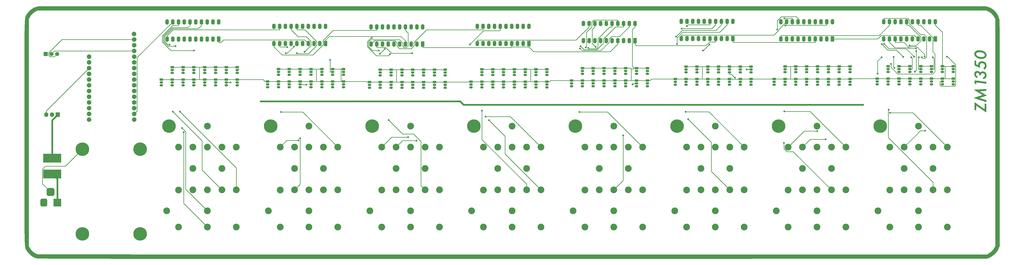
<source format=gbr>
G04 #@! TF.GenerationSoftware,KiCad,Pcbnew,(5.0.2)-1*
G04 #@! TF.CreationDate,2020-02-01T17:43:23-05:00*
G04 #@! TF.ProjectId,ZM1350-display,5a4d3133-3530-42d6-9469-73706c61792e,rev?*
G04 #@! TF.SameCoordinates,Original*
G04 #@! TF.FileFunction,Copper,L1,Top*
G04 #@! TF.FilePolarity,Positive*
%FSLAX46Y46*%
G04 Gerber Fmt 4.6, Leading zero omitted, Abs format (unit mm)*
G04 Created by KiCad (PCBNEW (5.0.2)-1) date 2/1/2020 5:43:23 PM*
%MOMM*%
%LPD*%
G01*
G04 APERTURE LIST*
G04 #@! TA.AperFunction,EtchedComponent*
%ADD10C,0.010000*%
G04 #@! TD*
G04 #@! TA.AperFunction,ComponentPad*
%ADD11C,6.000000*%
G04 #@! TD*
G04 #@! TA.AperFunction,ComponentPad*
%ADD12C,3.000000*%
G04 #@! TD*
G04 #@! TA.AperFunction,ComponentPad*
%ADD13R,1.500000X1.050000*%
G04 #@! TD*
G04 #@! TA.AperFunction,ComponentPad*
%ADD14O,1.500000X1.050000*%
G04 #@! TD*
G04 #@! TA.AperFunction,ComponentPad*
%ADD15R,3.500000X3.500000*%
G04 #@! TD*
G04 #@! TA.AperFunction,Conductor*
%ADD16C,0.100000*%
G04 #@! TD*
G04 #@! TA.AperFunction,ComponentPad*
%ADD17C,3.500000*%
G04 #@! TD*
G04 #@! TA.AperFunction,ComponentPad*
%ADD18R,1.905000X2.000000*%
G04 #@! TD*
G04 #@! TA.AperFunction,ComponentPad*
%ADD19O,1.905000X2.000000*%
G04 #@! TD*
G04 #@! TA.AperFunction,ComponentPad*
%ADD20R,1.600000X2.400000*%
G04 #@! TD*
G04 #@! TA.AperFunction,ComponentPad*
%ADD21O,1.600000X2.400000*%
G04 #@! TD*
G04 #@! TA.AperFunction,ComponentPad*
%ADD22C,1.800000*%
G04 #@! TD*
G04 #@! TA.AperFunction,ComponentPad*
%ADD23R,8.000000X4.000000*%
G04 #@! TD*
G04 #@! TA.AperFunction,ComponentPad*
%ADD24C,2.000000*%
G04 #@! TD*
G04 #@! TA.AperFunction,ViaPad*
%ADD25C,0.800000*%
G04 #@! TD*
G04 #@! TA.AperFunction,Conductor*
%ADD26C,0.250000*%
G04 #@! TD*
G04 #@! TA.AperFunction,Conductor*
%ADD27C,0.800000*%
G04 #@! TD*
G04 APERTURE END LIST*
D10*
G04 #@! TO.C,G4*
G36*
X467300447Y-87981614D02*
X468515065Y-88505118D01*
X469666278Y-89277004D01*
X470489384Y-90054464D01*
X470970220Y-90718212D01*
X471442091Y-91581900D01*
X471841441Y-92513504D01*
X472104713Y-93381000D01*
X472115783Y-93432901D01*
X472135100Y-93671366D01*
X472152966Y-94194639D01*
X472169387Y-95005745D01*
X472184372Y-96107707D01*
X472197929Y-97503549D01*
X472210065Y-99196296D01*
X472220789Y-101188970D01*
X472230107Y-103484595D01*
X472238029Y-106086195D01*
X472244561Y-108996795D01*
X472249713Y-112219417D01*
X472253490Y-115757085D01*
X472255902Y-119612824D01*
X472256956Y-123789656D01*
X472256661Y-128290606D01*
X472255023Y-133118697D01*
X472252051Y-138276953D01*
X472247752Y-143768399D01*
X472247407Y-144159728D01*
X472203080Y-194034562D01*
X471812387Y-195002131D01*
X471101646Y-196330325D01*
X470124520Y-197511441D01*
X468938999Y-198487635D01*
X467603071Y-199201062D01*
X467602911Y-199201127D01*
X466652087Y-199585556D01*
X256639504Y-199616711D01*
X246368393Y-199618196D01*
X236428460Y-199619553D01*
X226814458Y-199620774D01*
X217521140Y-199621856D01*
X208543262Y-199622794D01*
X199875575Y-199623581D01*
X191512835Y-199624213D01*
X183449794Y-199624685D01*
X175681207Y-199624991D01*
X168201827Y-199625127D01*
X161006407Y-199625088D01*
X154089702Y-199624867D01*
X147446465Y-199624461D01*
X141071450Y-199623863D01*
X134959411Y-199623069D01*
X129105101Y-199622074D01*
X123503274Y-199620872D01*
X118148683Y-199619459D01*
X113036083Y-199617829D01*
X108160227Y-199615976D01*
X103515868Y-199613897D01*
X99097761Y-199611585D01*
X94900660Y-199609036D01*
X90919317Y-199606245D01*
X87148486Y-199603206D01*
X83582922Y-199599914D01*
X80217377Y-199596363D01*
X77046607Y-199592550D01*
X74065363Y-199588469D01*
X71268401Y-199584114D01*
X68650473Y-199579481D01*
X66206334Y-199574563D01*
X63930737Y-199569357D01*
X61818435Y-199563857D01*
X59864183Y-199558058D01*
X58062734Y-199551955D01*
X56408842Y-199545542D01*
X54897261Y-199538815D01*
X53522744Y-199531768D01*
X52280045Y-199524396D01*
X51163917Y-199516694D01*
X50169115Y-199508657D01*
X49290392Y-199500279D01*
X48522502Y-199491557D01*
X47860198Y-199482483D01*
X47298234Y-199473054D01*
X46831365Y-199463264D01*
X46454342Y-199453108D01*
X46161921Y-199442581D01*
X45948855Y-199431678D01*
X45809897Y-199420393D01*
X45743922Y-199409923D01*
X45069656Y-199193760D01*
X44393332Y-198924490D01*
X44153510Y-198811084D01*
X43524549Y-198399353D01*
X42815098Y-197795681D01*
X42119757Y-197094582D01*
X41533123Y-196390573D01*
X41180227Y-195840369D01*
X41096894Y-195684464D01*
X41019098Y-195546878D01*
X40946650Y-195416114D01*
X40879360Y-195280673D01*
X40817039Y-195129059D01*
X40759496Y-194949772D01*
X40706541Y-194731316D01*
X40657986Y-194462192D01*
X40613639Y-194130902D01*
X40573312Y-193725949D01*
X40536815Y-193235834D01*
X40503958Y-192649061D01*
X40474551Y-191954129D01*
X40448404Y-191139543D01*
X40425328Y-190193804D01*
X40405133Y-189105415D01*
X40387629Y-187862876D01*
X40372626Y-186454691D01*
X40359935Y-184869362D01*
X40349366Y-183095390D01*
X40340729Y-181121278D01*
X40333835Y-178935528D01*
X40328493Y-176526642D01*
X40324514Y-173883122D01*
X40321707Y-170993470D01*
X40319885Y-167846189D01*
X40318856Y-164429780D01*
X40318431Y-160732746D01*
X40318419Y-156743589D01*
X40318632Y-152450810D01*
X40318880Y-147842913D01*
X40318975Y-143655092D01*
X40318826Y-138767158D01*
X40318511Y-134204153D01*
X40318233Y-129954579D01*
X40318195Y-126006942D01*
X40318597Y-122349746D01*
X40319642Y-118971495D01*
X40321532Y-115860692D01*
X40324469Y-113005844D01*
X40328655Y-110395452D01*
X40334292Y-108018023D01*
X40341582Y-105862061D01*
X40350727Y-103916068D01*
X40361928Y-102168551D01*
X40375388Y-100608012D01*
X40391309Y-99222957D01*
X40409892Y-98001889D01*
X40431340Y-96933313D01*
X40455855Y-96005733D01*
X40483638Y-95207653D01*
X40514892Y-94527578D01*
X40549819Y-93954012D01*
X40588620Y-93475459D01*
X40610310Y-93275622D01*
X42253412Y-93275622D01*
X42253412Y-194034562D01*
X42649723Y-194791516D01*
X43404385Y-195900689D01*
X44379177Y-196810760D01*
X45510721Y-197468034D01*
X46038180Y-197662169D01*
X46222228Y-197667289D01*
X46736312Y-197672316D01*
X47574040Y-197677246D01*
X48729025Y-197682077D01*
X50194876Y-197686806D01*
X51965204Y-197691429D01*
X54033621Y-197695943D01*
X56393736Y-197700346D01*
X59039161Y-197704634D01*
X61963507Y-197708805D01*
X65160383Y-197712855D01*
X68623401Y-197716781D01*
X72346171Y-197720580D01*
X76322304Y-197724249D01*
X80545411Y-197727785D01*
X85009103Y-197731185D01*
X89706990Y-197734446D01*
X94632683Y-197737565D01*
X99779792Y-197740538D01*
X105141929Y-197743363D01*
X110712704Y-197746037D01*
X116485728Y-197748557D01*
X122454611Y-197750919D01*
X128612965Y-197753120D01*
X134954399Y-197755158D01*
X141472525Y-197757029D01*
X148160953Y-197758730D01*
X155013295Y-197760259D01*
X162023160Y-197761612D01*
X169184160Y-197762786D01*
X176489905Y-197763778D01*
X183934006Y-197764585D01*
X191510074Y-197765203D01*
X199211719Y-197765631D01*
X207032552Y-197765865D01*
X214966183Y-197765901D01*
X223006225Y-197765737D01*
X231146286Y-197765370D01*
X239379978Y-197764796D01*
X247700912Y-197764013D01*
X256102699Y-197763017D01*
X256555398Y-197762958D01*
X466652087Y-197735224D01*
X467493147Y-197287175D01*
X468570035Y-196536220D01*
X469480575Y-195547708D01*
X469956438Y-194791516D01*
X470352749Y-194034562D01*
X470352749Y-93275622D01*
X469963756Y-92485888D01*
X469309133Y-91487269D01*
X468417736Y-90598537D01*
X467388947Y-89916147D01*
X467240829Y-89843144D01*
X466315663Y-89406748D01*
X46290498Y-89406748D01*
X45365332Y-89843144D01*
X44325323Y-90489255D01*
X43408906Y-91355101D01*
X42715463Y-92344228D01*
X42642405Y-92485888D01*
X42253412Y-93275622D01*
X40610310Y-93275622D01*
X40631497Y-93080423D01*
X40678653Y-92757408D01*
X40730289Y-92494920D01*
X40786607Y-92281462D01*
X40847810Y-92105538D01*
X40914099Y-91955653D01*
X40985677Y-91820310D01*
X41062744Y-91688015D01*
X41145504Y-91547271D01*
X41234158Y-91386583D01*
X41237394Y-91380411D01*
X42066692Y-90145965D01*
X43135540Y-89118174D01*
X44393002Y-88339593D01*
X45305714Y-87981614D01*
X46410041Y-87640522D01*
X466196120Y-87640522D01*
X467300447Y-87981614D01*
X467300447Y-87981614D01*
G37*
X467300447Y-87981614D02*
X468515065Y-88505118D01*
X469666278Y-89277004D01*
X470489384Y-90054464D01*
X470970220Y-90718212D01*
X471442091Y-91581900D01*
X471841441Y-92513504D01*
X472104713Y-93381000D01*
X472115783Y-93432901D01*
X472135100Y-93671366D01*
X472152966Y-94194639D01*
X472169387Y-95005745D01*
X472184372Y-96107707D01*
X472197929Y-97503549D01*
X472210065Y-99196296D01*
X472220789Y-101188970D01*
X472230107Y-103484595D01*
X472238029Y-106086195D01*
X472244561Y-108996795D01*
X472249713Y-112219417D01*
X472253490Y-115757085D01*
X472255902Y-119612824D01*
X472256956Y-123789656D01*
X472256661Y-128290606D01*
X472255023Y-133118697D01*
X472252051Y-138276953D01*
X472247752Y-143768399D01*
X472247407Y-144159728D01*
X472203080Y-194034562D01*
X471812387Y-195002131D01*
X471101646Y-196330325D01*
X470124520Y-197511441D01*
X468938999Y-198487635D01*
X467603071Y-199201062D01*
X467602911Y-199201127D01*
X466652087Y-199585556D01*
X256639504Y-199616711D01*
X246368393Y-199618196D01*
X236428460Y-199619553D01*
X226814458Y-199620774D01*
X217521140Y-199621856D01*
X208543262Y-199622794D01*
X199875575Y-199623581D01*
X191512835Y-199624213D01*
X183449794Y-199624685D01*
X175681207Y-199624991D01*
X168201827Y-199625127D01*
X161006407Y-199625088D01*
X154089702Y-199624867D01*
X147446465Y-199624461D01*
X141071450Y-199623863D01*
X134959411Y-199623069D01*
X129105101Y-199622074D01*
X123503274Y-199620872D01*
X118148683Y-199619459D01*
X113036083Y-199617829D01*
X108160227Y-199615976D01*
X103515868Y-199613897D01*
X99097761Y-199611585D01*
X94900660Y-199609036D01*
X90919317Y-199606245D01*
X87148486Y-199603206D01*
X83582922Y-199599914D01*
X80217377Y-199596363D01*
X77046607Y-199592550D01*
X74065363Y-199588469D01*
X71268401Y-199584114D01*
X68650473Y-199579481D01*
X66206334Y-199574563D01*
X63930737Y-199569357D01*
X61818435Y-199563857D01*
X59864183Y-199558058D01*
X58062734Y-199551955D01*
X56408842Y-199545542D01*
X54897261Y-199538815D01*
X53522744Y-199531768D01*
X52280045Y-199524396D01*
X51163917Y-199516694D01*
X50169115Y-199508657D01*
X49290392Y-199500279D01*
X48522502Y-199491557D01*
X47860198Y-199482483D01*
X47298234Y-199473054D01*
X46831365Y-199463264D01*
X46454342Y-199453108D01*
X46161921Y-199442581D01*
X45948855Y-199431678D01*
X45809897Y-199420393D01*
X45743922Y-199409923D01*
X45069656Y-199193760D01*
X44393332Y-198924490D01*
X44153510Y-198811084D01*
X43524549Y-198399353D01*
X42815098Y-197795681D01*
X42119757Y-197094582D01*
X41533123Y-196390573D01*
X41180227Y-195840369D01*
X41096894Y-195684464D01*
X41019098Y-195546878D01*
X40946650Y-195416114D01*
X40879360Y-195280673D01*
X40817039Y-195129059D01*
X40759496Y-194949772D01*
X40706541Y-194731316D01*
X40657986Y-194462192D01*
X40613639Y-194130902D01*
X40573312Y-193725949D01*
X40536815Y-193235834D01*
X40503958Y-192649061D01*
X40474551Y-191954129D01*
X40448404Y-191139543D01*
X40425328Y-190193804D01*
X40405133Y-189105415D01*
X40387629Y-187862876D01*
X40372626Y-186454691D01*
X40359935Y-184869362D01*
X40349366Y-183095390D01*
X40340729Y-181121278D01*
X40333835Y-178935528D01*
X40328493Y-176526642D01*
X40324514Y-173883122D01*
X40321707Y-170993470D01*
X40319885Y-167846189D01*
X40318856Y-164429780D01*
X40318431Y-160732746D01*
X40318419Y-156743589D01*
X40318632Y-152450810D01*
X40318880Y-147842913D01*
X40318975Y-143655092D01*
X40318826Y-138767158D01*
X40318511Y-134204153D01*
X40318233Y-129954579D01*
X40318195Y-126006942D01*
X40318597Y-122349746D01*
X40319642Y-118971495D01*
X40321532Y-115860692D01*
X40324469Y-113005844D01*
X40328655Y-110395452D01*
X40334292Y-108018023D01*
X40341582Y-105862061D01*
X40350727Y-103916068D01*
X40361928Y-102168551D01*
X40375388Y-100608012D01*
X40391309Y-99222957D01*
X40409892Y-98001889D01*
X40431340Y-96933313D01*
X40455855Y-96005733D01*
X40483638Y-95207653D01*
X40514892Y-94527578D01*
X40549819Y-93954012D01*
X40588620Y-93475459D01*
X40610310Y-93275622D01*
X42253412Y-93275622D01*
X42253412Y-194034562D01*
X42649723Y-194791516D01*
X43404385Y-195900689D01*
X44379177Y-196810760D01*
X45510721Y-197468034D01*
X46038180Y-197662169D01*
X46222228Y-197667289D01*
X46736312Y-197672316D01*
X47574040Y-197677246D01*
X48729025Y-197682077D01*
X50194876Y-197686806D01*
X51965204Y-197691429D01*
X54033621Y-197695943D01*
X56393736Y-197700346D01*
X59039161Y-197704634D01*
X61963507Y-197708805D01*
X65160383Y-197712855D01*
X68623401Y-197716781D01*
X72346171Y-197720580D01*
X76322304Y-197724249D01*
X80545411Y-197727785D01*
X85009103Y-197731185D01*
X89706990Y-197734446D01*
X94632683Y-197737565D01*
X99779792Y-197740538D01*
X105141929Y-197743363D01*
X110712704Y-197746037D01*
X116485728Y-197748557D01*
X122454611Y-197750919D01*
X128612965Y-197753120D01*
X134954399Y-197755158D01*
X141472525Y-197757029D01*
X148160953Y-197758730D01*
X155013295Y-197760259D01*
X162023160Y-197761612D01*
X169184160Y-197762786D01*
X176489905Y-197763778D01*
X183934006Y-197764585D01*
X191510074Y-197765203D01*
X199211719Y-197765631D01*
X207032552Y-197765865D01*
X214966183Y-197765901D01*
X223006225Y-197765737D01*
X231146286Y-197765370D01*
X239379978Y-197764796D01*
X247700912Y-197764013D01*
X256102699Y-197763017D01*
X256555398Y-197762958D01*
X466652087Y-197735224D01*
X467493147Y-197287175D01*
X468570035Y-196536220D01*
X469480575Y-195547708D01*
X469956438Y-194791516D01*
X470352749Y-194034562D01*
X470352749Y-93275622D01*
X469963756Y-92485888D01*
X469309133Y-91487269D01*
X468417736Y-90598537D01*
X467388947Y-89916147D01*
X467240829Y-89843144D01*
X466315663Y-89406748D01*
X46290498Y-89406748D01*
X45365332Y-89843144D01*
X44325323Y-90489255D01*
X43408906Y-91355101D01*
X42715463Y-92344228D01*
X42642405Y-92485888D01*
X42253412Y-93275622D01*
X40610310Y-93275622D01*
X40631497Y-93080423D01*
X40678653Y-92757408D01*
X40730289Y-92494920D01*
X40786607Y-92281462D01*
X40847810Y-92105538D01*
X40914099Y-91955653D01*
X40985677Y-91820310D01*
X41062744Y-91688015D01*
X41145504Y-91547271D01*
X41234158Y-91386583D01*
X41237394Y-91380411D01*
X42066692Y-90145965D01*
X43135540Y-89118174D01*
X44393002Y-88339593D01*
X45305714Y-87981614D01*
X46410041Y-87640522D01*
X466196120Y-87640522D01*
X467300447Y-87981614D01*
G04 #@! TO.C,ZM2*
G36*
X461165106Y-120725959D02*
X461220788Y-120534079D01*
X461274160Y-120503304D01*
X461407249Y-120515847D01*
X461712164Y-120550713D01*
X462159187Y-120604308D01*
X462718602Y-120673037D01*
X463360694Y-120753307D01*
X463788760Y-120807480D01*
X464463704Y-120892924D01*
X465071106Y-120969115D01*
X465582053Y-121032486D01*
X465967636Y-121079467D01*
X466198942Y-121106488D01*
X466252560Y-121111657D01*
X466301145Y-121202023D01*
X466327304Y-121425854D01*
X466328760Y-121501538D01*
X466328760Y-121890796D01*
X465185760Y-121752455D01*
X464568159Y-121677707D01*
X463875826Y-121593918D01*
X463220536Y-121514614D01*
X462955402Y-121482528D01*
X461868045Y-121350941D01*
X461837802Y-121788281D01*
X461807560Y-122225622D01*
X461477360Y-121966387D01*
X461290592Y-121802428D01*
X461191724Y-121639254D01*
X461153155Y-121404850D01*
X461147160Y-121104917D01*
X461165106Y-120725959D01*
X461165106Y-120725959D01*
G37*
X461165106Y-120725959D02*
X461220788Y-120534079D01*
X461274160Y-120503304D01*
X461407249Y-120515847D01*
X461712164Y-120550713D01*
X462159187Y-120604308D01*
X462718602Y-120673037D01*
X463360694Y-120753307D01*
X463788760Y-120807480D01*
X464463704Y-120892924D01*
X465071106Y-120969115D01*
X465582053Y-121032486D01*
X465967636Y-121079467D01*
X466198942Y-121106488D01*
X466252560Y-121111657D01*
X466301145Y-121202023D01*
X466327304Y-121425854D01*
X466328760Y-121501538D01*
X466328760Y-121890796D01*
X465185760Y-121752455D01*
X464568159Y-121677707D01*
X463875826Y-121593918D01*
X463220536Y-121514614D01*
X462955402Y-121482528D01*
X461868045Y-121350941D01*
X461837802Y-121788281D01*
X461807560Y-122225622D01*
X461477360Y-121966387D01*
X461290592Y-121802428D01*
X461191724Y-121639254D01*
X461153155Y-121404850D01*
X461147160Y-121104917D01*
X461165106Y-120725959D01*
G36*
X461150239Y-131365017D02*
X461158759Y-130887961D01*
X461171642Y-130523269D01*
X461187809Y-130304544D01*
X461200558Y-130256280D01*
X461294738Y-130312486D01*
X461531729Y-130470611D01*
X461888674Y-130714915D01*
X462342714Y-131029661D01*
X462870990Y-131399109D01*
X463340203Y-131729480D01*
X463914483Y-132132426D01*
X464435866Y-132493336D01*
X464880936Y-132796402D01*
X465226280Y-133025813D01*
X465448482Y-133165760D01*
X465522004Y-133202680D01*
X465560614Y-133107044D01*
X465591290Y-132843861D01*
X465611196Y-132448720D01*
X465617560Y-132003882D01*
X465617560Y-130805083D01*
X465973160Y-130846598D01*
X466328760Y-130888112D01*
X466328760Y-132756596D01*
X466326275Y-133347468D01*
X466319365Y-133861467D01*
X466308850Y-134266876D01*
X466295548Y-134531976D01*
X466280551Y-134625080D01*
X466187782Y-134568956D01*
X465952008Y-134411052D01*
X465596018Y-134167072D01*
X465142603Y-133852720D01*
X464614553Y-133483701D01*
X464142629Y-133151880D01*
X463567608Y-132749125D01*
X463045400Y-132388356D01*
X462599441Y-132085358D01*
X462253165Y-131855918D01*
X462030009Y-131715824D01*
X461955637Y-131678680D01*
X461913076Y-131773893D01*
X461880526Y-132034176D01*
X461861630Y-132421504D01*
X461858360Y-132694680D01*
X461855125Y-133172045D01*
X461834746Y-133477794D01*
X461781214Y-133643509D01*
X461678519Y-133700770D01*
X461510649Y-133681159D01*
X461375760Y-133646643D01*
X461291197Y-133617624D01*
X461230574Y-133562973D01*
X461189908Y-133452624D01*
X461165216Y-133256512D01*
X461152516Y-132944571D01*
X461147825Y-132486735D01*
X461147160Y-131920831D01*
X461150239Y-131365017D01*
X461150239Y-131365017D01*
G37*
X461150239Y-131365017D02*
X461158759Y-130887961D01*
X461171642Y-130523269D01*
X461187809Y-130304544D01*
X461200558Y-130256280D01*
X461294738Y-130312486D01*
X461531729Y-130470611D01*
X461888674Y-130714915D01*
X462342714Y-131029661D01*
X462870990Y-131399109D01*
X463340203Y-131729480D01*
X463914483Y-132132426D01*
X464435866Y-132493336D01*
X464880936Y-132796402D01*
X465226280Y-133025813D01*
X465448482Y-133165760D01*
X465522004Y-133202680D01*
X465560614Y-133107044D01*
X465591290Y-132843861D01*
X465611196Y-132448720D01*
X465617560Y-132003882D01*
X465617560Y-130805083D01*
X465973160Y-130846598D01*
X466328760Y-130888112D01*
X466328760Y-132756596D01*
X466326275Y-133347468D01*
X466319365Y-133861467D01*
X466308850Y-134266876D01*
X466295548Y-134531976D01*
X466280551Y-134625080D01*
X466187782Y-134568956D01*
X465952008Y-134411052D01*
X465596018Y-134167072D01*
X465142603Y-133852720D01*
X464614553Y-133483701D01*
X464142629Y-133151880D01*
X463567608Y-132749125D01*
X463045400Y-132388356D01*
X462599441Y-132085358D01*
X462253165Y-131855918D01*
X462030009Y-131715824D01*
X461955637Y-131678680D01*
X461913076Y-131773893D01*
X461880526Y-132034176D01*
X461861630Y-132421504D01*
X461858360Y-132694680D01*
X461855125Y-133172045D01*
X461834746Y-133477794D01*
X461781214Y-133643509D01*
X461678519Y-133700770D01*
X461510649Y-133681159D01*
X461375760Y-133646643D01*
X461291197Y-133617624D01*
X461230574Y-133562973D01*
X461189908Y-133452624D01*
X461165216Y-133256512D01*
X461152516Y-132944571D01*
X461147825Y-132486735D01*
X461147160Y-131920831D01*
X461150239Y-131365017D01*
G36*
X461147914Y-108185081D02*
X461411588Y-107761226D01*
X461844352Y-107413574D01*
X461868464Y-107399852D01*
X462365561Y-107218308D01*
X462979839Y-107141003D01*
X463657669Y-107162104D01*
X464345426Y-107275781D01*
X464989482Y-107476202D01*
X465536209Y-107757537D01*
X465606416Y-107806288D01*
X466026769Y-108216690D01*
X466300454Y-108709999D01*
X466414570Y-109242901D01*
X466356219Y-109772083D01*
X466263262Y-110011848D01*
X465974035Y-110379848D01*
X465537585Y-110653431D01*
X464988428Y-110829071D01*
X464492406Y-110887713D01*
X464492406Y-110126942D01*
X464856835Y-110095145D01*
X465269828Y-109941737D01*
X465556556Y-109684473D01*
X465700347Y-109362951D01*
X465684525Y-109016770D01*
X465492417Y-108685531D01*
X465463196Y-108655081D01*
X464971809Y-108302319D01*
X464322332Y-108062769D01*
X463528622Y-107941361D01*
X463441482Y-107935887D01*
X462977534Y-107921591D01*
X462651347Y-107944914D01*
X462399729Y-108013344D01*
X462265849Y-108075195D01*
X461933814Y-108331363D01*
X461778368Y-108640153D01*
X461789285Y-108974244D01*
X461956341Y-109306311D01*
X462269310Y-109609034D01*
X462717969Y-109855089D01*
X462964008Y-109940813D01*
X463441720Y-110045937D01*
X463980487Y-110110369D01*
X464492406Y-110126942D01*
X464492406Y-110887713D01*
X464361080Y-110903240D01*
X463690057Y-110872412D01*
X463009876Y-110733062D01*
X462355053Y-110481663D01*
X462239985Y-110422878D01*
X461712170Y-110057090D01*
X461335459Y-109621144D01*
X461113447Y-109144313D01*
X461049733Y-108655867D01*
X461147914Y-108185081D01*
X461147914Y-108185081D01*
G37*
X461147914Y-108185081D02*
X461411588Y-107761226D01*
X461844352Y-107413574D01*
X461868464Y-107399852D01*
X462365561Y-107218308D01*
X462979839Y-107141003D01*
X463657669Y-107162104D01*
X464345426Y-107275781D01*
X464989482Y-107476202D01*
X465536209Y-107757537D01*
X465606416Y-107806288D01*
X466026769Y-108216690D01*
X466300454Y-108709999D01*
X466414570Y-109242901D01*
X466356219Y-109772083D01*
X466263262Y-110011848D01*
X465974035Y-110379848D01*
X465537585Y-110653431D01*
X464988428Y-110829071D01*
X464492406Y-110887713D01*
X464492406Y-110126942D01*
X464856835Y-110095145D01*
X465269828Y-109941737D01*
X465556556Y-109684473D01*
X465700347Y-109362951D01*
X465684525Y-109016770D01*
X465492417Y-108685531D01*
X465463196Y-108655081D01*
X464971809Y-108302319D01*
X464322332Y-108062769D01*
X463528622Y-107941361D01*
X463441482Y-107935887D01*
X462977534Y-107921591D01*
X462651347Y-107944914D01*
X462399729Y-108013344D01*
X462265849Y-108075195D01*
X461933814Y-108331363D01*
X461778368Y-108640153D01*
X461789285Y-108974244D01*
X461956341Y-109306311D01*
X462269310Y-109609034D01*
X462717969Y-109855089D01*
X462964008Y-109940813D01*
X463441720Y-110045937D01*
X463980487Y-110110369D01*
X464492406Y-110126942D01*
X464492406Y-110887713D01*
X464361080Y-110903240D01*
X463690057Y-110872412D01*
X463009876Y-110733062D01*
X462355053Y-110481663D01*
X462239985Y-110422878D01*
X461712170Y-110057090D01*
X461335459Y-109621144D01*
X461113447Y-109144313D01*
X461049733Y-108655867D01*
X461147914Y-108185081D01*
G36*
X461163208Y-111938387D02*
X461185292Y-111763742D01*
X461229662Y-111695247D01*
X461300547Y-111700628D01*
X461304308Y-111702044D01*
X461551054Y-111757466D01*
X461663469Y-111765080D01*
X461760830Y-111784182D01*
X461819167Y-111868578D01*
X461848240Y-112058902D01*
X461857807Y-112395789D01*
X461858359Y-112576517D01*
X461858359Y-113387954D01*
X462226367Y-113541717D01*
X462466954Y-113639418D01*
X462610478Y-113692363D01*
X462623837Y-113695480D01*
X462657074Y-113606010D01*
X462705401Y-113381419D01*
X462724287Y-113275304D01*
X462895611Y-112809795D01*
X463213530Y-112412220D01*
X463627943Y-112136915D01*
X463839560Y-112065737D01*
X464425270Y-112010602D01*
X465009900Y-112099198D01*
X465541356Y-112313566D01*
X465967543Y-112635745D01*
X466142788Y-112859757D01*
X466321030Y-113300608D01*
X466401830Y-113836135D01*
X466380770Y-114380360D01*
X466253436Y-114847304D01*
X466245727Y-114863880D01*
X466071610Y-115168305D01*
X465878268Y-115420945D01*
X465831253Y-115467316D01*
X465680300Y-115587699D01*
X465567738Y-115592705D01*
X465417561Y-115470026D01*
X465334304Y-115386849D01*
X465058760Y-115109346D01*
X465275468Y-114935813D01*
X465573942Y-114582034D01*
X465714699Y-114160148D01*
X465700006Y-113721056D01*
X465532129Y-113315658D01*
X465213337Y-112994852D01*
X465188292Y-112978671D01*
X464816546Y-112835887D01*
X464388465Y-112803756D01*
X463981515Y-112878116D01*
X463673164Y-113054803D01*
X463667484Y-113060401D01*
X463491708Y-113359786D01*
X463409007Y-113768260D01*
X463427128Y-114210495D01*
X463516303Y-114530578D01*
X463583575Y-114686250D01*
X463618748Y-114790635D01*
X463597269Y-114839279D01*
X463494588Y-114827731D01*
X463286151Y-114751537D01*
X462947408Y-114606245D01*
X462453807Y-114387403D01*
X462264760Y-114303600D01*
X461197960Y-113831443D01*
X461168998Y-112735225D01*
X461159186Y-112251457D01*
X461163208Y-111938387D01*
X461163208Y-111938387D01*
G37*
X461163208Y-111938387D02*
X461185292Y-111763742D01*
X461229662Y-111695247D01*
X461300547Y-111700628D01*
X461304308Y-111702044D01*
X461551054Y-111757466D01*
X461663469Y-111765080D01*
X461760830Y-111784182D01*
X461819167Y-111868578D01*
X461848240Y-112058902D01*
X461857807Y-112395789D01*
X461858359Y-112576517D01*
X461858359Y-113387954D01*
X462226367Y-113541717D01*
X462466954Y-113639418D01*
X462610478Y-113692363D01*
X462623837Y-113695480D01*
X462657074Y-113606010D01*
X462705401Y-113381419D01*
X462724287Y-113275304D01*
X462895611Y-112809795D01*
X463213530Y-112412220D01*
X463627943Y-112136915D01*
X463839560Y-112065737D01*
X464425270Y-112010602D01*
X465009900Y-112099198D01*
X465541356Y-112313566D01*
X465967543Y-112635745D01*
X466142788Y-112859757D01*
X466321030Y-113300608D01*
X466401830Y-113836135D01*
X466380770Y-114380360D01*
X466253436Y-114847304D01*
X466245727Y-114863880D01*
X466071610Y-115168305D01*
X465878268Y-115420945D01*
X465831253Y-115467316D01*
X465680300Y-115587699D01*
X465567738Y-115592705D01*
X465417561Y-115470026D01*
X465334304Y-115386849D01*
X465058760Y-115109346D01*
X465275468Y-114935813D01*
X465573942Y-114582034D01*
X465714699Y-114160148D01*
X465700006Y-113721056D01*
X465532129Y-113315658D01*
X465213337Y-112994852D01*
X465188292Y-112978671D01*
X464816546Y-112835887D01*
X464388465Y-112803756D01*
X463981515Y-112878116D01*
X463673164Y-113054803D01*
X463667484Y-113060401D01*
X463491708Y-113359786D01*
X463409007Y-113768260D01*
X463427128Y-114210495D01*
X463516303Y-114530578D01*
X463583575Y-114686250D01*
X463618748Y-114790635D01*
X463597269Y-114839279D01*
X463494588Y-114827731D01*
X463286151Y-114751537D01*
X462947408Y-114606245D01*
X462453807Y-114387403D01*
X462264760Y-114303600D01*
X461197960Y-113831443D01*
X461168998Y-112735225D01*
X461159186Y-112251457D01*
X461163208Y-111938387D01*
G36*
X461054946Y-117307013D02*
X461100084Y-117068150D01*
X461207732Y-116880814D01*
X461390999Y-116682521D01*
X461631393Y-116470010D01*
X461855999Y-116367985D01*
X462161783Y-116337886D01*
X462259645Y-116337080D01*
X462748788Y-116389663D01*
X463155059Y-116534007D01*
X463426953Y-116750008D01*
X463465004Y-116807601D01*
X463542942Y-116900623D01*
X463654732Y-116885336D01*
X463858531Y-116751200D01*
X463885453Y-116731403D01*
X464273762Y-116555189D01*
X464752911Y-116496132D01*
X465247008Y-116555244D01*
X465637796Y-116708037D01*
X465994395Y-117021387D01*
X466251706Y-117463083D01*
X466395286Y-117976833D01*
X466410698Y-118506344D01*
X466283500Y-118995326D01*
X466244709Y-119074015D01*
X465990345Y-119390887D01*
X465635956Y-119643273D01*
X465260218Y-119780237D01*
X465136545Y-119791480D01*
X464979893Y-119759977D01*
X464915992Y-119626840D01*
X464906360Y-119435880D01*
X464937774Y-119175949D01*
X465040472Y-119081865D01*
X465063378Y-119080280D01*
X465305905Y-118989988D01*
X465526952Y-118760989D01*
X465678996Y-118456099D01*
X465719160Y-118213483D01*
X465637036Y-117838139D01*
X465421184Y-117537680D01*
X465117387Y-117331747D01*
X464771423Y-117239983D01*
X464429074Y-117282031D01*
X464136120Y-117477533D01*
X464100934Y-117519182D01*
X463953634Y-117760845D01*
X463890403Y-117972482D01*
X463890360Y-117976382D01*
X463844530Y-118108356D01*
X463673513Y-118160956D01*
X463534760Y-118165880D01*
X463296373Y-118150000D01*
X463198605Y-118061697D01*
X463179193Y-117839982D01*
X463179160Y-117817538D01*
X463093436Y-117454051D01*
X462868966Y-117194625D01*
X462554800Y-117068213D01*
X462199985Y-117103766D01*
X462069941Y-117162801D01*
X461813389Y-117407214D01*
X461703184Y-117728789D01*
X461736278Y-118066949D01*
X461909626Y-118361118D01*
X462138210Y-118520173D01*
X462298650Y-118642445D01*
X462361290Y-118862011D01*
X462366360Y-119002773D01*
X462353466Y-119248336D01*
X462321488Y-119378699D01*
X462311512Y-119385080D01*
X462195601Y-119342828D01*
X461967129Y-119236231D01*
X461850326Y-119177782D01*
X461444174Y-118894828D01*
X461187778Y-118521124D01*
X461063885Y-118024395D01*
X461045939Y-117673121D01*
X461054946Y-117307013D01*
X461054946Y-117307013D01*
G37*
X461054946Y-117307013D02*
X461100084Y-117068150D01*
X461207732Y-116880814D01*
X461390999Y-116682521D01*
X461631393Y-116470010D01*
X461855999Y-116367985D01*
X462161783Y-116337886D01*
X462259645Y-116337080D01*
X462748788Y-116389663D01*
X463155059Y-116534007D01*
X463426953Y-116750008D01*
X463465004Y-116807601D01*
X463542942Y-116900623D01*
X463654732Y-116885336D01*
X463858531Y-116751200D01*
X463885453Y-116731403D01*
X464273762Y-116555189D01*
X464752911Y-116496132D01*
X465247008Y-116555244D01*
X465637796Y-116708037D01*
X465994395Y-117021387D01*
X466251706Y-117463083D01*
X466395286Y-117976833D01*
X466410698Y-118506344D01*
X466283500Y-118995326D01*
X466244709Y-119074015D01*
X465990345Y-119390887D01*
X465635956Y-119643273D01*
X465260218Y-119780237D01*
X465136545Y-119791480D01*
X464979893Y-119759977D01*
X464915992Y-119626840D01*
X464906360Y-119435880D01*
X464937774Y-119175949D01*
X465040472Y-119081865D01*
X465063378Y-119080280D01*
X465305905Y-118989988D01*
X465526952Y-118760989D01*
X465678996Y-118456099D01*
X465719160Y-118213483D01*
X465637036Y-117838139D01*
X465421184Y-117537680D01*
X465117387Y-117331747D01*
X464771423Y-117239983D01*
X464429074Y-117282031D01*
X464136120Y-117477533D01*
X464100934Y-117519182D01*
X463953634Y-117760845D01*
X463890403Y-117972482D01*
X463890360Y-117976382D01*
X463844530Y-118108356D01*
X463673513Y-118160956D01*
X463534760Y-118165880D01*
X463296373Y-118150000D01*
X463198605Y-118061697D01*
X463179193Y-117839982D01*
X463179160Y-117817538D01*
X463093436Y-117454051D01*
X462868966Y-117194625D01*
X462554800Y-117068213D01*
X462199985Y-117103766D01*
X462069941Y-117162801D01*
X461813389Y-117407214D01*
X461703184Y-117728789D01*
X461736278Y-118066949D01*
X461909626Y-118361118D01*
X462138210Y-118520173D01*
X462298650Y-118642445D01*
X462361290Y-118862011D01*
X462366360Y-119002773D01*
X462353466Y-119248336D01*
X462321488Y-119378699D01*
X462311512Y-119385080D01*
X462195601Y-119342828D01*
X461967129Y-119236231D01*
X461850326Y-119177782D01*
X461444174Y-118894828D01*
X461187778Y-118521124D01*
X461063885Y-118024395D01*
X461045939Y-117673121D01*
X461054946Y-117307013D01*
G36*
X460939500Y-128233892D02*
X461185611Y-128141149D01*
X461568975Y-128006198D01*
X462061448Y-127838895D01*
X462634890Y-127649099D01*
X462774557Y-127603534D01*
X463440423Y-127384582D01*
X463932709Y-127216091D01*
X464272179Y-127089189D01*
X464479598Y-126995005D01*
X464575729Y-126924668D01*
X464581338Y-126869308D01*
X464554700Y-126842998D01*
X464415845Y-126754624D01*
X464131125Y-126583075D01*
X463730918Y-126346315D01*
X463245603Y-126062307D01*
X462705558Y-125749013D01*
X462663515Y-125724732D01*
X462134194Y-125415865D01*
X461670923Y-125139292D01*
X461300497Y-124911527D01*
X461049714Y-124749085D01*
X460945371Y-124668482D01*
X460943960Y-124664944D01*
X461039698Y-124637563D01*
X461303714Y-124606181D01*
X461701207Y-124573847D01*
X462197376Y-124543606D01*
X462493360Y-124529253D01*
X463158702Y-124498781D01*
X463870147Y-124464563D01*
X464548623Y-124430495D01*
X465115061Y-124400475D01*
X465185760Y-124396547D01*
X466328760Y-124332512D01*
X466328760Y-124690896D01*
X466307111Y-124938014D01*
X466205295Y-125056948D01*
X466011260Y-125112780D01*
X465765719Y-125142901D01*
X465385050Y-125168396D01*
X464937324Y-125185133D01*
X464766660Y-125188301D01*
X464205351Y-125197561D01*
X463807930Y-125217353D01*
X463576217Y-125260688D01*
X463512033Y-125340581D01*
X463617198Y-125470045D01*
X463893532Y-125662093D01*
X464342856Y-125929739D01*
X464916182Y-126257110D01*
X465425505Y-126551383D01*
X465860856Y-126812032D01*
X466196404Y-127022824D01*
X466406318Y-127167528D01*
X466464767Y-127229909D01*
X466464455Y-127230086D01*
X466343047Y-127274730D01*
X466062758Y-127369158D01*
X465658449Y-127501884D01*
X465164980Y-127661421D01*
X464831808Y-127768038D01*
X464312253Y-127936750D01*
X463871933Y-128085645D01*
X463542257Y-128203617D01*
X463354637Y-128279560D01*
X463323798Y-128301186D01*
X463430059Y-128342710D01*
X463696244Y-128430595D01*
X464087378Y-128553726D01*
X464568482Y-128700989D01*
X464820750Y-128776878D01*
X466277960Y-129212828D01*
X466309854Y-129646316D01*
X466316783Y-129917095D01*
X466275787Y-130026983D01*
X466192043Y-130022358D01*
X466058321Y-129976889D01*
X465758197Y-129878192D01*
X465318768Y-129735069D01*
X464767134Y-129556322D01*
X464130391Y-129350751D01*
X463468558Y-129137738D01*
X462783159Y-128916580D01*
X462163793Y-128715041D01*
X461636059Y-128541587D01*
X461225556Y-128404685D01*
X460957882Y-128312801D01*
X460858782Y-128274569D01*
X460939500Y-128233892D01*
X460939500Y-128233892D01*
G37*
X460939500Y-128233892D02*
X461185611Y-128141149D01*
X461568975Y-128006198D01*
X462061448Y-127838895D01*
X462634890Y-127649099D01*
X462774557Y-127603534D01*
X463440423Y-127384582D01*
X463932709Y-127216091D01*
X464272179Y-127089189D01*
X464479598Y-126995005D01*
X464575729Y-126924668D01*
X464581338Y-126869308D01*
X464554700Y-126842998D01*
X464415845Y-126754624D01*
X464131125Y-126583075D01*
X463730918Y-126346315D01*
X463245603Y-126062307D01*
X462705558Y-125749013D01*
X462663515Y-125724732D01*
X462134194Y-125415865D01*
X461670923Y-125139292D01*
X461300497Y-124911527D01*
X461049714Y-124749085D01*
X460945371Y-124668482D01*
X460943960Y-124664944D01*
X461039698Y-124637563D01*
X461303714Y-124606181D01*
X461701207Y-124573847D01*
X462197376Y-124543606D01*
X462493360Y-124529253D01*
X463158702Y-124498781D01*
X463870147Y-124464563D01*
X464548623Y-124430495D01*
X465115061Y-124400475D01*
X465185760Y-124396547D01*
X466328760Y-124332512D01*
X466328760Y-124690896D01*
X466307111Y-124938014D01*
X466205295Y-125056948D01*
X466011260Y-125112780D01*
X465765719Y-125142901D01*
X465385050Y-125168396D01*
X464937324Y-125185133D01*
X464766660Y-125188301D01*
X464205351Y-125197561D01*
X463807930Y-125217353D01*
X463576217Y-125260688D01*
X463512033Y-125340581D01*
X463617198Y-125470045D01*
X463893532Y-125662093D01*
X464342856Y-125929739D01*
X464916182Y-126257110D01*
X465425505Y-126551383D01*
X465860856Y-126812032D01*
X466196404Y-127022824D01*
X466406318Y-127167528D01*
X466464767Y-127229909D01*
X466464455Y-127230086D01*
X466343047Y-127274730D01*
X466062758Y-127369158D01*
X465658449Y-127501884D01*
X465164980Y-127661421D01*
X464831808Y-127768038D01*
X464312253Y-127936750D01*
X463871933Y-128085645D01*
X463542257Y-128203617D01*
X463354637Y-128279560D01*
X463323798Y-128301186D01*
X463430059Y-128342710D01*
X463696244Y-128430595D01*
X464087378Y-128553726D01*
X464568482Y-128700989D01*
X464820750Y-128776878D01*
X466277960Y-129212828D01*
X466309854Y-129646316D01*
X466316783Y-129917095D01*
X466275787Y-130026983D01*
X466192043Y-130022358D01*
X466058321Y-129976889D01*
X465758197Y-129878192D01*
X465318768Y-129735069D01*
X464767134Y-129556322D01*
X464130391Y-129350751D01*
X463468558Y-129137738D01*
X462783159Y-128916580D01*
X462163793Y-128715041D01*
X461636059Y-128541587D01*
X461225556Y-128404685D01*
X460957882Y-128312801D01*
X460858782Y-128274569D01*
X460939500Y-128233892D01*
G04 #@! TD*
D11*
G04 #@! TO.P,B8,20*
G04 #@! TO.N,N/C*
X419374318Y-140769596D03*
D12*
G04 #@! TO.P,B8,16*
G04 #@! TO.N,/ZM1350_driver_A8/V_IN*
X423624318Y-185569596D03*
G04 #@! TO.P,B8,18*
G04 #@! TO.N,/ZM1350_driver_A8/P18*
X449124318Y-185569596D03*
G04 #@! TO.P,B8,17*
G04 #@! TO.N,/ZM1350_driver_A8/P17*
X436374318Y-185569596D03*
G04 #@! TO.P,B8,15*
G04 #@! TO.N,Net-(B8-Pad15)*
X418374318Y-178369596D03*
G04 #@! TO.P,B8,4*
G04 #@! TO.N,/ZM1350_driver_A8/P4*
X436374318Y-178369596D03*
G04 #@! TO.P,B8,3*
G04 #@! TO.N,/ZM1350_driver_A8/P3*
X423624318Y-169119596D03*
G04 #@! TO.P,B8,11*
G04 #@! TO.N,/ZM1350_driver_A8/P11*
X429974318Y-169069596D03*
G04 #@! TO.P,B8,5*
G04 #@! TO.N,/ZM1350_driver_A8/P5*
X449124318Y-169069596D03*
G04 #@! TO.P,B8,12*
G04 #@! TO.N,/ZM1350_driver_A8/P12*
X436374318Y-169069596D03*
G04 #@! TO.P,B8,13*
G04 #@! TO.N,/ZM1350_driver_A8/P13*
X442774318Y-169069596D03*
G04 #@! TO.P,B8,14*
G04 #@! TO.N,/ZM1350_driver_A8/P14*
X442774318Y-159569596D03*
G04 #@! TO.P,B8,10*
G04 #@! TO.N,/ZM1350_driver_A8/P10*
X429974318Y-159569596D03*
G04 #@! TO.P,B8,1*
G04 #@! TO.N,/ZM1350_driver_A8/P1*
X436374318Y-140769596D03*
G04 #@! TO.P,B8,6*
G04 #@! TO.N,/ZM1350_driver_A8/P6*
X449124318Y-150069596D03*
G04 #@! TO.P,B8,2*
G04 #@! TO.N,/ZM1350_driver_A8/P2*
X423624318Y-150069596D03*
G04 #@! TO.P,B8,7*
G04 #@! TO.N,/ZM1350_driver_A8/P7*
X442774318Y-150069596D03*
G04 #@! TO.P,B8,9*
G04 #@! TO.N,/ZM1350_driver_A8/P9*
X429974318Y-150069596D03*
G04 #@! TO.P,B8,8*
G04 #@! TO.N,/ZM1350_driver_A8/P8*
X436374318Y-150069596D03*
G04 #@! TD*
D11*
G04 #@! TO.P,B7,20*
G04 #@! TO.N,N/C*
X374374318Y-140769596D03*
D12*
G04 #@! TO.P,B7,16*
G04 #@! TO.N,/ZM1350_driver_A7/V_IN*
X378624318Y-185569596D03*
G04 #@! TO.P,B7,18*
G04 #@! TO.N,/ZM1350_driver_A7/P18*
X404124318Y-185569596D03*
G04 #@! TO.P,B7,17*
G04 #@! TO.N,/ZM1350_driver_A7/P17*
X391374318Y-185569596D03*
G04 #@! TO.P,B7,15*
G04 #@! TO.N,Net-(B7-Pad15)*
X373374318Y-178369596D03*
G04 #@! TO.P,B7,4*
G04 #@! TO.N,/ZM1350_driver_A7/P4*
X391374318Y-178369596D03*
G04 #@! TO.P,B7,3*
G04 #@! TO.N,/ZM1350_driver_A7/P3*
X378624318Y-169119596D03*
G04 #@! TO.P,B7,11*
G04 #@! TO.N,/ZM1350_driver_A7/P11*
X384974318Y-169069596D03*
G04 #@! TO.P,B7,5*
G04 #@! TO.N,/ZM1350_driver_A7/P5*
X404124318Y-169069596D03*
G04 #@! TO.P,B7,12*
G04 #@! TO.N,/ZM1350_driver_A7/P12*
X391374318Y-169069596D03*
G04 #@! TO.P,B7,13*
G04 #@! TO.N,/ZM1350_driver_A7/P13*
X397774318Y-169069596D03*
G04 #@! TO.P,B7,14*
G04 #@! TO.N,/ZM1350_driver_A7/P14*
X397774318Y-159569596D03*
G04 #@! TO.P,B7,10*
G04 #@! TO.N,/ZM1350_driver_A7/P10*
X384974318Y-159569596D03*
G04 #@! TO.P,B7,1*
G04 #@! TO.N,/ZM1350_driver_A7/P1*
X391374318Y-140769596D03*
G04 #@! TO.P,B7,6*
G04 #@! TO.N,/ZM1350_driver_A7/P6*
X404124318Y-150069596D03*
G04 #@! TO.P,B7,2*
G04 #@! TO.N,/ZM1350_driver_A7/P2*
X378624318Y-150069596D03*
G04 #@! TO.P,B7,7*
G04 #@! TO.N,/ZM1350_driver_A7/P7*
X397774318Y-150069596D03*
G04 #@! TO.P,B7,9*
G04 #@! TO.N,/ZM1350_driver_A7/P9*
X384974318Y-150069596D03*
G04 #@! TO.P,B7,8*
G04 #@! TO.N,/ZM1350_driver_A7/P8*
X391374318Y-150069596D03*
G04 #@! TD*
D11*
G04 #@! TO.P,B6,20*
G04 #@! TO.N,N/C*
X104374318Y-140769596D03*
D12*
G04 #@! TO.P,B6,16*
G04 #@! TO.N,/ZM1350_driver_A1/V_IN*
X108624318Y-185569596D03*
G04 #@! TO.P,B6,18*
G04 #@! TO.N,/ZM1350_driver_A1/P18*
X134124318Y-185569596D03*
G04 #@! TO.P,B6,17*
G04 #@! TO.N,/ZM1350_driver_A1/P17*
X121374318Y-185569596D03*
G04 #@! TO.P,B6,15*
G04 #@! TO.N,Net-(B6-Pad15)*
X103374318Y-178369596D03*
G04 #@! TO.P,B6,4*
G04 #@! TO.N,/ZM1350_driver_A1/P4*
X121374318Y-178369596D03*
G04 #@! TO.P,B6,3*
G04 #@! TO.N,/ZM1350_driver_A1/P3*
X108624318Y-169119596D03*
G04 #@! TO.P,B6,11*
G04 #@! TO.N,/ZM1350_driver_A1/P11*
X114974318Y-169069596D03*
G04 #@! TO.P,B6,5*
G04 #@! TO.N,/ZM1350_driver_A1/P5*
X134124318Y-169069596D03*
G04 #@! TO.P,B6,12*
G04 #@! TO.N,/ZM1350_driver_A1/P12*
X121374318Y-169069596D03*
G04 #@! TO.P,B6,13*
G04 #@! TO.N,/ZM1350_driver_A1/P13*
X127774318Y-169069596D03*
G04 #@! TO.P,B6,14*
G04 #@! TO.N,/ZM1350_driver_A1/P14*
X127774318Y-159569596D03*
G04 #@! TO.P,B6,10*
G04 #@! TO.N,/ZM1350_driver_A1/P10*
X114974318Y-159569596D03*
G04 #@! TO.P,B6,1*
G04 #@! TO.N,/ZM1350_driver_A1/P1*
X121374318Y-140769596D03*
G04 #@! TO.P,B6,6*
G04 #@! TO.N,/ZM1350_driver_A1/P6*
X134124318Y-150069596D03*
G04 #@! TO.P,B6,2*
G04 #@! TO.N,/ZM1350_driver_A1/P2*
X108624318Y-150069596D03*
G04 #@! TO.P,B6,7*
G04 #@! TO.N,/ZM1350_driver_A1/P7*
X127774318Y-150069596D03*
G04 #@! TO.P,B6,9*
G04 #@! TO.N,/ZM1350_driver_A1/P9*
X114974318Y-150069596D03*
G04 #@! TO.P,B6,8*
G04 #@! TO.N,/ZM1350_driver_A1/P8*
X121374318Y-150069596D03*
G04 #@! TD*
D11*
G04 #@! TO.P,B5,20*
G04 #@! TO.N,N/C*
X329374318Y-140769596D03*
D12*
G04 #@! TO.P,B5,16*
G04 #@! TO.N,/ZM1350_driver_A6/V_IN*
X333624318Y-185569596D03*
G04 #@! TO.P,B5,18*
G04 #@! TO.N,/ZM1350_driver_A6/P18*
X359124318Y-185569596D03*
G04 #@! TO.P,B5,17*
G04 #@! TO.N,/ZM1350_driver_A6/P17*
X346374318Y-185569596D03*
G04 #@! TO.P,B5,15*
G04 #@! TO.N,Net-(B5-Pad15)*
X328374318Y-178369596D03*
G04 #@! TO.P,B5,4*
G04 #@! TO.N,/ZM1350_driver_A6/P4*
X346374318Y-178369596D03*
G04 #@! TO.P,B5,3*
G04 #@! TO.N,/ZM1350_driver_A6/P3*
X333624318Y-169119596D03*
G04 #@! TO.P,B5,11*
G04 #@! TO.N,/ZM1350_driver_A6/P11*
X339974318Y-169069596D03*
G04 #@! TO.P,B5,5*
G04 #@! TO.N,/ZM1350_driver_A6/P5*
X359124318Y-169069596D03*
G04 #@! TO.P,B5,12*
G04 #@! TO.N,/ZM1350_driver_A6/P12*
X346374318Y-169069596D03*
G04 #@! TO.P,B5,13*
G04 #@! TO.N,/ZM1350_driver_A6/P13*
X352774318Y-169069596D03*
G04 #@! TO.P,B5,14*
G04 #@! TO.N,/ZM1350_driver_A6/P14*
X352774318Y-159569596D03*
G04 #@! TO.P,B5,10*
G04 #@! TO.N,/ZM1350_driver_A6/P10*
X339974318Y-159569596D03*
G04 #@! TO.P,B5,1*
G04 #@! TO.N,/ZM1350_driver_A6/P1*
X346374318Y-140769596D03*
G04 #@! TO.P,B5,6*
G04 #@! TO.N,/ZM1350_driver_A6/P6*
X359124318Y-150069596D03*
G04 #@! TO.P,B5,2*
G04 #@! TO.N,/ZM1350_driver_A6/P2*
X333624318Y-150069596D03*
G04 #@! TO.P,B5,7*
G04 #@! TO.N,/ZM1350_driver_A6/P7*
X352774318Y-150069596D03*
G04 #@! TO.P,B5,9*
G04 #@! TO.N,/ZM1350_driver_A6/P9*
X339974318Y-150069596D03*
G04 #@! TO.P,B5,8*
G04 #@! TO.N,/ZM1350_driver_A6/P8*
X346374318Y-150069596D03*
G04 #@! TD*
D11*
G04 #@! TO.P,B4,20*
G04 #@! TO.N,N/C*
X284374318Y-140769596D03*
D12*
G04 #@! TO.P,B4,16*
G04 #@! TO.N,/ZM1350_driver_A5/V_IN*
X288624318Y-185569596D03*
G04 #@! TO.P,B4,18*
G04 #@! TO.N,/ZM1350_driver_A5/P18*
X314124318Y-185569596D03*
G04 #@! TO.P,B4,17*
G04 #@! TO.N,/ZM1350_driver_A5/P17*
X301374318Y-185569596D03*
G04 #@! TO.P,B4,15*
G04 #@! TO.N,Net-(B4-Pad15)*
X283374318Y-178369596D03*
G04 #@! TO.P,B4,4*
G04 #@! TO.N,/ZM1350_driver_A5/P4*
X301374318Y-178369596D03*
G04 #@! TO.P,B4,3*
G04 #@! TO.N,/ZM1350_driver_A5/P3*
X288624318Y-169119596D03*
G04 #@! TO.P,B4,11*
G04 #@! TO.N,/ZM1350_driver_A5/P11*
X294974318Y-169069596D03*
G04 #@! TO.P,B4,5*
G04 #@! TO.N,/ZM1350_driver_A5/P5*
X314124318Y-169069596D03*
G04 #@! TO.P,B4,12*
G04 #@! TO.N,/ZM1350_driver_A5/P12*
X301374318Y-169069596D03*
G04 #@! TO.P,B4,13*
G04 #@! TO.N,/ZM1350_driver_A5/P13*
X307774318Y-169069596D03*
G04 #@! TO.P,B4,14*
G04 #@! TO.N,/ZM1350_driver_A5/P14*
X307774318Y-159569596D03*
G04 #@! TO.P,B4,10*
G04 #@! TO.N,/ZM1350_driver_A5/P10*
X294974318Y-159569596D03*
G04 #@! TO.P,B4,1*
G04 #@! TO.N,/ZM1350_driver_A5/P1*
X301374318Y-140769596D03*
G04 #@! TO.P,B4,6*
G04 #@! TO.N,/ZM1350_driver_A5/P6*
X314124318Y-150069596D03*
G04 #@! TO.P,B4,2*
G04 #@! TO.N,/ZM1350_driver_A5/P2*
X288624318Y-150069596D03*
G04 #@! TO.P,B4,7*
G04 #@! TO.N,/ZM1350_driver_A5/P7*
X307774318Y-150069596D03*
G04 #@! TO.P,B4,9*
G04 #@! TO.N,/ZM1350_driver_A5/P9*
X294974318Y-150069596D03*
G04 #@! TO.P,B4,8*
G04 #@! TO.N,/ZM1350_driver_A5/P8*
X301374318Y-150069596D03*
G04 #@! TD*
D11*
G04 #@! TO.P,B3,20*
G04 #@! TO.N,N/C*
X239374318Y-140769596D03*
D12*
G04 #@! TO.P,B3,16*
G04 #@! TO.N,/ZM1350_driver_A4/V_IN*
X243624318Y-185569596D03*
G04 #@! TO.P,B3,18*
G04 #@! TO.N,/ZM1350_driver_A4/P18*
X269124318Y-185569596D03*
G04 #@! TO.P,B3,17*
G04 #@! TO.N,/ZM1350_driver_A4/P17*
X256374318Y-185569596D03*
G04 #@! TO.P,B3,15*
G04 #@! TO.N,Net-(B3-Pad15)*
X238374318Y-178369596D03*
G04 #@! TO.P,B3,4*
G04 #@! TO.N,/ZM1350_driver_A4/P4*
X256374318Y-178369596D03*
G04 #@! TO.P,B3,3*
G04 #@! TO.N,/ZM1350_driver_A4/P3*
X243624318Y-169119596D03*
G04 #@! TO.P,B3,11*
G04 #@! TO.N,/ZM1350_driver_A4/P11*
X249974318Y-169069596D03*
G04 #@! TO.P,B3,5*
G04 #@! TO.N,/ZM1350_driver_A4/P5*
X269124318Y-169069596D03*
G04 #@! TO.P,B3,12*
G04 #@! TO.N,/ZM1350_driver_A4/P12*
X256374318Y-169069596D03*
G04 #@! TO.P,B3,13*
G04 #@! TO.N,/ZM1350_driver_A4/P13*
X262774318Y-169069596D03*
G04 #@! TO.P,B3,14*
G04 #@! TO.N,/ZM1350_driver_A4/P14*
X262774318Y-159569596D03*
G04 #@! TO.P,B3,10*
G04 #@! TO.N,/ZM1350_driver_A4/P10*
X249974318Y-159569596D03*
G04 #@! TO.P,B3,1*
G04 #@! TO.N,/ZM1350_driver_A4/P1*
X256374318Y-140769596D03*
G04 #@! TO.P,B3,6*
G04 #@! TO.N,/ZM1350_driver_A4/P6*
X269124318Y-150069596D03*
G04 #@! TO.P,B3,2*
G04 #@! TO.N,/ZM1350_driver_A4/P2*
X243624318Y-150069596D03*
G04 #@! TO.P,B3,7*
G04 #@! TO.N,/ZM1350_driver_A4/P7*
X262774318Y-150069596D03*
G04 #@! TO.P,B3,9*
G04 #@! TO.N,/ZM1350_driver_A4/P9*
X249974318Y-150069596D03*
G04 #@! TO.P,B3,8*
G04 #@! TO.N,/ZM1350_driver_A4/P8*
X256374318Y-150069596D03*
G04 #@! TD*
D11*
G04 #@! TO.P,B2,20*
G04 #@! TO.N,N/C*
X194374318Y-140769596D03*
D12*
G04 #@! TO.P,B2,16*
G04 #@! TO.N,/ZM1350_driver_A3/V_IN*
X198624318Y-185569596D03*
G04 #@! TO.P,B2,18*
G04 #@! TO.N,/ZM1350_driver_A3/P18*
X224124318Y-185569596D03*
G04 #@! TO.P,B2,17*
G04 #@! TO.N,/ZM1350_driver_A3/P17*
X211374318Y-185569596D03*
G04 #@! TO.P,B2,15*
G04 #@! TO.N,Net-(B2-Pad15)*
X193374318Y-178369596D03*
G04 #@! TO.P,B2,4*
G04 #@! TO.N,/ZM1350_driver_A3/P4*
X211374318Y-178369596D03*
G04 #@! TO.P,B2,3*
G04 #@! TO.N,/ZM1350_driver_A3/P3*
X198624318Y-169119596D03*
G04 #@! TO.P,B2,11*
G04 #@! TO.N,/ZM1350_driver_A3/P11*
X204974318Y-169069596D03*
G04 #@! TO.P,B2,5*
G04 #@! TO.N,/ZM1350_driver_A3/P5*
X224124318Y-169069596D03*
G04 #@! TO.P,B2,12*
G04 #@! TO.N,/ZM1350_driver_A3/P12*
X211374318Y-169069596D03*
G04 #@! TO.P,B2,13*
G04 #@! TO.N,/ZM1350_driver_A3/P13*
X217774318Y-169069596D03*
G04 #@! TO.P,B2,14*
G04 #@! TO.N,/ZM1350_driver_A3/P14*
X217774318Y-159569596D03*
G04 #@! TO.P,B2,10*
G04 #@! TO.N,/ZM1350_driver_A3/P10*
X204974318Y-159569596D03*
G04 #@! TO.P,B2,1*
G04 #@! TO.N,/ZM1350_driver_A3/P1*
X211374318Y-140769596D03*
G04 #@! TO.P,B2,6*
G04 #@! TO.N,/ZM1350_driver_A3/P6*
X224124318Y-150069596D03*
G04 #@! TO.P,B2,2*
G04 #@! TO.N,/ZM1350_driver_A3/P2*
X198624318Y-150069596D03*
G04 #@! TO.P,B2,7*
G04 #@! TO.N,/ZM1350_driver_A3/P7*
X217774318Y-150069596D03*
G04 #@! TO.P,B2,9*
G04 #@! TO.N,/ZM1350_driver_A3/P9*
X204974318Y-150069596D03*
G04 #@! TO.P,B2,8*
G04 #@! TO.N,/ZM1350_driver_A3/P8*
X211374318Y-150069596D03*
G04 #@! TD*
D11*
G04 #@! TO.P,B1,20*
G04 #@! TO.N,N/C*
X149374318Y-140769596D03*
D12*
G04 #@! TO.P,B1,16*
G04 #@! TO.N,/ZM1350_driver_A2/V_IN*
X153624318Y-185569596D03*
G04 #@! TO.P,B1,18*
G04 #@! TO.N,/ZM1350_driver_A2/P18*
X179124318Y-185569596D03*
G04 #@! TO.P,B1,17*
G04 #@! TO.N,/ZM1350_driver_A2/P17*
X166374318Y-185569596D03*
G04 #@! TO.P,B1,15*
G04 #@! TO.N,Net-(B1-Pad15)*
X148374318Y-178369596D03*
G04 #@! TO.P,B1,4*
G04 #@! TO.N,/ZM1350_driver_A2/P4*
X166374318Y-178369596D03*
G04 #@! TO.P,B1,3*
G04 #@! TO.N,/ZM1350_driver_A2/P3*
X153624318Y-169119596D03*
G04 #@! TO.P,B1,11*
G04 #@! TO.N,/ZM1350_driver_A2/P11*
X159974318Y-169069596D03*
G04 #@! TO.P,B1,5*
G04 #@! TO.N,/ZM1350_driver_A2/P5*
X179124318Y-169069596D03*
G04 #@! TO.P,B1,12*
G04 #@! TO.N,/ZM1350_driver_A2/P12*
X166374318Y-169069596D03*
G04 #@! TO.P,B1,13*
G04 #@! TO.N,/ZM1350_driver_A2/P13*
X172774318Y-169069596D03*
G04 #@! TO.P,B1,14*
G04 #@! TO.N,/ZM1350_driver_A2/P14*
X172774318Y-159569596D03*
G04 #@! TO.P,B1,10*
G04 #@! TO.N,/ZM1350_driver_A2/P10*
X159974318Y-159569596D03*
G04 #@! TO.P,B1,1*
G04 #@! TO.N,/ZM1350_driver_A2/P1*
X166374318Y-140769596D03*
G04 #@! TO.P,B1,6*
G04 #@! TO.N,/ZM1350_driver_A2/P6*
X179124318Y-150069596D03*
G04 #@! TO.P,B1,2*
G04 #@! TO.N,/ZM1350_driver_A2/P2*
X153624318Y-150069596D03*
G04 #@! TO.P,B1,7*
G04 #@! TO.N,/ZM1350_driver_A2/P7*
X172774318Y-150069596D03*
G04 #@! TO.P,B1,9*
G04 #@! TO.N,/ZM1350_driver_A2/P9*
X159974318Y-150069596D03*
G04 #@! TO.P,B1,8*
G04 #@! TO.N,/ZM1350_driver_A2/P8*
X166374318Y-150069596D03*
G04 #@! TD*
D13*
G04 #@! TO.P,Q11,1*
G04 #@! TO.N,GND*
X152853000Y-120961000D03*
D14*
G04 #@! TO.P,Q11,3*
G04 #@! TO.N,Net-(Q11-Pad3)*
X152853000Y-123501000D03*
G04 #@! TO.P,Q11,2*
G04 #@! TO.N,Net-(Q11-Pad2)*
X152853000Y-122231000D03*
G04 #@! TD*
D15*
G04 #@! TO.P,J1,1*
G04 #@! TO.N,Net-(J1-Pad1)*
X54909700Y-174716000D03*
D16*
G04 #@! TD*
G04 #@! TO.N,GND*
G04 #@! TO.C,J1*
G36*
X49733213Y-172969611D02*
X49806018Y-172980411D01*
X49877414Y-172998295D01*
X49946713Y-173023090D01*
X50013248Y-173054559D01*
X50076378Y-173092398D01*
X50135495Y-173136242D01*
X50190030Y-173185670D01*
X50239458Y-173240205D01*
X50283302Y-173299322D01*
X50321141Y-173362452D01*
X50352610Y-173428987D01*
X50377405Y-173498286D01*
X50395289Y-173569682D01*
X50406089Y-173642487D01*
X50409700Y-173716000D01*
X50409700Y-175716000D01*
X50406089Y-175789513D01*
X50395289Y-175862318D01*
X50377405Y-175933714D01*
X50352610Y-176003013D01*
X50321141Y-176069548D01*
X50283302Y-176132678D01*
X50239458Y-176191795D01*
X50190030Y-176246330D01*
X50135495Y-176295758D01*
X50076378Y-176339602D01*
X50013248Y-176377441D01*
X49946713Y-176408910D01*
X49877414Y-176433705D01*
X49806018Y-176451589D01*
X49733213Y-176462389D01*
X49659700Y-176466000D01*
X48159700Y-176466000D01*
X48086187Y-176462389D01*
X48013382Y-176451589D01*
X47941986Y-176433705D01*
X47872687Y-176408910D01*
X47806152Y-176377441D01*
X47743022Y-176339602D01*
X47683905Y-176295758D01*
X47629370Y-176246330D01*
X47579942Y-176191795D01*
X47536098Y-176132678D01*
X47498259Y-176069548D01*
X47466790Y-176003013D01*
X47441995Y-175933714D01*
X47424111Y-175862318D01*
X47413311Y-175789513D01*
X47409700Y-175716000D01*
X47409700Y-173716000D01*
X47413311Y-173642487D01*
X47424111Y-173569682D01*
X47441995Y-173498286D01*
X47466790Y-173428987D01*
X47498259Y-173362452D01*
X47536098Y-173299322D01*
X47579942Y-173240205D01*
X47629370Y-173185670D01*
X47683905Y-173136242D01*
X47743022Y-173092398D01*
X47806152Y-173054559D01*
X47872687Y-173023090D01*
X47941986Y-172998295D01*
X48013382Y-172980411D01*
X48086187Y-172969611D01*
X48159700Y-172966000D01*
X49659700Y-172966000D01*
X49733213Y-172969611D01*
X49733213Y-172969611D01*
G37*
D12*
G04 #@! TO.P,J1,2*
G04 #@! TO.N,GND*
X48909700Y-174716000D03*
D16*
G04 #@! TD*
G04 #@! TO.N,GND*
G04 #@! TO.C,J1*
G36*
X52870465Y-168270213D02*
X52955404Y-168282813D01*
X53038699Y-168303677D01*
X53119548Y-168332605D01*
X53197172Y-168369319D01*
X53270824Y-168413464D01*
X53339794Y-168464616D01*
X53403418Y-168522282D01*
X53461084Y-168585906D01*
X53512236Y-168654876D01*
X53556381Y-168728528D01*
X53593095Y-168806152D01*
X53622023Y-168887001D01*
X53642887Y-168970296D01*
X53655487Y-169055235D01*
X53659700Y-169141000D01*
X53659700Y-170891000D01*
X53655487Y-170976765D01*
X53642887Y-171061704D01*
X53622023Y-171144999D01*
X53593095Y-171225848D01*
X53556381Y-171303472D01*
X53512236Y-171377124D01*
X53461084Y-171446094D01*
X53403418Y-171509718D01*
X53339794Y-171567384D01*
X53270824Y-171618536D01*
X53197172Y-171662681D01*
X53119548Y-171699395D01*
X53038699Y-171728323D01*
X52955404Y-171749187D01*
X52870465Y-171761787D01*
X52784700Y-171766000D01*
X51034700Y-171766000D01*
X50948935Y-171761787D01*
X50863996Y-171749187D01*
X50780701Y-171728323D01*
X50699852Y-171699395D01*
X50622228Y-171662681D01*
X50548576Y-171618536D01*
X50479606Y-171567384D01*
X50415982Y-171509718D01*
X50358316Y-171446094D01*
X50307164Y-171377124D01*
X50263019Y-171303472D01*
X50226305Y-171225848D01*
X50197377Y-171144999D01*
X50176513Y-171061704D01*
X50163913Y-170976765D01*
X50159700Y-170891000D01*
X50159700Y-169141000D01*
X50163913Y-169055235D01*
X50176513Y-168970296D01*
X50197377Y-168887001D01*
X50226305Y-168806152D01*
X50263019Y-168728528D01*
X50307164Y-168654876D01*
X50358316Y-168585906D01*
X50415982Y-168522282D01*
X50479606Y-168464616D01*
X50548576Y-168413464D01*
X50622228Y-168369319D01*
X50699852Y-168332605D01*
X50780701Y-168303677D01*
X50863996Y-168282813D01*
X50948935Y-168270213D01*
X51034700Y-168266000D01*
X52784700Y-168266000D01*
X52870465Y-168270213D01*
X52870465Y-168270213D01*
G37*
D17*
G04 #@! TO.P,J1,3*
G04 #@! TO.N,GND*
X51909700Y-170016000D03*
G04 #@! TD*
D14*
G04 #@! TO.P,Q1,2*
G04 #@! TO.N,Net-(Q1-Pad2)*
X167253000Y-122231000D03*
G04 #@! TO.P,Q1,3*
G04 #@! TO.N,Net-(Q1-Pad3)*
X167253000Y-123501000D03*
D13*
G04 #@! TO.P,Q1,1*
G04 #@! TO.N,GND*
X167253000Y-120961000D03*
G04 #@! TD*
G04 #@! TO.P,Q2,1*
G04 #@! TO.N,GND*
X172053000Y-115446000D03*
D14*
G04 #@! TO.P,Q2,3*
G04 #@! TO.N,Net-(Q2-Pad3)*
X172053000Y-117986000D03*
G04 #@! TO.P,Q2,2*
G04 #@! TO.N,Net-(Q2-Pad2)*
X172053000Y-116716000D03*
G04 #@! TD*
G04 #@! TO.P,Q3,2*
G04 #@! TO.N,Net-(Q3-Pad2)*
X176853000Y-122231000D03*
G04 #@! TO.P,Q3,3*
G04 #@! TO.N,Net-(Q3-Pad3)*
X176853000Y-123501000D03*
D13*
G04 #@! TO.P,Q3,1*
G04 #@! TO.N,GND*
X176853000Y-120961000D03*
G04 #@! TD*
G04 #@! TO.P,Q4,1*
G04 #@! TO.N,GND*
X176853000Y-115446000D03*
D14*
G04 #@! TO.P,Q4,3*
G04 #@! TO.N,Net-(Q4-Pad3)*
X176853000Y-117986000D03*
G04 #@! TO.P,Q4,2*
G04 #@! TO.N,Net-(Q4-Pad2)*
X176853000Y-116716000D03*
G04 #@! TD*
D13*
G04 #@! TO.P,Q5,1*
G04 #@! TO.N,GND*
X172053000Y-120961000D03*
D14*
G04 #@! TO.P,Q5,3*
G04 #@! TO.N,Net-(Q5-Pad3)*
X172053000Y-123501000D03*
G04 #@! TO.P,Q5,2*
G04 #@! TO.N,Net-(Q5-Pad2)*
X172053000Y-122231000D03*
G04 #@! TD*
G04 #@! TO.P,Q6,2*
G04 #@! TO.N,Net-(Q6-Pad2)*
X162453000Y-122231000D03*
G04 #@! TO.P,Q6,3*
G04 #@! TO.N,Net-(Q6-Pad3)*
X162453000Y-123501000D03*
D13*
G04 #@! TO.P,Q6,1*
G04 #@! TO.N,GND*
X162453000Y-120961000D03*
G04 #@! TD*
G04 #@! TO.P,Q7,1*
G04 #@! TO.N,GND*
X157653000Y-120961000D03*
D14*
G04 #@! TO.P,Q7,3*
G04 #@! TO.N,Net-(Q7-Pad3)*
X157653000Y-123501000D03*
G04 #@! TO.P,Q7,2*
G04 #@! TO.N,Net-(Q7-Pad2)*
X157653000Y-122231000D03*
G04 #@! TD*
G04 #@! TO.P,Q8,2*
G04 #@! TO.N,Net-(Q8-Pad2)*
X157653000Y-116716000D03*
G04 #@! TO.P,Q8,3*
G04 #@! TO.N,Net-(Q8-Pad3)*
X157653000Y-117986000D03*
D13*
G04 #@! TO.P,Q8,1*
G04 #@! TO.N,GND*
X157653000Y-115446000D03*
G04 #@! TD*
G04 #@! TO.P,Q9,1*
G04 #@! TO.N,GND*
X148053000Y-120961000D03*
D14*
G04 #@! TO.P,Q9,3*
G04 #@! TO.N,Net-(Q9-Pad3)*
X148053000Y-123501000D03*
G04 #@! TO.P,Q9,2*
G04 #@! TO.N,Net-(Q9-Pad2)*
X148053000Y-122231000D03*
G04 #@! TD*
G04 #@! TO.P,Q10,2*
G04 #@! TO.N,Net-(Q10-Pad2)*
X152853000Y-116716000D03*
G04 #@! TO.P,Q10,3*
G04 #@! TO.N,Net-(Q10-Pad3)*
X152853000Y-117986000D03*
D13*
G04 #@! TO.P,Q10,1*
G04 #@! TO.N,GND*
X152853000Y-115446000D03*
G04 #@! TD*
D14*
G04 #@! TO.P,Q12,2*
G04 #@! TO.N,Net-(Q12-Pad2)*
X181653000Y-116716000D03*
G04 #@! TO.P,Q12,3*
G04 #@! TO.N,Net-(Q12-Pad3)*
X181653000Y-117986000D03*
D13*
G04 #@! TO.P,Q12,1*
G04 #@! TO.N,GND*
X181653000Y-115446000D03*
G04 #@! TD*
D14*
G04 #@! TO.P,Q13,2*
G04 #@! TO.N,Net-(Q13-Pad2)*
X181653000Y-122231000D03*
G04 #@! TO.P,Q13,3*
G04 #@! TO.N,Net-(Q13-Pad3)*
X181653000Y-123501000D03*
D13*
G04 #@! TO.P,Q13,1*
G04 #@! TO.N,GND*
X181653000Y-120961000D03*
G04 #@! TD*
G04 #@! TO.P,Q14,1*
G04 #@! TO.N,GND*
X162453000Y-115446000D03*
D14*
G04 #@! TO.P,Q14,3*
G04 #@! TO.N,Net-(Q14-Pad3)*
X162453000Y-117986000D03*
G04 #@! TO.P,Q14,2*
G04 #@! TO.N,Net-(Q14-Pad2)*
X162453000Y-116716000D03*
G04 #@! TD*
G04 #@! TO.P,Q15,2*
G04 #@! TO.N,Net-(Q15-Pad2)*
X167253000Y-116716000D03*
G04 #@! TO.P,Q15,3*
G04 #@! TO.N,Net-(Q15-Pad3)*
X167253000Y-117986000D03*
D13*
G04 #@! TO.P,Q15,1*
G04 #@! TO.N,GND*
X167253000Y-115446000D03*
G04 #@! TD*
G04 #@! TO.P,Q16,1*
G04 #@! TO.N,GND*
X212344000Y-121267000D03*
D14*
G04 #@! TO.P,Q16,3*
G04 #@! TO.N,Net-(Q16-Pad3)*
X212344000Y-123807000D03*
G04 #@! TO.P,Q16,2*
G04 #@! TO.N,Net-(Q16-Pad2)*
X212344000Y-122537000D03*
G04 #@! TD*
G04 #@! TO.P,Q17,2*
G04 #@! TO.N,Net-(Q17-Pad2)*
X217144000Y-117022000D03*
G04 #@! TO.P,Q17,3*
G04 #@! TO.N,Net-(Q17-Pad3)*
X217144000Y-118292000D03*
D13*
G04 #@! TO.P,Q17,1*
G04 #@! TO.N,GND*
X217144000Y-115752000D03*
G04 #@! TD*
G04 #@! TO.P,Q18,1*
G04 #@! TO.N,GND*
X221944000Y-121267000D03*
D14*
G04 #@! TO.P,Q18,3*
G04 #@! TO.N,Net-(Q18-Pad3)*
X221944000Y-123807000D03*
G04 #@! TO.P,Q18,2*
G04 #@! TO.N,Net-(Q18-Pad2)*
X221944000Y-122537000D03*
G04 #@! TD*
G04 #@! TO.P,Q19,2*
G04 #@! TO.N,Net-(Q19-Pad2)*
X221944000Y-117022000D03*
G04 #@! TO.P,Q19,3*
G04 #@! TO.N,Net-(Q19-Pad3)*
X221944000Y-118292000D03*
D13*
G04 #@! TO.P,Q19,1*
G04 #@! TO.N,GND*
X221944000Y-115752000D03*
G04 #@! TD*
D14*
G04 #@! TO.P,Q20,2*
G04 #@! TO.N,Net-(Q20-Pad2)*
X217144000Y-122537000D03*
G04 #@! TO.P,Q20,3*
G04 #@! TO.N,Net-(Q20-Pad3)*
X217144000Y-123807000D03*
D13*
G04 #@! TO.P,Q20,1*
G04 #@! TO.N,GND*
X217144000Y-121267000D03*
G04 #@! TD*
G04 #@! TO.P,Q21,1*
G04 #@! TO.N,GND*
X207544000Y-115752000D03*
D14*
G04 #@! TO.P,Q21,3*
G04 #@! TO.N,Net-(Q21-Pad3)*
X207544000Y-118292000D03*
G04 #@! TO.P,Q21,2*
G04 #@! TO.N,Net-(Q21-Pad2)*
X207544000Y-117022000D03*
G04 #@! TD*
G04 #@! TO.P,Q22,2*
G04 #@! TO.N,Net-(Q22-Pad2)*
X202744000Y-122537000D03*
G04 #@! TO.P,Q22,3*
G04 #@! TO.N,Net-(Q22-Pad3)*
X202744000Y-123807000D03*
D13*
G04 #@! TO.P,Q22,1*
G04 #@! TO.N,GND*
X202744000Y-121267000D03*
G04 #@! TD*
G04 #@! TO.P,Q23,1*
G04 #@! TO.N,GND*
X202744000Y-115752000D03*
D14*
G04 #@! TO.P,Q23,3*
G04 #@! TO.N,Net-(Q23-Pad3)*
X202744000Y-118292000D03*
G04 #@! TO.P,Q23,2*
G04 #@! TO.N,Net-(Q23-Pad2)*
X202744000Y-117022000D03*
G04 #@! TD*
G04 #@! TO.P,Q24,2*
G04 #@! TO.N,Net-(Q24-Pad2)*
X193144000Y-122537000D03*
G04 #@! TO.P,Q24,3*
G04 #@! TO.N,Net-(Q24-Pad3)*
X193144000Y-123807000D03*
D13*
G04 #@! TO.P,Q24,1*
G04 #@! TO.N,GND*
X193144000Y-121267000D03*
G04 #@! TD*
G04 #@! TO.P,Q25,1*
G04 #@! TO.N,GND*
X197944000Y-115752000D03*
D14*
G04 #@! TO.P,Q25,3*
G04 #@! TO.N,Net-(Q25-Pad3)*
X197944000Y-118292000D03*
G04 #@! TO.P,Q25,2*
G04 #@! TO.N,Net-(Q25-Pad2)*
X197944000Y-117022000D03*
G04 #@! TD*
G04 #@! TO.P,Q26,2*
G04 #@! TO.N,Net-(Q26-Pad2)*
X197944000Y-122537000D03*
G04 #@! TO.P,Q26,3*
G04 #@! TO.N,Net-(Q26-Pad3)*
X197944000Y-123807000D03*
D13*
G04 #@! TO.P,Q26,1*
G04 #@! TO.N,GND*
X197944000Y-121267000D03*
G04 #@! TD*
G04 #@! TO.P,Q27,1*
G04 #@! TO.N,GND*
X226744000Y-115752000D03*
D14*
G04 #@! TO.P,Q27,3*
G04 #@! TO.N,Net-(Q27-Pad3)*
X226744000Y-118292000D03*
G04 #@! TO.P,Q27,2*
G04 #@! TO.N,Net-(Q27-Pad2)*
X226744000Y-117022000D03*
G04 #@! TD*
D13*
G04 #@! TO.P,Q28,1*
G04 #@! TO.N,GND*
X226744000Y-121267000D03*
D14*
G04 #@! TO.P,Q28,3*
G04 #@! TO.N,Net-(Q28-Pad3)*
X226744000Y-123807000D03*
G04 #@! TO.P,Q28,2*
G04 #@! TO.N,Net-(Q28-Pad2)*
X226744000Y-122537000D03*
G04 #@! TD*
G04 #@! TO.P,Q29,2*
G04 #@! TO.N,Net-(Q29-Pad2)*
X207544000Y-122537000D03*
G04 #@! TO.P,Q29,3*
G04 #@! TO.N,Net-(Q29-Pad3)*
X207544000Y-123807000D03*
D13*
G04 #@! TO.P,Q29,1*
G04 #@! TO.N,GND*
X207544000Y-121267000D03*
G04 #@! TD*
G04 #@! TO.P,Q30,1*
G04 #@! TO.N,GND*
X212344000Y-115752000D03*
D14*
G04 #@! TO.P,Q30,3*
G04 #@! TO.N,Net-(Q30-Pad3)*
X212344000Y-118292000D03*
G04 #@! TO.P,Q30,2*
G04 #@! TO.N,Net-(Q30-Pad2)*
X212344000Y-117022000D03*
G04 #@! TD*
G04 #@! TO.P,Q31,2*
G04 #@! TO.N,Net-(Q31-Pad2)*
X257353000Y-122365000D03*
G04 #@! TO.P,Q31,3*
G04 #@! TO.N,Net-(Q31-Pad3)*
X257353000Y-123635000D03*
D13*
G04 #@! TO.P,Q31,1*
G04 #@! TO.N,GND*
X257353000Y-121095000D03*
G04 #@! TD*
G04 #@! TO.P,Q32,1*
G04 #@! TO.N,GND*
X262153000Y-115570000D03*
D14*
G04 #@! TO.P,Q32,3*
G04 #@! TO.N,Net-(Q32-Pad3)*
X262153000Y-118110000D03*
G04 #@! TO.P,Q32,2*
G04 #@! TO.N,Net-(Q32-Pad2)*
X262153000Y-116840000D03*
G04 #@! TD*
G04 #@! TO.P,Q33,2*
G04 #@! TO.N,Net-(Q33-Pad2)*
X266953000Y-122365000D03*
G04 #@! TO.P,Q33,3*
G04 #@! TO.N,Net-(Q33-Pad3)*
X266953000Y-123635000D03*
D13*
G04 #@! TO.P,Q33,1*
G04 #@! TO.N,GND*
X266953000Y-121095000D03*
G04 #@! TD*
G04 #@! TO.P,Q34,1*
G04 #@! TO.N,GND*
X266953000Y-115570000D03*
D14*
G04 #@! TO.P,Q34,3*
G04 #@! TO.N,Net-(Q34-Pad3)*
X266953000Y-118110000D03*
G04 #@! TO.P,Q34,2*
G04 #@! TO.N,Net-(Q34-Pad2)*
X266953000Y-116840000D03*
G04 #@! TD*
D13*
G04 #@! TO.P,Q35,1*
G04 #@! TO.N,GND*
X262153000Y-121095000D03*
D14*
G04 #@! TO.P,Q35,3*
G04 #@! TO.N,Net-(Q35-Pad3)*
X262153000Y-123635000D03*
G04 #@! TO.P,Q35,2*
G04 #@! TO.N,Net-(Q35-Pad2)*
X262153000Y-122365000D03*
G04 #@! TD*
G04 #@! TO.P,Q36,2*
G04 #@! TO.N,Net-(Q36-Pad2)*
X252553000Y-116845000D03*
G04 #@! TO.P,Q36,3*
G04 #@! TO.N,Net-(Q36-Pad3)*
X252553000Y-118115000D03*
D13*
G04 #@! TO.P,Q36,1*
G04 #@! TO.N,GND*
X252553000Y-115575000D03*
G04 #@! TD*
G04 #@! TO.P,Q37,1*
G04 #@! TO.N,GND*
X247753000Y-121095000D03*
D14*
G04 #@! TO.P,Q37,3*
G04 #@! TO.N,Net-(Q37-Pad3)*
X247753000Y-123635000D03*
G04 #@! TO.P,Q37,2*
G04 #@! TO.N,Net-(Q37-Pad2)*
X247753000Y-122365000D03*
G04 #@! TD*
G04 #@! TO.P,Q38,2*
G04 #@! TO.N,Net-(Q38-Pad2)*
X247753000Y-116845000D03*
G04 #@! TO.P,Q38,3*
G04 #@! TO.N,Net-(Q38-Pad3)*
X247753000Y-118115000D03*
D13*
G04 #@! TO.P,Q38,1*
G04 #@! TO.N,GND*
X247753000Y-115575000D03*
G04 #@! TD*
G04 #@! TO.P,Q39,1*
G04 #@! TO.N,GND*
X238153000Y-121095000D03*
D14*
G04 #@! TO.P,Q39,3*
G04 #@! TO.N,Net-(Q39-Pad3)*
X238153000Y-123635000D03*
G04 #@! TO.P,Q39,2*
G04 #@! TO.N,Net-(Q39-Pad2)*
X238153000Y-122365000D03*
G04 #@! TD*
G04 #@! TO.P,Q40,2*
G04 #@! TO.N,Net-(Q40-Pad2)*
X242953000Y-116845000D03*
G04 #@! TO.P,Q40,3*
G04 #@! TO.N,Net-(Q40-Pad3)*
X242953000Y-118115000D03*
D13*
G04 #@! TO.P,Q40,1*
G04 #@! TO.N,GND*
X242953000Y-115575000D03*
G04 #@! TD*
G04 #@! TO.P,Q41,1*
G04 #@! TO.N,GND*
X242953000Y-121095000D03*
D14*
G04 #@! TO.P,Q41,3*
G04 #@! TO.N,Net-(Q41-Pad3)*
X242953000Y-123635000D03*
G04 #@! TO.P,Q41,2*
G04 #@! TO.N,Net-(Q41-Pad2)*
X242953000Y-122365000D03*
G04 #@! TD*
G04 #@! TO.P,Q42,2*
G04 #@! TO.N,Net-(Q42-Pad2)*
X271753000Y-116840000D03*
G04 #@! TO.P,Q42,3*
G04 #@! TO.N,Net-(Q42-Pad3)*
X271753000Y-118110000D03*
D13*
G04 #@! TO.P,Q42,1*
G04 #@! TO.N,GND*
X271753000Y-115570000D03*
G04 #@! TD*
D14*
G04 #@! TO.P,Q43,2*
G04 #@! TO.N,Net-(Q43-Pad2)*
X271753000Y-122365000D03*
G04 #@! TO.P,Q43,3*
G04 #@! TO.N,Net-(Q43-Pad3)*
X271753000Y-123635000D03*
D13*
G04 #@! TO.P,Q43,1*
G04 #@! TO.N,GND*
X271753000Y-121095000D03*
G04 #@! TD*
G04 #@! TO.P,Q44,1*
G04 #@! TO.N,GND*
X252553000Y-121095000D03*
D14*
G04 #@! TO.P,Q44,3*
G04 #@! TO.N,Net-(Q44-Pad3)*
X252553000Y-123635000D03*
G04 #@! TO.P,Q44,2*
G04 #@! TO.N,Net-(Q44-Pad2)*
X252553000Y-122365000D03*
G04 #@! TD*
G04 #@! TO.P,Q45,2*
G04 #@! TO.N,Net-(Q45-Pad2)*
X257353000Y-116845000D03*
G04 #@! TO.P,Q45,3*
G04 #@! TO.N,Net-(Q45-Pad3)*
X257353000Y-118115000D03*
D13*
G04 #@! TO.P,Q45,1*
G04 #@! TO.N,GND*
X257353000Y-115575000D03*
G04 #@! TD*
D14*
G04 #@! TO.P,Q46,2*
G04 #@! TO.N,Net-(Q46-Pad2)*
X301864000Y-121857000D03*
G04 #@! TO.P,Q46,3*
G04 #@! TO.N,Net-(Q46-Pad3)*
X301864000Y-123127000D03*
D13*
G04 #@! TO.P,Q46,1*
G04 #@! TO.N,GND*
X301864000Y-120587000D03*
G04 #@! TD*
G04 #@! TO.P,Q47,1*
G04 #@! TO.N,GND*
X306664000Y-115062000D03*
D14*
G04 #@! TO.P,Q47,3*
G04 #@! TO.N,Net-(Q47-Pad3)*
X306664000Y-117602000D03*
G04 #@! TO.P,Q47,2*
G04 #@! TO.N,Net-(Q47-Pad2)*
X306664000Y-116332000D03*
G04 #@! TD*
G04 #@! TO.P,Q48,2*
G04 #@! TO.N,Net-(Q48-Pad2)*
X311464000Y-121857000D03*
G04 #@! TO.P,Q48,3*
G04 #@! TO.N,Net-(Q48-Pad3)*
X311464000Y-123127000D03*
D13*
G04 #@! TO.P,Q48,1*
G04 #@! TO.N,GND*
X311464000Y-120587000D03*
G04 #@! TD*
D14*
G04 #@! TO.P,Q49,2*
G04 #@! TO.N,Net-(Q49-Pad2)*
X311464000Y-116332000D03*
G04 #@! TO.P,Q49,3*
G04 #@! TO.N,Net-(Q49-Pad3)*
X311464000Y-117602000D03*
D13*
G04 #@! TO.P,Q49,1*
G04 #@! TO.N,GND*
X311464000Y-115062000D03*
G04 #@! TD*
D14*
G04 #@! TO.P,Q50,2*
G04 #@! TO.N,Net-(Q50-Pad2)*
X306664000Y-121857000D03*
G04 #@! TO.P,Q50,3*
G04 #@! TO.N,Net-(Q50-Pad3)*
X306664000Y-123127000D03*
D13*
G04 #@! TO.P,Q50,1*
G04 #@! TO.N,GND*
X306664000Y-120587000D03*
G04 #@! TD*
G04 #@! TO.P,Q51,1*
G04 #@! TO.N,GND*
X297064000Y-115062000D03*
D14*
G04 #@! TO.P,Q51,3*
G04 #@! TO.N,Net-(Q51-Pad3)*
X297064000Y-117602000D03*
G04 #@! TO.P,Q51,2*
G04 #@! TO.N,Net-(Q51-Pad2)*
X297064000Y-116332000D03*
G04 #@! TD*
G04 #@! TO.P,Q52,2*
G04 #@! TO.N,Net-(Q52-Pad2)*
X292264000Y-121857000D03*
G04 #@! TO.P,Q52,3*
G04 #@! TO.N,Net-(Q52-Pad3)*
X292264000Y-123127000D03*
D13*
G04 #@! TO.P,Q52,1*
G04 #@! TO.N,GND*
X292264000Y-120587000D03*
G04 #@! TD*
D14*
G04 #@! TO.P,Q53,2*
G04 #@! TO.N,Net-(Q53-Pad2)*
X292264000Y-116332000D03*
G04 #@! TO.P,Q53,3*
G04 #@! TO.N,Net-(Q53-Pad3)*
X292264000Y-117602000D03*
D13*
G04 #@! TO.P,Q53,1*
G04 #@! TO.N,GND*
X292264000Y-115062000D03*
G04 #@! TD*
G04 #@! TO.P,Q54,1*
G04 #@! TO.N,GND*
X282639000Y-120587000D03*
D14*
G04 #@! TO.P,Q54,3*
G04 #@! TO.N,Net-(Q54-Pad3)*
X282639000Y-123127000D03*
G04 #@! TO.P,Q54,2*
G04 #@! TO.N,Net-(Q54-Pad2)*
X282639000Y-121857000D03*
G04 #@! TD*
D13*
G04 #@! TO.P,Q55,1*
G04 #@! TO.N,GND*
X287464000Y-115062000D03*
D14*
G04 #@! TO.P,Q55,3*
G04 #@! TO.N,Net-(Q55-Pad3)*
X287464000Y-117602000D03*
G04 #@! TO.P,Q55,2*
G04 #@! TO.N,Net-(Q55-Pad2)*
X287464000Y-116332000D03*
G04 #@! TD*
D13*
G04 #@! TO.P,Q56,1*
G04 #@! TO.N,GND*
X287464000Y-120587000D03*
D14*
G04 #@! TO.P,Q56,3*
G04 #@! TO.N,Net-(Q56-Pad3)*
X287464000Y-123127000D03*
G04 #@! TO.P,Q56,2*
G04 #@! TO.N,Net-(Q56-Pad2)*
X287464000Y-121857000D03*
G04 #@! TD*
D13*
G04 #@! TO.P,Q57,1*
G04 #@! TO.N,GND*
X316264000Y-115062000D03*
D14*
G04 #@! TO.P,Q57,3*
G04 #@! TO.N,Net-(Q57-Pad3)*
X316264000Y-117602000D03*
G04 #@! TO.P,Q57,2*
G04 #@! TO.N,Net-(Q57-Pad2)*
X316264000Y-116332000D03*
G04 #@! TD*
D13*
G04 #@! TO.P,Q58,1*
G04 #@! TO.N,GND*
X316264000Y-120587000D03*
D14*
G04 #@! TO.P,Q58,3*
G04 #@! TO.N,Net-(Q58-Pad3)*
X316264000Y-123127000D03*
G04 #@! TO.P,Q58,2*
G04 #@! TO.N,Net-(Q58-Pad2)*
X316264000Y-121857000D03*
G04 #@! TD*
G04 #@! TO.P,Q59,2*
G04 #@! TO.N,Net-(Q59-Pad2)*
X297064000Y-121857000D03*
G04 #@! TO.P,Q59,3*
G04 #@! TO.N,Net-(Q59-Pad3)*
X297064000Y-123127000D03*
D13*
G04 #@! TO.P,Q59,1*
G04 #@! TO.N,GND*
X297064000Y-120587000D03*
G04 #@! TD*
G04 #@! TO.P,Q60,1*
G04 #@! TO.N,GND*
X301864000Y-115062000D03*
D14*
G04 #@! TO.P,Q60,3*
G04 #@! TO.N,Net-(Q60-Pad3)*
X301864000Y-117602000D03*
G04 #@! TO.P,Q60,2*
G04 #@! TO.N,Net-(Q60-Pad2)*
X301864000Y-116332000D03*
G04 #@! TD*
D13*
G04 #@! TO.P,Q61,1*
G04 #@! TO.N,GND*
X347804000Y-119890000D03*
D14*
G04 #@! TO.P,Q61,3*
G04 #@! TO.N,Net-(Q61-Pad3)*
X347804000Y-122430000D03*
G04 #@! TO.P,Q61,2*
G04 #@! TO.N,Net-(Q61-Pad2)*
X347804000Y-121160000D03*
G04 #@! TD*
G04 #@! TO.P,Q62,2*
G04 #@! TO.N,Net-(Q62-Pad2)*
X352604000Y-121160000D03*
G04 #@! TO.P,Q62,3*
G04 #@! TO.N,Net-(Q62-Pad3)*
X352604000Y-122430000D03*
D13*
G04 #@! TO.P,Q62,1*
G04 #@! TO.N,GND*
X352604000Y-119890000D03*
G04 #@! TD*
G04 #@! TO.P,Q63,1*
G04 #@! TO.N,GND*
X357404000Y-119890000D03*
D14*
G04 #@! TO.P,Q63,3*
G04 #@! TO.N,Net-(Q63-Pad3)*
X357404000Y-122430000D03*
G04 #@! TO.P,Q63,2*
G04 #@! TO.N,Net-(Q63-Pad2)*
X357404000Y-121160000D03*
G04 #@! TD*
G04 #@! TO.P,Q64,2*
G04 #@! TO.N,Net-(Q64-Pad2)*
X357404000Y-115635000D03*
G04 #@! TO.P,Q64,3*
G04 #@! TO.N,Net-(Q64-Pad3)*
X357404000Y-116905000D03*
D13*
G04 #@! TO.P,Q64,1*
G04 #@! TO.N,GND*
X357404000Y-114365000D03*
G04 #@! TD*
D14*
G04 #@! TO.P,Q65,2*
G04 #@! TO.N,Net-(Q65-Pad2)*
X352604000Y-115635000D03*
G04 #@! TO.P,Q65,3*
G04 #@! TO.N,Net-(Q65-Pad3)*
X352604000Y-116905000D03*
D13*
G04 #@! TO.P,Q65,1*
G04 #@! TO.N,GND*
X352604000Y-114365000D03*
G04 #@! TD*
G04 #@! TO.P,Q66,1*
G04 #@! TO.N,GND*
X343004000Y-114365000D03*
D14*
G04 #@! TO.P,Q66,3*
G04 #@! TO.N,Net-(Q66-Pad3)*
X343004000Y-116905000D03*
G04 #@! TO.P,Q66,2*
G04 #@! TO.N,Net-(Q66-Pad2)*
X343004000Y-115635000D03*
G04 #@! TD*
G04 #@! TO.P,Q67,2*
G04 #@! TO.N,Net-(Q67-Pad2)*
X338204000Y-121160000D03*
G04 #@! TO.P,Q67,3*
G04 #@! TO.N,Net-(Q67-Pad3)*
X338204000Y-122430000D03*
D13*
G04 #@! TO.P,Q67,1*
G04 #@! TO.N,GND*
X338204000Y-119890000D03*
G04 #@! TD*
G04 #@! TO.P,Q68,1*
G04 #@! TO.N,GND*
X338204000Y-114365000D03*
D14*
G04 #@! TO.P,Q68,3*
G04 #@! TO.N,Net-(Q68-Pad3)*
X338204000Y-116905000D03*
G04 #@! TO.P,Q68,2*
G04 #@! TO.N,Net-(Q68-Pad2)*
X338204000Y-115635000D03*
G04 #@! TD*
D13*
G04 #@! TO.P,Q69,1*
G04 #@! TO.N,GND*
X328604000Y-119890000D03*
D14*
G04 #@! TO.P,Q69,3*
G04 #@! TO.N,Net-(Q69-Pad3)*
X328604000Y-122430000D03*
G04 #@! TO.P,Q69,2*
G04 #@! TO.N,Net-(Q69-Pad2)*
X328604000Y-121160000D03*
G04 #@! TD*
G04 #@! TO.P,Q70,2*
G04 #@! TO.N,Net-(Q70-Pad2)*
X333404000Y-115635000D03*
G04 #@! TO.P,Q70,3*
G04 #@! TO.N,Net-(Q70-Pad3)*
X333404000Y-116905000D03*
D13*
G04 #@! TO.P,Q70,1*
G04 #@! TO.N,GND*
X333404000Y-114365000D03*
G04 #@! TD*
D14*
G04 #@! TO.P,Q71,2*
G04 #@! TO.N,Net-(Q71-Pad2)*
X333404000Y-121160000D03*
G04 #@! TO.P,Q71,3*
G04 #@! TO.N,Net-(Q71-Pad3)*
X333404000Y-122430000D03*
D13*
G04 #@! TO.P,Q71,1*
G04 #@! TO.N,GND*
X333404000Y-119890000D03*
G04 #@! TD*
G04 #@! TO.P,Q72,1*
G04 #@! TO.N,GND*
X362204000Y-114365000D03*
D14*
G04 #@! TO.P,Q72,3*
G04 #@! TO.N,Net-(Q72-Pad3)*
X362204000Y-116905000D03*
G04 #@! TO.P,Q72,2*
G04 #@! TO.N,Net-(Q72-Pad2)*
X362204000Y-115635000D03*
G04 #@! TD*
G04 #@! TO.P,Q73,2*
G04 #@! TO.N,Net-(Q73-Pad2)*
X362204000Y-121160000D03*
G04 #@! TO.P,Q73,3*
G04 #@! TO.N,Net-(Q73-Pad3)*
X362204000Y-122430000D03*
D13*
G04 #@! TO.P,Q73,1*
G04 #@! TO.N,GND*
X362204000Y-119890000D03*
G04 #@! TD*
D14*
G04 #@! TO.P,Q74,2*
G04 #@! TO.N,Net-(Q74-Pad2)*
X343004000Y-121160000D03*
G04 #@! TO.P,Q74,3*
G04 #@! TO.N,Net-(Q74-Pad3)*
X343004000Y-122430000D03*
D13*
G04 #@! TO.P,Q74,1*
G04 #@! TO.N,GND*
X343004000Y-119890000D03*
G04 #@! TD*
G04 #@! TO.P,Q75,1*
G04 #@! TO.N,GND*
X347804000Y-114365000D03*
D14*
G04 #@! TO.P,Q75,3*
G04 #@! TO.N,Net-(Q75-Pad3)*
X347804000Y-116905000D03*
G04 #@! TO.P,Q75,2*
G04 #@! TO.N,Net-(Q75-Pad2)*
X347804000Y-115635000D03*
G04 #@! TD*
D13*
G04 #@! TO.P,Q76,1*
G04 #@! TO.N,GND*
X391618000Y-119855000D03*
D14*
G04 #@! TO.P,Q76,3*
G04 #@! TO.N,Net-(Q76-Pad3)*
X391618000Y-122395000D03*
G04 #@! TO.P,Q76,2*
G04 #@! TO.N,Net-(Q76-Pad2)*
X391618000Y-121125000D03*
G04 #@! TD*
G04 #@! TO.P,Q77,2*
G04 #@! TO.N,Net-(Q77-Pad2)*
X396418000Y-115600000D03*
G04 #@! TO.P,Q77,3*
G04 #@! TO.N,Net-(Q77-Pad3)*
X396418000Y-116870000D03*
D13*
G04 #@! TO.P,Q77,1*
G04 #@! TO.N,GND*
X396418000Y-114330000D03*
G04 #@! TD*
G04 #@! TO.P,Q78,1*
G04 #@! TO.N,GND*
X401218000Y-119855000D03*
D14*
G04 #@! TO.P,Q78,3*
G04 #@! TO.N,Net-(Q78-Pad3)*
X401218000Y-122395000D03*
G04 #@! TO.P,Q78,2*
G04 #@! TO.N,Net-(Q78-Pad2)*
X401218000Y-121125000D03*
G04 #@! TD*
G04 #@! TO.P,Q79,2*
G04 #@! TO.N,Net-(Q79-Pad2)*
X401218000Y-115600000D03*
G04 #@! TO.P,Q79,3*
G04 #@! TO.N,Net-(Q79-Pad3)*
X401218000Y-116870000D03*
D13*
G04 #@! TO.P,Q79,1*
G04 #@! TO.N,GND*
X401218000Y-114330000D03*
G04 #@! TD*
G04 #@! TO.P,Q80,1*
G04 #@! TO.N,GND*
X396418000Y-119855000D03*
D14*
G04 #@! TO.P,Q80,3*
G04 #@! TO.N,Net-(Q80-Pad3)*
X396418000Y-122395000D03*
G04 #@! TO.P,Q80,2*
G04 #@! TO.N,Net-(Q80-Pad2)*
X396418000Y-121125000D03*
G04 #@! TD*
G04 #@! TO.P,Q81,2*
G04 #@! TO.N,Net-(Q81-Pad2)*
X386818000Y-115600000D03*
G04 #@! TO.P,Q81,3*
G04 #@! TO.N,Net-(Q81-Pad3)*
X386818000Y-116870000D03*
D13*
G04 #@! TO.P,Q81,1*
G04 #@! TO.N,GND*
X386818000Y-114330000D03*
G04 #@! TD*
G04 #@! TO.P,Q82,1*
G04 #@! TO.N,GND*
X382018000Y-119855000D03*
D14*
G04 #@! TO.P,Q82,3*
G04 #@! TO.N,Net-(Q82-Pad3)*
X382018000Y-122395000D03*
G04 #@! TO.P,Q82,2*
G04 #@! TO.N,Net-(Q82-Pad2)*
X382018000Y-121125000D03*
G04 #@! TD*
G04 #@! TO.P,Q83,2*
G04 #@! TO.N,Net-(Q83-Pad2)*
X382018000Y-115600000D03*
G04 #@! TO.P,Q83,3*
G04 #@! TO.N,Net-(Q83-Pad3)*
X382018000Y-116870000D03*
D13*
G04 #@! TO.P,Q83,1*
G04 #@! TO.N,GND*
X382018000Y-114330000D03*
G04 #@! TD*
G04 #@! TO.P,Q84,1*
G04 #@! TO.N,GND*
X372418000Y-119855000D03*
D14*
G04 #@! TO.P,Q84,3*
G04 #@! TO.N,Net-(Q84-Pad3)*
X372418000Y-122395000D03*
G04 #@! TO.P,Q84,2*
G04 #@! TO.N,Net-(Q84-Pad2)*
X372418000Y-121125000D03*
G04 #@! TD*
G04 #@! TO.P,Q85,2*
G04 #@! TO.N,Net-(Q85-Pad2)*
X377218000Y-115600000D03*
G04 #@! TO.P,Q85,3*
G04 #@! TO.N,Net-(Q85-Pad3)*
X377218000Y-116870000D03*
D13*
G04 #@! TO.P,Q85,1*
G04 #@! TO.N,GND*
X377218000Y-114330000D03*
G04 #@! TD*
G04 #@! TO.P,Q86,1*
G04 #@! TO.N,GND*
X377218000Y-119855000D03*
D14*
G04 #@! TO.P,Q86,3*
G04 #@! TO.N,Net-(Q86-Pad3)*
X377218000Y-122395000D03*
G04 #@! TO.P,Q86,2*
G04 #@! TO.N,Net-(Q86-Pad2)*
X377218000Y-121125000D03*
G04 #@! TD*
D13*
G04 #@! TO.P,Q87,1*
G04 #@! TO.N,GND*
X406018000Y-114330000D03*
D14*
G04 #@! TO.P,Q87,3*
G04 #@! TO.N,Net-(Q87-Pad3)*
X406018000Y-116870000D03*
G04 #@! TO.P,Q87,2*
G04 #@! TO.N,Net-(Q87-Pad2)*
X406018000Y-115600000D03*
G04 #@! TD*
G04 #@! TO.P,Q88,2*
G04 #@! TO.N,Net-(Q88-Pad2)*
X406018000Y-121125000D03*
G04 #@! TO.P,Q88,3*
G04 #@! TO.N,Net-(Q88-Pad3)*
X406018000Y-122395000D03*
D13*
G04 #@! TO.P,Q88,1*
G04 #@! TO.N,GND*
X406018000Y-119855000D03*
G04 #@! TD*
D14*
G04 #@! TO.P,Q89,2*
G04 #@! TO.N,Net-(Q89-Pad2)*
X386818000Y-121125000D03*
G04 #@! TO.P,Q89,3*
G04 #@! TO.N,Net-(Q89-Pad3)*
X386818000Y-122395000D03*
D13*
G04 #@! TO.P,Q89,1*
G04 #@! TO.N,GND*
X386818000Y-119855000D03*
G04 #@! TD*
D14*
G04 #@! TO.P,Q90,2*
G04 #@! TO.N,Net-(Q90-Pad2)*
X391618000Y-115600000D03*
G04 #@! TO.P,Q90,3*
G04 #@! TO.N,Net-(Q90-Pad3)*
X391618000Y-116870000D03*
D13*
G04 #@! TO.P,Q90,1*
G04 #@! TO.N,GND*
X391618000Y-114330000D03*
G04 #@! TD*
G04 #@! TO.P,Q91,1*
G04 #@! TO.N,GND*
X120189000Y-120114000D03*
D14*
G04 #@! TO.P,Q91,3*
G04 #@! TO.N,Net-(Q91-Pad3)*
X120189000Y-122654000D03*
G04 #@! TO.P,Q91,2*
G04 #@! TO.N,Net-(Q91-Pad2)*
X120189000Y-121384000D03*
G04 #@! TD*
G04 #@! TO.P,Q92,2*
G04 #@! TO.N,Net-(Q92-Pad2)*
X124989000Y-115859000D03*
G04 #@! TO.P,Q92,3*
G04 #@! TO.N,Net-(Q92-Pad3)*
X124989000Y-117129000D03*
D13*
G04 #@! TO.P,Q92,1*
G04 #@! TO.N,GND*
X124989000Y-114589000D03*
G04 #@! TD*
G04 #@! TO.P,Q93,1*
G04 #@! TO.N,GND*
X129789000Y-114589000D03*
D14*
G04 #@! TO.P,Q93,3*
G04 #@! TO.N,Net-(Q93-Pad3)*
X129789000Y-117129000D03*
G04 #@! TO.P,Q93,2*
G04 #@! TO.N,Net-(Q93-Pad2)*
X129789000Y-115859000D03*
G04 #@! TD*
G04 #@! TO.P,Q94,2*
G04 #@! TO.N,Net-(Q94-Pad2)*
X129789000Y-121384000D03*
G04 #@! TO.P,Q94,3*
G04 #@! TO.N,Net-(Q94-Pad3)*
X129789000Y-122654000D03*
D13*
G04 #@! TO.P,Q94,1*
G04 #@! TO.N,GND*
X129789000Y-120114000D03*
G04 #@! TD*
D14*
G04 #@! TO.P,Q95,2*
G04 #@! TO.N,Net-(Q95-Pad2)*
X124989000Y-121384000D03*
G04 #@! TO.P,Q95,3*
G04 #@! TO.N,Net-(Q95-Pad3)*
X124989000Y-122654000D03*
D13*
G04 #@! TO.P,Q95,1*
G04 #@! TO.N,GND*
X124989000Y-120114000D03*
G04 #@! TD*
G04 #@! TO.P,Q96,1*
G04 #@! TO.N,GND*
X115389000Y-114589000D03*
D14*
G04 #@! TO.P,Q96,3*
G04 #@! TO.N,Net-(Q96-Pad3)*
X115389000Y-117129000D03*
G04 #@! TO.P,Q96,2*
G04 #@! TO.N,Net-(Q96-Pad2)*
X115389000Y-115859000D03*
G04 #@! TD*
G04 #@! TO.P,Q97,2*
G04 #@! TO.N,Net-(Q97-Pad2)*
X110589000Y-121384000D03*
G04 #@! TO.P,Q97,3*
G04 #@! TO.N,Net-(Q97-Pad3)*
X110589000Y-122654000D03*
D13*
G04 #@! TO.P,Q97,1*
G04 #@! TO.N,GND*
X110589000Y-120114000D03*
G04 #@! TD*
G04 #@! TO.P,Q98,1*
G04 #@! TO.N,GND*
X110589000Y-114589000D03*
D14*
G04 #@! TO.P,Q98,3*
G04 #@! TO.N,Net-(Q98-Pad3)*
X110589000Y-117129000D03*
G04 #@! TO.P,Q98,2*
G04 #@! TO.N,Net-(Q98-Pad2)*
X110589000Y-115859000D03*
G04 #@! TD*
G04 #@! TO.P,Q99,2*
G04 #@! TO.N,Net-(Q99-Pad2)*
X100989000Y-121384000D03*
G04 #@! TO.P,Q99,3*
G04 #@! TO.N,Net-(Q99-Pad3)*
X100989000Y-122654000D03*
D13*
G04 #@! TO.P,Q99,1*
G04 #@! TO.N,GND*
X100989000Y-120114000D03*
G04 #@! TD*
G04 #@! TO.P,Q100,1*
G04 #@! TO.N,GND*
X105789000Y-114589000D03*
D14*
G04 #@! TO.P,Q100,3*
G04 #@! TO.N,Net-(Q100-Pad3)*
X105789000Y-117129000D03*
G04 #@! TO.P,Q100,2*
G04 #@! TO.N,Net-(Q100-Pad2)*
X105789000Y-115859000D03*
G04 #@! TD*
G04 #@! TO.P,Q101,2*
G04 #@! TO.N,Net-(Q101-Pad2)*
X105789000Y-121384000D03*
G04 #@! TO.P,Q101,3*
G04 #@! TO.N,Net-(Q101-Pad3)*
X105789000Y-122654000D03*
D13*
G04 #@! TO.P,Q101,1*
G04 #@! TO.N,GND*
X105789000Y-120114000D03*
G04 #@! TD*
G04 #@! TO.P,Q102,1*
G04 #@! TO.N,GND*
X134589000Y-114589000D03*
D14*
G04 #@! TO.P,Q102,3*
G04 #@! TO.N,Net-(Q102-Pad3)*
X134589000Y-117129000D03*
G04 #@! TO.P,Q102,2*
G04 #@! TO.N,Net-(Q102-Pad2)*
X134589000Y-115859000D03*
G04 #@! TD*
D13*
G04 #@! TO.P,Q103,1*
G04 #@! TO.N,GND*
X134589000Y-120114000D03*
D14*
G04 #@! TO.P,Q103,3*
G04 #@! TO.N,Net-(Q103-Pad3)*
X134589000Y-122654000D03*
G04 #@! TO.P,Q103,2*
G04 #@! TO.N,Net-(Q103-Pad2)*
X134589000Y-121384000D03*
G04 #@! TD*
G04 #@! TO.P,Q104,2*
G04 #@! TO.N,Net-(Q104-Pad2)*
X115389000Y-121384000D03*
G04 #@! TO.P,Q104,3*
G04 #@! TO.N,Net-(Q104-Pad3)*
X115389000Y-122654000D03*
D13*
G04 #@! TO.P,Q104,1*
G04 #@! TO.N,GND*
X115389000Y-120114000D03*
G04 #@! TD*
G04 #@! TO.P,Q105,1*
G04 #@! TO.N,GND*
X120189000Y-114589000D03*
D14*
G04 #@! TO.P,Q105,3*
G04 #@! TO.N,Net-(Q105-Pad3)*
X120189000Y-117129000D03*
G04 #@! TO.P,Q105,2*
G04 #@! TO.N,Net-(Q105-Pad2)*
X120189000Y-115859000D03*
G04 #@! TD*
D18*
G04 #@! TO.P,U2,1*
G04 #@! TO.N,12V*
X55077400Y-135707000D03*
D19*
G04 #@! TO.P,U2,2*
G04 #@! TO.N,GND*
X52537400Y-135707000D03*
G04 #@! TO.P,U2,3*
G04 #@! TO.N,5V*
X49997400Y-135707000D03*
G04 #@! TD*
D20*
G04 #@! TO.P,U3,1*
G04 #@! TO.N,5V*
X173731000Y-104115000D03*
D21*
G04 #@! TO.P,U3,11*
G04 #@! TO.N,Net-(R30-Pad2)*
X150871000Y-96495000D03*
G04 #@! TO.P,U3,2*
G04 #@! TO.N,Net-(R28-Pad2)*
X171191000Y-104115000D03*
G04 #@! TO.P,U3,12*
G04 #@! TO.N,/ZM1350_driver_A2/DATA_IN*
X153411000Y-96495000D03*
G04 #@! TO.P,U3,3*
G04 #@! TO.N,Net-(R27-Pad2)*
X168651000Y-104115000D03*
G04 #@! TO.P,U3,13*
G04 #@! TO.N,Net-(R29-Pad2)*
X155951000Y-96495000D03*
G04 #@! TO.P,U3,4*
G04 #@! TO.N,5V*
X166111000Y-104115000D03*
G04 #@! TO.P,U3,14*
G04 #@! TO.N,Net-(R11-Pad2)*
X158491000Y-96495000D03*
G04 #@! TO.P,U3,5*
G04 #@! TO.N,Net-(R14-Pad2)*
X163571000Y-104115000D03*
G04 #@! TO.P,U3,15*
G04 #@! TO.N,Net-(R10-Pad2)*
X161031000Y-96495000D03*
G04 #@! TO.P,U3,6*
G04 #@! TO.N,Net-(R13-Pad2)*
X161031000Y-104115000D03*
G04 #@! TO.P,U3,16*
G04 #@! TO.N,Net-(R9-Pad2)*
X163571000Y-96495000D03*
G04 #@! TO.P,U3,7*
G04 #@! TO.N,Net-(R12-Pad2)*
X158491000Y-104115000D03*
G04 #@! TO.P,U3,17*
G04 #@! TO.N,Net-(R26-Pad2)*
X166111000Y-96495000D03*
G04 #@! TO.P,U3,8*
G04 #@! TO.N,Net-(R15-Pad2)*
X155951000Y-104115000D03*
G04 #@! TO.P,U3,18*
G04 #@! TO.N,Net-(R25-Pad2)*
X168651000Y-96495000D03*
G04 #@! TO.P,U3,9*
G04 #@! TO.N,Net-(R16-Pad2)*
X153411000Y-104115000D03*
G04 #@! TO.P,U3,19*
G04 #@! TO.N,Net-(R24-Pad2)*
X171191000Y-96495000D03*
G04 #@! TO.P,U3,10*
G04 #@! TO.N,/ZM1350_driver_A3/DATA_IN*
X150871000Y-104115000D03*
G04 #@! TO.P,U3,20*
G04 #@! TO.N,GND*
X173731000Y-96495000D03*
G04 #@! TD*
D20*
G04 #@! TO.P,U4,1*
G04 #@! TO.N,5V*
X216672000Y-104409000D03*
D21*
G04 #@! TO.P,U4,11*
G04 #@! TO.N,Net-(R60-Pad2)*
X193812000Y-96789000D03*
G04 #@! TO.P,U4,2*
G04 #@! TO.N,Net-(R58-Pad2)*
X214132000Y-104409000D03*
G04 #@! TO.P,U4,12*
G04 #@! TO.N,/ZM1350_driver_A3/DATA_IN*
X196352000Y-96789000D03*
G04 #@! TO.P,U4,3*
G04 #@! TO.N,Net-(R57-Pad2)*
X211592000Y-104409000D03*
G04 #@! TO.P,U4,13*
G04 #@! TO.N,Net-(R59-Pad2)*
X198892000Y-96789000D03*
G04 #@! TO.P,U4,4*
G04 #@! TO.N,5V*
X209052000Y-104409000D03*
G04 #@! TO.P,U4,14*
G04 #@! TO.N,Net-(R41-Pad2)*
X201432000Y-96789000D03*
G04 #@! TO.P,U4,5*
G04 #@! TO.N,Net-(R44-Pad2)*
X206512000Y-104409000D03*
G04 #@! TO.P,U4,15*
G04 #@! TO.N,Net-(R40-Pad2)*
X203972000Y-96789000D03*
G04 #@! TO.P,U4,6*
G04 #@! TO.N,Net-(R43-Pad2)*
X203972000Y-104409000D03*
G04 #@! TO.P,U4,16*
G04 #@! TO.N,Net-(R39-Pad2)*
X206512000Y-96789000D03*
G04 #@! TO.P,U4,7*
G04 #@! TO.N,Net-(R42-Pad2)*
X201432000Y-104409000D03*
G04 #@! TO.P,U4,17*
G04 #@! TO.N,Net-(R56-Pad2)*
X209052000Y-96789000D03*
G04 #@! TO.P,U4,8*
G04 #@! TO.N,Net-(R45-Pad2)*
X198892000Y-104409000D03*
G04 #@! TO.P,U4,18*
G04 #@! TO.N,Net-(R55-Pad2)*
X211592000Y-96789000D03*
G04 #@! TO.P,U4,9*
G04 #@! TO.N,Net-(R46-Pad2)*
X196352000Y-104409000D03*
G04 #@! TO.P,U4,19*
G04 #@! TO.N,Net-(R54-Pad2)*
X214132000Y-96789000D03*
G04 #@! TO.P,U4,10*
G04 #@! TO.N,/ZM1350_driver_A4/DATA_IN*
X193812000Y-104409000D03*
G04 #@! TO.P,U4,20*
G04 #@! TO.N,GND*
X216672000Y-96789000D03*
G04 #@! TD*
D20*
G04 #@! TO.P,U5,1*
G04 #@! TO.N,5V*
X263809000Y-104135000D03*
D21*
G04 #@! TO.P,U5,11*
G04 #@! TO.N,Net-(R90-Pad2)*
X240949000Y-96515000D03*
G04 #@! TO.P,U5,2*
G04 #@! TO.N,Net-(R88-Pad2)*
X261269000Y-104135000D03*
G04 #@! TO.P,U5,12*
G04 #@! TO.N,/ZM1350_driver_A4/DATA_IN*
X243489000Y-96515000D03*
G04 #@! TO.P,U5,3*
G04 #@! TO.N,Net-(R87-Pad2)*
X258729000Y-104135000D03*
G04 #@! TO.P,U5,13*
G04 #@! TO.N,Net-(R89-Pad2)*
X246029000Y-96515000D03*
G04 #@! TO.P,U5,4*
G04 #@! TO.N,5V*
X256189000Y-104135000D03*
G04 #@! TO.P,U5,14*
G04 #@! TO.N,Net-(R71-Pad2)*
X248569000Y-96515000D03*
G04 #@! TO.P,U5,5*
G04 #@! TO.N,Net-(R74-Pad2)*
X253649000Y-104135000D03*
G04 #@! TO.P,U5,15*
G04 #@! TO.N,Net-(R70-Pad2)*
X251109000Y-96515000D03*
G04 #@! TO.P,U5,6*
G04 #@! TO.N,Net-(R73-Pad2)*
X251109000Y-104135000D03*
G04 #@! TO.P,U5,16*
G04 #@! TO.N,Net-(R69-Pad2)*
X253649000Y-96515000D03*
G04 #@! TO.P,U5,7*
G04 #@! TO.N,Net-(R72-Pad2)*
X248569000Y-104135000D03*
G04 #@! TO.P,U5,17*
G04 #@! TO.N,Net-(R86-Pad2)*
X256189000Y-96515000D03*
G04 #@! TO.P,U5,8*
G04 #@! TO.N,Net-(R75-Pad2)*
X246029000Y-104135000D03*
G04 #@! TO.P,U5,18*
G04 #@! TO.N,Net-(R85-Pad2)*
X258729000Y-96515000D03*
G04 #@! TO.P,U5,9*
G04 #@! TO.N,Net-(R76-Pad2)*
X243489000Y-104135000D03*
G04 #@! TO.P,U5,19*
G04 #@! TO.N,Net-(R84-Pad2)*
X261269000Y-96515000D03*
G04 #@! TO.P,U5,10*
G04 #@! TO.N,/ZM1350_driver_A5/DATA_IN*
X240949000Y-104135000D03*
G04 #@! TO.P,U5,20*
G04 #@! TO.N,GND*
X263809000Y-96515000D03*
G04 #@! TD*
G04 #@! TO.P,U6,20*
G04 #@! TO.N,GND*
X310739000Y-95242000D03*
G04 #@! TO.P,U6,10*
G04 #@! TO.N,/ZM1350_driver_A6/DATA_IN*
X287879000Y-102862000D03*
G04 #@! TO.P,U6,19*
G04 #@! TO.N,Net-(R114-Pad2)*
X308199000Y-95242000D03*
G04 #@! TO.P,U6,9*
G04 #@! TO.N,Net-(R106-Pad2)*
X290419000Y-102862000D03*
G04 #@! TO.P,U6,18*
G04 #@! TO.N,Net-(R115-Pad2)*
X305659000Y-95242000D03*
G04 #@! TO.P,U6,8*
G04 #@! TO.N,Net-(R105-Pad2)*
X292959000Y-102862000D03*
G04 #@! TO.P,U6,17*
G04 #@! TO.N,Net-(R116-Pad2)*
X303119000Y-95242000D03*
G04 #@! TO.P,U6,7*
G04 #@! TO.N,Net-(R102-Pad2)*
X295499000Y-102862000D03*
G04 #@! TO.P,U6,16*
G04 #@! TO.N,Net-(R99-Pad2)*
X300579000Y-95242000D03*
G04 #@! TO.P,U6,6*
G04 #@! TO.N,Net-(R103-Pad2)*
X298039000Y-102862000D03*
G04 #@! TO.P,U6,15*
G04 #@! TO.N,Net-(R100-Pad2)*
X298039000Y-95242000D03*
G04 #@! TO.P,U6,5*
G04 #@! TO.N,Net-(R104-Pad2)*
X300579000Y-102862000D03*
G04 #@! TO.P,U6,14*
G04 #@! TO.N,Net-(R101-Pad2)*
X295499000Y-95242000D03*
G04 #@! TO.P,U6,4*
G04 #@! TO.N,5V*
X303119000Y-102862000D03*
G04 #@! TO.P,U6,13*
G04 #@! TO.N,Net-(R119-Pad2)*
X292959000Y-95242000D03*
G04 #@! TO.P,U6,3*
G04 #@! TO.N,Net-(R117-Pad2)*
X305659000Y-102862000D03*
G04 #@! TO.P,U6,12*
G04 #@! TO.N,/ZM1350_driver_A5/DATA_IN*
X290419000Y-95242000D03*
G04 #@! TO.P,U6,2*
G04 #@! TO.N,Net-(R118-Pad2)*
X308199000Y-102862000D03*
G04 #@! TO.P,U6,11*
G04 #@! TO.N,Net-(R120-Pad2)*
X287879000Y-95242000D03*
D20*
G04 #@! TO.P,U6,1*
G04 #@! TO.N,5V*
X310739000Y-102862000D03*
G04 #@! TD*
D21*
G04 #@! TO.P,U7,20*
G04 #@! TO.N,GND*
X354154000Y-94306000D03*
G04 #@! TO.P,U7,10*
G04 #@! TO.N,/ZM1350_driver_A7/DATA_IN*
X331294000Y-101926000D03*
G04 #@! TO.P,U7,19*
G04 #@! TO.N,Net-(R144-Pad2)*
X351614000Y-94306000D03*
G04 #@! TO.P,U7,9*
G04 #@! TO.N,Net-(R136-Pad2)*
X333834000Y-101926000D03*
G04 #@! TO.P,U7,18*
G04 #@! TO.N,Net-(R145-Pad2)*
X349074000Y-94306000D03*
G04 #@! TO.P,U7,8*
G04 #@! TO.N,Net-(R135-Pad2)*
X336374000Y-101926000D03*
G04 #@! TO.P,U7,17*
G04 #@! TO.N,Net-(R146-Pad2)*
X346534000Y-94306000D03*
G04 #@! TO.P,U7,7*
G04 #@! TO.N,Net-(R132-Pad2)*
X338914000Y-101926000D03*
G04 #@! TO.P,U7,16*
G04 #@! TO.N,Net-(R129-Pad2)*
X343994000Y-94306000D03*
G04 #@! TO.P,U7,6*
G04 #@! TO.N,Net-(R133-Pad2)*
X341454000Y-101926000D03*
G04 #@! TO.P,U7,15*
G04 #@! TO.N,Net-(R130-Pad2)*
X341454000Y-94306000D03*
G04 #@! TO.P,U7,5*
G04 #@! TO.N,Net-(R134-Pad2)*
X343994000Y-101926000D03*
G04 #@! TO.P,U7,14*
G04 #@! TO.N,Net-(R131-Pad2)*
X338914000Y-94306000D03*
G04 #@! TO.P,U7,4*
G04 #@! TO.N,5V*
X346534000Y-101926000D03*
G04 #@! TO.P,U7,13*
G04 #@! TO.N,Net-(R149-Pad2)*
X336374000Y-94306000D03*
G04 #@! TO.P,U7,3*
G04 #@! TO.N,Net-(R147-Pad2)*
X349074000Y-101926000D03*
G04 #@! TO.P,U7,12*
G04 #@! TO.N,/ZM1350_driver_A6/DATA_IN*
X333834000Y-94306000D03*
G04 #@! TO.P,U7,2*
G04 #@! TO.N,Net-(R148-Pad2)*
X351614000Y-101926000D03*
G04 #@! TO.P,U7,11*
G04 #@! TO.N,Net-(R150-Pad2)*
X331294000Y-94306000D03*
D20*
G04 #@! TO.P,U7,1*
G04 #@! TO.N,5V*
X354154000Y-101926000D03*
G04 #@! TD*
D21*
G04 #@! TO.P,U8,20*
G04 #@! TO.N,GND*
X398260000Y-94449000D03*
G04 #@! TO.P,U8,10*
G04 #@! TO.N,/ZM1350_driver_A8/DATA_IN*
X375400000Y-102069000D03*
G04 #@! TO.P,U8,19*
G04 #@! TO.N,Net-(R174-Pad2)*
X395720000Y-94449000D03*
G04 #@! TO.P,U8,9*
G04 #@! TO.N,Net-(R166-Pad2)*
X377940000Y-102069000D03*
G04 #@! TO.P,U8,18*
G04 #@! TO.N,Net-(R175-Pad2)*
X393180000Y-94449000D03*
G04 #@! TO.P,U8,8*
G04 #@! TO.N,Net-(R165-Pad2)*
X380480000Y-102069000D03*
G04 #@! TO.P,U8,17*
G04 #@! TO.N,Net-(R176-Pad2)*
X390640000Y-94449000D03*
G04 #@! TO.P,U8,7*
G04 #@! TO.N,Net-(R162-Pad2)*
X383020000Y-102069000D03*
G04 #@! TO.P,U8,16*
G04 #@! TO.N,Net-(R159-Pad2)*
X388100000Y-94449000D03*
G04 #@! TO.P,U8,6*
G04 #@! TO.N,Net-(R163-Pad2)*
X385560000Y-102069000D03*
G04 #@! TO.P,U8,15*
G04 #@! TO.N,Net-(R160-Pad2)*
X385560000Y-94449000D03*
G04 #@! TO.P,U8,5*
G04 #@! TO.N,Net-(R164-Pad2)*
X388100000Y-102069000D03*
G04 #@! TO.P,U8,14*
G04 #@! TO.N,Net-(R161-Pad2)*
X383020000Y-94449000D03*
G04 #@! TO.P,U8,4*
G04 #@! TO.N,5V*
X390640000Y-102069000D03*
G04 #@! TO.P,U8,13*
G04 #@! TO.N,Net-(R179-Pad2)*
X380480000Y-94449000D03*
G04 #@! TO.P,U8,3*
G04 #@! TO.N,Net-(R177-Pad2)*
X393180000Y-102069000D03*
G04 #@! TO.P,U8,12*
G04 #@! TO.N,/ZM1350_driver_A7/DATA_IN*
X377940000Y-94449000D03*
G04 #@! TO.P,U8,2*
G04 #@! TO.N,Net-(R178-Pad2)*
X395720000Y-102069000D03*
G04 #@! TO.P,U8,11*
G04 #@! TO.N,Net-(R180-Pad2)*
X375400000Y-94449000D03*
D20*
G04 #@! TO.P,U8,1*
G04 #@! TO.N,5V*
X398260000Y-102069000D03*
G04 #@! TD*
G04 #@! TO.P,U9,1*
G04 #@! TO.N,5V*
X126359000Y-102181000D03*
D21*
G04 #@! TO.P,U9,11*
G04 #@! TO.N,Net-(R210-Pad2)*
X103499000Y-94561000D03*
G04 #@! TO.P,U9,2*
G04 #@! TO.N,Net-(R208-Pad2)*
X123819000Y-102181000D03*
G04 #@! TO.P,U9,12*
G04 #@! TO.N,/MESSAGE*
X106039000Y-94561000D03*
G04 #@! TO.P,U9,3*
G04 #@! TO.N,Net-(R207-Pad2)*
X121279000Y-102181000D03*
G04 #@! TO.P,U9,13*
G04 #@! TO.N,Net-(R209-Pad2)*
X108579000Y-94561000D03*
G04 #@! TO.P,U9,4*
G04 #@! TO.N,5V*
X118739000Y-102181000D03*
G04 #@! TO.P,U9,14*
G04 #@! TO.N,Net-(R191-Pad2)*
X111119000Y-94561000D03*
G04 #@! TO.P,U9,5*
G04 #@! TO.N,Net-(R194-Pad2)*
X116199000Y-102181000D03*
G04 #@! TO.P,U9,15*
G04 #@! TO.N,Net-(R190-Pad2)*
X113659000Y-94561000D03*
G04 #@! TO.P,U9,6*
G04 #@! TO.N,Net-(R193-Pad2)*
X113659000Y-102181000D03*
G04 #@! TO.P,U9,16*
G04 #@! TO.N,Net-(R189-Pad2)*
X116199000Y-94561000D03*
G04 #@! TO.P,U9,7*
G04 #@! TO.N,Net-(R192-Pad2)*
X111119000Y-102181000D03*
G04 #@! TO.P,U9,17*
G04 #@! TO.N,Net-(R206-Pad2)*
X118739000Y-94561000D03*
G04 #@! TO.P,U9,8*
G04 #@! TO.N,Net-(R195-Pad2)*
X108579000Y-102181000D03*
G04 #@! TO.P,U9,18*
G04 #@! TO.N,Net-(R205-Pad2)*
X121279000Y-94561000D03*
G04 #@! TO.P,U9,9*
G04 #@! TO.N,Net-(R196-Pad2)*
X106039000Y-102181000D03*
G04 #@! TO.P,U9,19*
G04 #@! TO.N,Net-(R204-Pad2)*
X123819000Y-94561000D03*
G04 #@! TO.P,U9,10*
G04 #@! TO.N,/ZM1350_driver_A2/DATA_IN*
X103499000Y-102181000D03*
G04 #@! TO.P,U9,20*
G04 #@! TO.N,GND*
X126359000Y-94561000D03*
G04 #@! TD*
D16*
G04 #@! TO.N,/IR_DATA*
G04 #@! TO.C,U15*
G36*
X50419347Y-107884196D02*
X50443460Y-107887773D01*
X50467107Y-107893696D01*
X50490059Y-107901908D01*
X50512095Y-107912331D01*
X50533004Y-107924863D01*
X50552583Y-107939384D01*
X50570645Y-107955755D01*
X50587016Y-107973817D01*
X50601537Y-107993396D01*
X50614069Y-108014305D01*
X50624492Y-108036341D01*
X50632704Y-108059293D01*
X50638627Y-108082940D01*
X50642204Y-108107053D01*
X50643400Y-108131400D01*
X50643400Y-109434600D01*
X50642204Y-109458947D01*
X50638627Y-109483060D01*
X50632704Y-109506707D01*
X50624492Y-109529659D01*
X50614069Y-109551695D01*
X50601537Y-109572604D01*
X50587016Y-109592183D01*
X50570645Y-109610245D01*
X50552583Y-109626616D01*
X50533004Y-109641137D01*
X50512095Y-109653669D01*
X50490059Y-109664092D01*
X50467107Y-109672304D01*
X50443460Y-109678227D01*
X50419347Y-109681804D01*
X50395000Y-109683000D01*
X49091800Y-109683000D01*
X49067453Y-109681804D01*
X49043340Y-109678227D01*
X49019693Y-109672304D01*
X48996741Y-109664092D01*
X48974705Y-109653669D01*
X48953796Y-109641137D01*
X48934217Y-109626616D01*
X48916155Y-109610245D01*
X48899784Y-109592183D01*
X48885263Y-109572604D01*
X48872731Y-109551695D01*
X48862308Y-109529659D01*
X48854096Y-109506707D01*
X48848173Y-109483060D01*
X48844596Y-109458947D01*
X48843400Y-109434600D01*
X48843400Y-108131400D01*
X48844596Y-108107053D01*
X48848173Y-108082940D01*
X48854096Y-108059293D01*
X48862308Y-108036341D01*
X48872731Y-108014305D01*
X48885263Y-107993396D01*
X48899784Y-107973817D01*
X48916155Y-107955755D01*
X48934217Y-107939384D01*
X48953796Y-107924863D01*
X48974705Y-107912331D01*
X48996741Y-107901908D01*
X49019693Y-107893696D01*
X49043340Y-107887773D01*
X49067453Y-107884196D01*
X49091800Y-107883000D01*
X50395000Y-107883000D01*
X50419347Y-107884196D01*
X50419347Y-107884196D01*
G37*
D22*
G04 #@! TD*
G04 #@! TO.P,U15,1*
G04 #@! TO.N,/IR_DATA*
X49743400Y-108783000D03*
G04 #@! TO.P,U15,2*
G04 #@! TO.N,GND*
X52283400Y-108783000D03*
G04 #@! TO.P,U15,3*
G04 #@! TO.N,/3.3V*
X54823400Y-108783000D03*
G04 #@! TD*
D23*
G04 #@! TO.P,SW1,2*
G04 #@! TO.N,12V*
X52649100Y-155021000D03*
G04 #@! TO.P,SW1,1*
G04 #@! TO.N,Net-(J1-Pad1)*
X52649100Y-162006000D03*
G04 #@! TD*
D11*
G04 #@! TO.P,MOD1,1*
G04 #@! TO.N,12V*
X65980140Y-188633640D03*
G04 #@! TO.P,MOD1,2*
G04 #@! TO.N,180V*
X91580140Y-188633640D03*
G04 #@! TO.P,MOD1,3*
G04 #@! TO.N,GND*
X65980140Y-151033640D03*
G04 #@! TO.P,MOD1,4*
G04 #@! TO.N,N/C*
X91580140Y-151033640D03*
G04 #@! TD*
D13*
G04 #@! TO.P,Q106,1*
G04 #@! TO.N,GND*
X437311000Y-119720000D03*
D14*
G04 #@! TO.P,Q106,3*
G04 #@! TO.N,Net-(Q106-Pad3)*
X437311000Y-122260000D03*
G04 #@! TO.P,Q106,2*
G04 #@! TO.N,Net-(Q106-Pad2)*
X437311000Y-120990000D03*
G04 #@! TD*
G04 #@! TO.P,Q107,2*
G04 #@! TO.N,Net-(Q107-Pad2)*
X442117000Y-115473000D03*
G04 #@! TO.P,Q107,3*
G04 #@! TO.N,Net-(Q107-Pad3)*
X442117000Y-116743000D03*
D13*
G04 #@! TO.P,Q107,1*
G04 #@! TO.N,GND*
X442117000Y-114203000D03*
G04 #@! TD*
G04 #@! TO.P,Q108,1*
G04 #@! TO.N,GND*
X446917000Y-119715000D03*
D14*
G04 #@! TO.P,Q108,3*
G04 #@! TO.N,Net-(Q108-Pad3)*
X446917000Y-122255000D03*
G04 #@! TO.P,Q108,2*
G04 #@! TO.N,Net-(Q108-Pad2)*
X446917000Y-120985000D03*
G04 #@! TD*
G04 #@! TO.P,Q109,2*
G04 #@! TO.N,Net-(Q109-Pad2)*
X446927000Y-115468000D03*
G04 #@! TO.P,Q109,3*
G04 #@! TO.N,Net-(Q109-Pad3)*
X446927000Y-116738000D03*
D13*
G04 #@! TO.P,Q109,1*
G04 #@! TO.N,GND*
X446927000Y-114198000D03*
G04 #@! TD*
D14*
G04 #@! TO.P,Q110,2*
G04 #@! TO.N,Net-(Q110-Pad2)*
X442117000Y-120985000D03*
G04 #@! TO.P,Q110,3*
G04 #@! TO.N,Net-(Q110-Pad3)*
X442117000Y-122255000D03*
D13*
G04 #@! TO.P,Q110,1*
G04 #@! TO.N,GND*
X442117000Y-119715000D03*
G04 #@! TD*
G04 #@! TO.P,Q111,1*
G04 #@! TO.N,GND*
X432510000Y-114208000D03*
D14*
G04 #@! TO.P,Q111,3*
G04 #@! TO.N,Net-(Q111-Pad3)*
X432510000Y-116748000D03*
G04 #@! TO.P,Q111,2*
G04 #@! TO.N,Net-(Q111-Pad2)*
X432510000Y-115478000D03*
G04 #@! TD*
G04 #@! TO.P,Q112,2*
G04 #@! TO.N,Net-(Q112-Pad2)*
X427689000Y-120995000D03*
G04 #@! TO.P,Q112,3*
G04 #@! TO.N,Net-(Q112-Pad3)*
X427689000Y-122265000D03*
D13*
G04 #@! TO.P,Q112,1*
G04 #@! TO.N,GND*
X427689000Y-119725000D03*
G04 #@! TD*
G04 #@! TO.P,Q113,1*
G04 #@! TO.N,GND*
X427705000Y-114213000D03*
D14*
G04 #@! TO.P,Q113,3*
G04 #@! TO.N,Net-(Q113-Pad3)*
X427705000Y-116753000D03*
G04 #@! TO.P,Q113,2*
G04 #@! TO.N,Net-(Q113-Pad2)*
X427705000Y-115483000D03*
G04 #@! TD*
G04 #@! TO.P,Q114,2*
G04 #@! TO.N,Net-(Q114-Pad2)*
X418073000Y-120995000D03*
G04 #@! TO.P,Q114,3*
G04 #@! TO.N,Net-(Q114-Pad3)*
X418073000Y-122265000D03*
D13*
G04 #@! TO.P,Q114,1*
G04 #@! TO.N,GND*
X418073000Y-119725000D03*
G04 #@! TD*
G04 #@! TO.P,Q115,1*
G04 #@! TO.N,GND*
X422899000Y-114208000D03*
D14*
G04 #@! TO.P,Q115,3*
G04 #@! TO.N,Net-(Q115-Pad3)*
X422899000Y-116748000D03*
G04 #@! TO.P,Q115,2*
G04 #@! TO.N,Net-(Q115-Pad2)*
X422899000Y-115478000D03*
G04 #@! TD*
G04 #@! TO.P,Q116,2*
G04 #@! TO.N,Net-(Q116-Pad2)*
X422884000Y-121000000D03*
G04 #@! TO.P,Q116,3*
G04 #@! TO.N,Net-(Q116-Pad3)*
X422884000Y-122270000D03*
D13*
G04 #@! TO.P,Q116,1*
G04 #@! TO.N,GND*
X422884000Y-119730000D03*
G04 #@! TD*
D14*
G04 #@! TO.P,Q117,2*
G04 #@! TO.N,Net-(Q117-Pad2)*
X451718000Y-115473000D03*
G04 #@! TO.P,Q117,3*
G04 #@! TO.N,Net-(Q117-Pad3)*
X451718000Y-116743000D03*
D13*
G04 #@! TO.P,Q117,1*
G04 #@! TO.N,GND*
X451718000Y-114203000D03*
G04 #@! TD*
D14*
G04 #@! TO.P,Q118,2*
G04 #@! TO.N,Net-(Q118-Pad2)*
X451723000Y-120980000D03*
G04 #@! TO.P,Q118,3*
G04 #@! TO.N,Net-(Q118-Pad3)*
X451723000Y-122250000D03*
D13*
G04 #@! TO.P,Q118,1*
G04 #@! TO.N,GND*
X451723000Y-119710000D03*
G04 #@! TD*
G04 #@! TO.P,Q119,1*
G04 #@! TO.N,GND*
X432500000Y-119720000D03*
D14*
G04 #@! TO.P,Q119,3*
G04 #@! TO.N,Net-(Q119-Pad3)*
X432500000Y-122260000D03*
G04 #@! TO.P,Q119,2*
G04 #@! TO.N,Net-(Q119-Pad2)*
X432500000Y-120990000D03*
G04 #@! TD*
D13*
G04 #@! TO.P,Q120,1*
G04 #@! TO.N,GND*
X437311000Y-114208000D03*
D14*
G04 #@! TO.P,Q120,3*
G04 #@! TO.N,Net-(Q120-Pad3)*
X437311000Y-116748000D03*
G04 #@! TO.P,Q120,2*
G04 #@! TO.N,Net-(Q120-Pad2)*
X437311000Y-115478000D03*
G04 #@! TD*
D24*
G04 #@! TO.P,U1,SDA*
G04 #@! TO.N,Net-(U1-PadSDA)*
X68966100Y-137947600D03*
G04 #@! TO.P,U1,SCL*
G04 #@! TO.N,Net-(U1-PadSCL)*
X68966100Y-135407600D03*
G04 #@! TO.P,U1,14*
G04 #@! TO.N,/IR_DATA*
X68966100Y-132867600D03*
G04 #@! TO.P,U1,32*
G04 #@! TO.N,Net-(U1-Pad32)*
X68966100Y-130327600D03*
G04 #@! TO.P,U1,15*
G04 #@! TO.N,Net-(U1-Pad15)*
X68966100Y-127787600D03*
G04 #@! TO.P,U1,33*
G04 #@! TO.N,Net-(U1-Pad33)*
X68966100Y-125247600D03*
G04 #@! TO.P,U1,27*
G04 #@! TO.N,Net-(U1-Pad27)*
X68966100Y-122707600D03*
G04 #@! TO.P,U1,12*
G04 #@! TO.N,Net-(U1-Pad12)*
X68966100Y-120167600D03*
G04 #@! TO.P,U1,13*
G04 #@! TO.N,Net-(U1-Pad13)*
X68966100Y-117627600D03*
G04 #@! TO.P,U1,USB*
G04 #@! TO.N,5V*
X68966100Y-115087600D03*
G04 #@! TO.P,U1,EN*
G04 #@! TO.N,Net-(U1-PadEN)*
X68966100Y-112547600D03*
G04 #@! TO.P,U1,BAT*
G04 #@! TO.N,Net-(U1-PadBAT)*
X68966100Y-110007600D03*
G04 #@! TO.P,U1,3V*
G04 #@! TO.N,/3.3V*
X88930500Y-102387600D03*
G04 #@! TO.P,U1,NC*
G04 #@! TO.N,Net-(U1-PadNC)*
X88930500Y-104927600D03*
G04 #@! TO.P,U1,GND*
G04 #@! TO.N,GND*
X88930500Y-107467600D03*
G04 #@! TO.P,U1,A0*
G04 #@! TO.N,Net-(U1-PadA0)*
X88930500Y-110007600D03*
G04 #@! TO.P,U1,A1*
G04 #@! TO.N,Net-(U1-PadA1)*
X88930500Y-112547600D03*
G04 #@! TO.P,U1,A2*
G04 #@! TO.N,Net-(U1-PadA2)*
X88930500Y-115087600D03*
G04 #@! TO.P,U1,A3*
G04 #@! TO.N,Net-(U1-PadA3)*
X88930500Y-117627600D03*
G04 #@! TO.P,U1,A4*
G04 #@! TO.N,Net-(U1-PadA4)*
X88930500Y-120167600D03*
G04 #@! TO.P,U1,A5*
G04 #@! TO.N,Net-(U1-PadA5)*
X88930500Y-122707600D03*
G04 #@! TO.P,U1,SCK*
G04 #@! TO.N,Net-(U1-PadSCK)*
X88930500Y-125247600D03*
G04 #@! TO.P,U1,MOSI*
G04 #@! TO.N,Net-(U1-PadMOSI)*
X88930500Y-127787600D03*
G04 #@! TO.P,U1,MISO*
G04 #@! TO.N,Net-(U1-PadMISO)*
X88930500Y-130327600D03*
G04 #@! TO.P,U1,RX*
G04 #@! TO.N,Net-(U1-PadRX)*
X88930500Y-132867600D03*
G04 #@! TO.P,U1,TX*
G04 #@! TO.N,/MESSAGE*
X88930500Y-135407600D03*
G04 #@! TO.P,U1,21*
G04 #@! TO.N,Net-(U1-Pad21)*
X88930500Y-137947600D03*
G04 #@! TO.P,U1,RST*
G04 #@! TO.N,Net-(U1-PadRST)*
X88905100Y-99873000D03*
G04 #@! TD*
D20*
G04 #@! TO.P,U10,1*
G04 #@! TO.N,5V*
X443798000Y-102128000D03*
D21*
G04 #@! TO.P,U10,11*
G04 #@! TO.N,Net-(R239-Pad2)*
X420938000Y-94508000D03*
G04 #@! TO.P,U10,2*
G04 #@! TO.N,Net-(R237-Pad2)*
X441258000Y-102128000D03*
G04 #@! TO.P,U10,12*
G04 #@! TO.N,/ZM1350_driver_A8/DATA_IN*
X423478000Y-94508000D03*
G04 #@! TO.P,U10,3*
G04 #@! TO.N,Net-(R236-Pad2)*
X438718000Y-102128000D03*
G04 #@! TO.P,U10,13*
G04 #@! TO.N,Net-(R238-Pad2)*
X426018000Y-94508000D03*
G04 #@! TO.P,U10,4*
G04 #@! TO.N,5V*
X436178000Y-102128000D03*
G04 #@! TO.P,U10,14*
G04 #@! TO.N,Net-(R220-Pad2)*
X428558000Y-94508000D03*
G04 #@! TO.P,U10,5*
G04 #@! TO.N,Net-(R223-Pad2)*
X433638000Y-102128000D03*
G04 #@! TO.P,U10,15*
G04 #@! TO.N,Net-(R219-Pad2)*
X431098000Y-94508000D03*
G04 #@! TO.P,U10,6*
G04 #@! TO.N,Net-(R222-Pad2)*
X431098000Y-102128000D03*
G04 #@! TO.P,U10,16*
G04 #@! TO.N,Net-(R218-Pad2)*
X433638000Y-94508000D03*
G04 #@! TO.P,U10,7*
G04 #@! TO.N,Net-(R221-Pad2)*
X428558000Y-102128000D03*
G04 #@! TO.P,U10,17*
G04 #@! TO.N,Net-(R235-Pad2)*
X436178000Y-94508000D03*
G04 #@! TO.P,U10,8*
G04 #@! TO.N,Net-(R224-Pad2)*
X426018000Y-102128000D03*
G04 #@! TO.P,U10,18*
G04 #@! TO.N,Net-(R234-Pad2)*
X438718000Y-94508000D03*
G04 #@! TO.P,U10,9*
G04 #@! TO.N,Net-(R225-Pad2)*
X423478000Y-102128000D03*
G04 #@! TO.P,U10,19*
G04 #@! TO.N,Net-(R233-Pad2)*
X441258000Y-94508000D03*
G04 #@! TO.P,U10,10*
G04 #@! TO.N,/ZM1350_driver_A8/DATA_OUT*
X420938000Y-102128000D03*
G04 #@! TO.P,U10,20*
G04 #@! TO.N,GND*
X443798000Y-94508000D03*
G04 #@! TD*
D25*
G04 #@! TO.N,Net-(Q4-Pad2)*
X175715500Y-111375000D03*
G04 #@! TO.N,Net-(Q6-Pad2)*
X165236100Y-122431800D03*
G04 #@! TO.N,Net-(Q48-Pad2)*
X309647500Y-122244800D03*
G04 #@! TO.N,Net-(Q65-Pad3)*
X355055000Y-119345700D03*
G04 #@! TO.N,Net-(Q72-Pad2)*
X360260900Y-115635000D03*
G04 #@! TO.N,Net-(Q94-Pad2)*
X131590200Y-121384000D03*
G04 #@! TO.N,Net-(R10-Pad2)*
X160991100Y-108427400D03*
G04 #@! TO.N,Net-(R11-Pad2)*
X164379700Y-107877000D03*
G04 #@! TO.N,Net-(R16-Pad2)*
X156785100Y-105731000D03*
G04 #@! TO.N,Net-(R26-Pad2)*
X156126500Y-108462700D03*
X159689100Y-105498400D03*
G04 #@! TO.N,Net-(R46-Pad2)*
X212090900Y-108470400D03*
G04 #@! TO.N,Net-(R55-Pad2)*
X197714600Y-108746200D03*
X199940800Y-106507500D03*
G04 #@! TO.N,Net-(R56-Pad2)*
X197311400Y-107263300D03*
G04 #@! TO.N,Net-(R59-Pad2)*
X202226000Y-108844700D03*
X194186200Y-101689000D03*
G04 #@! TO.N,Net-(R70-Pad2)*
X237619100Y-104517400D03*
G04 #@! TO.N,Net-(R99-Pad2)*
X290026000Y-106098300D03*
G04 #@! TO.N,Net-(R114-Pad2)*
X286410300Y-106322500D03*
G04 #@! TO.N,Net-(R115-Pad2)*
X286613900Y-105307400D03*
G04 #@! TO.N,Net-(R116-Pad2)*
X288948500Y-105909700D03*
G04 #@! TO.N,Net-(R119-Pad2)*
X293341600Y-105676100D03*
G04 #@! TO.N,Net-(R129-Pad2)*
X333698600Y-96466200D03*
G04 #@! TO.N,Net-(R130-Pad2)*
X340850900Y-107267800D03*
X343700700Y-104562100D03*
G04 #@! TO.N,Net-(R144-Pad2)*
X329387400Y-104369100D03*
G04 #@! TO.N,Net-(R145-Pad2)*
X328946000Y-101076500D03*
G04 #@! TO.N,Net-(R146-Pad2)*
X331414600Y-97524900D03*
G04 #@! TO.N,Net-(R161-Pad2)*
X373736700Y-97991800D03*
G04 #@! TO.N,Net-(R174-Pad2)*
X377283000Y-96197900D03*
G04 #@! TO.N,Net-(R179-Pad2)*
X376865400Y-92940700D03*
G04 #@! TO.N,Net-(R190-Pad2)*
X107248500Y-105352700D03*
G04 #@! TO.N,Net-(R206-Pad2)*
X104625100Y-104627400D03*
G04 #@! TO.N,Net-(R209-Pad2)*
X115443500Y-107268000D03*
G04 #@! TO.N,Net-(R224-Pad2)*
X439024900Y-109899000D03*
G04 #@! TO.N,Net-(R235-Pad2)*
X424113000Y-113187900D03*
G04 #@! TO.N,180V*
X233300500Y-129818100D03*
X185984800Y-129757700D03*
X144964800Y-129757700D03*
X411816200Y-131314300D03*
X366746700Y-131314300D03*
X321801700Y-131314300D03*
X276620400Y-131314300D03*
G04 #@! TO.N,/ZM1350_driver_A2/P11*
X162421300Y-146236700D03*
G04 #@! TO.N,/ZM1350_driver_A2/P6*
X153949300Y-134569100D03*
G04 #@! TO.N,/ZM1350_driver_A2/P2*
X161692100Y-147144100D03*
G04 #@! TO.N,/ZM1350_driver_A3/P9*
X214038800Y-147207800D03*
G04 #@! TO.N,/ZM1350_driver_A3/P2*
X210260800Y-145668100D03*
G04 #@! TO.N,/ZM1350_driver_A3/P13*
X201607500Y-138070900D03*
G04 #@! TO.N,/ZM1350_driver_A4/P5*
X246058300Y-138133100D03*
G04 #@! TO.N,/ZM1350_driver_A4/P13*
X242990900Y-133956200D03*
G04 #@! TO.N,/ZM1350_driver_A4/P6*
X244539900Y-136534400D03*
G04 #@! TO.N,/ZM1350_driver_A5/P12*
X305521300Y-144931900D03*
G04 #@! TO.N,/ZM1350_driver_A5/P6*
X286137400Y-134529600D03*
G04 #@! TO.N,/ZM1350_driver_A6/P13*
X334323900Y-137731100D03*
G04 #@! TO.N,/ZM1350_driver_A6/P6*
X333237900Y-134462500D03*
G04 #@! TO.N,/ZM1350_driver_A1/P13*
X106064800Y-134388900D03*
G04 #@! TO.N,/ZM1350_driver_A1/P5*
X109213100Y-134388900D03*
G04 #@! TO.N,/ZM1350_driver_A1/P4*
X110084000Y-141654200D03*
G04 #@! TO.N,/ZM1350_driver_A1/P17*
X110894400Y-143505700D03*
G04 #@! TO.N,/ZM1350_driver_A7/P9*
X395180200Y-146655700D03*
G04 #@! TO.N,/ZM1350_driver_A7/P2*
X391489400Y-142990400D03*
G04 #@! TO.N,/ZM1350_driver_A7/P6*
X376935100Y-134263500D03*
G04 #@! TO.N,/ZM1350_driver_A7/P13*
X376758000Y-148239300D03*
G04 #@! TO.N,/ZM1350_driver_A8/P9*
X439299100Y-142825300D03*
G04 #@! TO.N,/ZM1350_driver_A8/P6*
X423718000Y-134839800D03*
G04 #@! TO.N,/ZM1350_driver_A8/P13*
X423112300Y-133541800D03*
G04 #@! TO.N,Net-(Q107-Pad2)*
X442725100Y-110235600D03*
G04 #@! TO.N,Net-(Q108-Pad2)*
X448934200Y-109955300D03*
G04 #@! TO.N,Net-(Q111-Pad2)*
X433160300Y-110253000D03*
G04 #@! TO.N,Net-(Q114-Pad2)*
X418203700Y-117502100D03*
X419970900Y-110191700D03*
G04 #@! TO.N,Net-(Q116-Pad2)*
X425705300Y-114963100D03*
X425346600Y-110088000D03*
G04 #@! TO.N,Net-(Q119-Pad2)*
X434724200Y-116668700D03*
X435301600Y-107419900D03*
G04 #@! TO.N,Net-(Q120-Pad2)*
X436509600Y-110237400D03*
G04 #@! TO.N,Net-(R219-Pad2)*
X432361700Y-105070600D03*
G04 #@! TO.N,Net-(R220-Pad2)*
X429571600Y-110093000D03*
X420091100Y-104388300D03*
G04 #@! TO.N,Net-(R225-Pad2)*
X435266800Y-106321900D03*
G04 #@! TO.N,Net-(R238-Pad2)*
X434387200Y-109948800D03*
X421104500Y-104328500D03*
G04 #@! TO.N,Net-(R239-Pad2)*
X437782200Y-110210300D03*
G04 #@! TD*
D26*
G04 #@! TO.N,GND*
X448105600Y-114301300D02*
X448002300Y-114198000D01*
X448105600Y-119710000D02*
X448105600Y-114301300D01*
X448105600Y-114301300D02*
X450544400Y-114301300D01*
X450544400Y-114301300D02*
X450642700Y-114203000D01*
X451718000Y-114203000D02*
X450642700Y-114203000D01*
X446917000Y-119715000D02*
X448100600Y-119715000D01*
X448100600Y-119715000D02*
X448105600Y-119710000D01*
X448105600Y-119710000D02*
X450647700Y-119710000D01*
X446927000Y-114198000D02*
X448002300Y-114198000D01*
X451723000Y-119710000D02*
X450647700Y-119710000D01*
X442117000Y-119715000D02*
X446917000Y-119715000D01*
X443798000Y-94508000D02*
X443798000Y-96033300D01*
X443798000Y-96033300D02*
X446927000Y-99162300D01*
X446927000Y-99162300D02*
X446927000Y-114198000D01*
X422884000Y-119730000D02*
X421808700Y-119730000D01*
X418073000Y-119725000D02*
X421803700Y-119725000D01*
X421803700Y-119725000D02*
X421808700Y-119730000D01*
X407093300Y-119855000D02*
X407223300Y-119725000D01*
X407223300Y-119725000D02*
X418073000Y-119725000D01*
X310739000Y-95242000D02*
X310739000Y-96767300D01*
X310739000Y-96767300D02*
X309613600Y-97892700D01*
X309613600Y-97892700D02*
X309613600Y-114286900D01*
X309613600Y-114286900D02*
X310388700Y-115062000D01*
X311464000Y-115062000D02*
X310388700Y-115062000D01*
X309064000Y-115384400D02*
X310066300Y-115384400D01*
X310066300Y-115384400D02*
X310388700Y-115062000D01*
X309064000Y-115384400D02*
X308741600Y-115062000D01*
X308741600Y-115062000D02*
X306664000Y-115062000D01*
X309064000Y-120587000D02*
X309064000Y-115384400D01*
X309064000Y-120587000D02*
X311464000Y-120587000D01*
X306664000Y-120587000D02*
X309064000Y-120587000D01*
X205144000Y-115752000D02*
X207544000Y-115752000D01*
X202744000Y-115752000D02*
X205144000Y-115752000D01*
X205144000Y-121267000D02*
X205144000Y-115752000D01*
X205144000Y-121267000D02*
X207544000Y-121267000D01*
X202744000Y-121267000D02*
X205144000Y-121267000D01*
X197944000Y-121267000D02*
X202744000Y-121267000D01*
X180577700Y-115446000D02*
X177928300Y-115446000D01*
X176853000Y-115446000D02*
X177928300Y-115446000D01*
X180577700Y-120961000D02*
X180577700Y-115446000D01*
X180577700Y-120961000D02*
X181653000Y-120961000D01*
X176853000Y-120961000D02*
X180577700Y-120961000D01*
X181653000Y-115446000D02*
X180577700Y-115446000D01*
X427689000Y-119725000D02*
X426613700Y-119725000D01*
X422884000Y-119730000D02*
X426608700Y-119730000D01*
X426608700Y-119730000D02*
X426613700Y-119725000D01*
X193144000Y-121267000D02*
X192068700Y-121267000D01*
X181653000Y-120961000D02*
X191762700Y-120961000D01*
X191762700Y-120961000D02*
X192068700Y-121267000D01*
X379679200Y-119855000D02*
X382018000Y-119855000D01*
X377218000Y-119855000D02*
X379679200Y-119855000D01*
X379679200Y-119855000D02*
X379679200Y-114330000D01*
X379679200Y-114330000D02*
X382018000Y-114330000D01*
X377218000Y-114330000D02*
X379679200Y-114330000D01*
X357404000Y-114365000D02*
X358479300Y-114365000D01*
X362204000Y-114365000D02*
X361128700Y-114365000D01*
X361128700Y-114365000D02*
X358479300Y-114365000D01*
X340604000Y-114365000D02*
X343004000Y-114365000D01*
X338204000Y-114365000D02*
X340604000Y-114365000D01*
X340604000Y-119890000D02*
X340604000Y-114365000D01*
X340604000Y-119890000D02*
X343004000Y-119890000D01*
X338204000Y-119890000D02*
X340604000Y-119890000D01*
X357404000Y-119890000D02*
X356328700Y-119890000D01*
X352604000Y-119890000D02*
X353679300Y-119890000D01*
X353679300Y-119890000D02*
X353860300Y-120071000D01*
X353860300Y-120071000D02*
X356147700Y-120071000D01*
X356147700Y-120071000D02*
X356328700Y-119890000D01*
X362204000Y-119890000D02*
X357404000Y-119890000D01*
X264553000Y-115570000D02*
X262153000Y-115570000D01*
X266953000Y-115570000D02*
X264553000Y-115570000D01*
X264553000Y-121095000D02*
X264553000Y-115570000D01*
X264553000Y-121095000D02*
X262153000Y-121095000D01*
X266953000Y-121095000D02*
X264553000Y-121095000D01*
X169653000Y-115446000D02*
X172053000Y-115446000D01*
X167253000Y-115446000D02*
X169653000Y-115446000D01*
X169653000Y-120961000D02*
X169653000Y-115446000D01*
X169653000Y-120961000D02*
X172053000Y-120961000D01*
X167253000Y-120961000D02*
X169653000Y-120961000D01*
X152853000Y-120961000D02*
X157653000Y-120961000D01*
X148053000Y-120961000D02*
X152853000Y-120961000D01*
X117789000Y-114589000D02*
X115389000Y-114589000D01*
X120189000Y-114589000D02*
X117789000Y-114589000D01*
X117789000Y-120114000D02*
X117789000Y-114589000D01*
X117789000Y-120114000D02*
X120189000Y-120114000D01*
X115389000Y-120114000D02*
X117789000Y-120114000D01*
X65980100Y-151033600D02*
X58450200Y-158563500D01*
X58450200Y-158563500D02*
X49622700Y-158563500D01*
X49622700Y-158563500D02*
X48323700Y-159862500D01*
X48323700Y-159862500D02*
X48323700Y-166430000D01*
X48323700Y-166430000D02*
X51909700Y-170016000D01*
X432500000Y-119720000D02*
X431424700Y-119720000D01*
X427689000Y-119725000D02*
X431419700Y-119725000D01*
X431419700Y-119725000D02*
X431424700Y-119720000D01*
X406018000Y-119855000D02*
X407093300Y-119855000D01*
X406018000Y-119855000D02*
X401218000Y-119855000D01*
X238153000Y-121095000D02*
X237077700Y-121095000D01*
X226744000Y-121267000D02*
X236905700Y-121267000D01*
X236905700Y-121267000D02*
X237077700Y-121095000D01*
X221944000Y-121267000D02*
X226744000Y-121267000D01*
X148053000Y-120961000D02*
X146977700Y-120961000D01*
X134589000Y-120114000D02*
X146130700Y-120114000D01*
X146130700Y-120114000D02*
X146977700Y-120961000D01*
X129789000Y-120114000D02*
X134589000Y-120114000D01*
X427705000Y-114213000D02*
X428780300Y-114213000D01*
X428780300Y-114213000D02*
X431429700Y-114213000D01*
X431429700Y-114213000D02*
X431434700Y-114208000D01*
X162453000Y-120961000D02*
X157653000Y-120961000D01*
X172053000Y-120961000D02*
X176853000Y-120961000D01*
X162453000Y-120961000D02*
X167253000Y-120961000D01*
X162453000Y-115446000D02*
X167253000Y-115446000D01*
X197944000Y-121267000D02*
X193144000Y-121267000D01*
X217144000Y-121267000D02*
X212344000Y-121267000D01*
X221944000Y-121267000D02*
X217144000Y-121267000D01*
X197944000Y-115752000D02*
X202744000Y-115752000D01*
X212344000Y-115752000D02*
X207544000Y-115752000D01*
X217144000Y-115752000D02*
X212344000Y-115752000D01*
X217144000Y-115752000D02*
X221944000Y-115752000D01*
X242953000Y-121095000D02*
X238153000Y-121095000D01*
X271753000Y-115570000D02*
X266953000Y-115570000D01*
X252553000Y-121095000D02*
X257353000Y-121095000D01*
X247753000Y-121095000D02*
X252553000Y-121095000D01*
X242953000Y-121095000D02*
X247753000Y-121095000D01*
X271753000Y-121095000D02*
X272828300Y-121095000D01*
X282639000Y-120587000D02*
X273336300Y-120587000D01*
X273336300Y-120587000D02*
X272828300Y-121095000D01*
X287464000Y-120587000D02*
X282639000Y-120587000D01*
X301864000Y-115062000D02*
X306664000Y-115062000D01*
X297064000Y-115062000D02*
X301864000Y-115062000D01*
X292264000Y-115062000D02*
X297064000Y-115062000D01*
X287464000Y-115062000D02*
X292264000Y-115062000D01*
X292264000Y-120587000D02*
X287464000Y-120587000D01*
X316264000Y-115062000D02*
X311464000Y-115062000D01*
X297064000Y-120587000D02*
X292264000Y-120587000D01*
X316264000Y-120587000D02*
X317339300Y-120587000D01*
X328604000Y-119890000D02*
X318036300Y-119890000D01*
X318036300Y-119890000D02*
X317339300Y-120587000D01*
X333404000Y-119890000D02*
X328604000Y-119890000D01*
X352604000Y-119890000D02*
X347804000Y-119890000D01*
X333404000Y-114365000D02*
X338204000Y-114365000D01*
X343004000Y-119890000D02*
X347804000Y-119890000D01*
X347804000Y-114365000D02*
X343004000Y-114365000D01*
X352604000Y-114365000D02*
X347804000Y-114365000D01*
X352604000Y-114365000D02*
X357404000Y-114365000D01*
X362204000Y-119890000D02*
X363279300Y-119890000D01*
X372418000Y-119855000D02*
X363314300Y-119855000D01*
X363314300Y-119855000D02*
X363279300Y-119890000D01*
X377218000Y-119855000D02*
X372418000Y-119855000D01*
X396418000Y-119855000D02*
X391618000Y-119855000D01*
X401218000Y-119855000D02*
X396418000Y-119855000D01*
X386818000Y-119855000D02*
X391618000Y-119855000D01*
X382018000Y-119855000D02*
X386818000Y-119855000D01*
X124989000Y-114589000D02*
X129789000Y-114589000D01*
X120189000Y-114589000D02*
X124989000Y-114589000D01*
X110589000Y-114589000D02*
X115389000Y-114589000D01*
X105789000Y-114589000D02*
X110589000Y-114589000D01*
X134589000Y-114589000D02*
X129789000Y-114589000D01*
X124989000Y-120114000D02*
X120189000Y-120114000D01*
X129789000Y-120114000D02*
X124989000Y-120114000D01*
X438386300Y-119720000D02*
X438391300Y-119715000D01*
X438391300Y-119715000D02*
X442117000Y-119715000D01*
X432500000Y-119720000D02*
X437311000Y-119720000D01*
X432510000Y-114208000D02*
X431434700Y-114208000D01*
X52283400Y-108783000D02*
X53598800Y-107467600D01*
X53598800Y-107467600D02*
X88930500Y-107467600D01*
X157653000Y-115446000D02*
X162453000Y-115446000D01*
X152853000Y-115446000D02*
X157653000Y-115446000D01*
X221944000Y-115752000D02*
X226744000Y-115752000D01*
X207544000Y-121267000D02*
X212344000Y-121267000D01*
X257353000Y-121095000D02*
X262153000Y-121095000D01*
X271753000Y-121095000D02*
X266953000Y-121095000D01*
X262153000Y-115570000D02*
X261077700Y-115570000D01*
X257353000Y-115575000D02*
X261072700Y-115575000D01*
X261072700Y-115575000D02*
X261077700Y-115570000D01*
X252553000Y-115575000D02*
X257353000Y-115575000D01*
X247753000Y-115575000D02*
X252553000Y-115575000D01*
X242953000Y-115575000D02*
X247753000Y-115575000D01*
X311464000Y-120587000D02*
X316264000Y-120587000D01*
X306664000Y-120587000D02*
X301864000Y-120587000D01*
X297064000Y-120587000D02*
X301864000Y-120587000D01*
X338204000Y-119890000D02*
X333404000Y-119890000D01*
X401218000Y-114330000D02*
X406018000Y-114330000D01*
X396418000Y-114330000D02*
X401218000Y-114330000D01*
X391618000Y-114330000D02*
X396418000Y-114330000D01*
X386818000Y-114330000D02*
X391618000Y-114330000D01*
X382018000Y-114330000D02*
X386818000Y-114330000D01*
X110589000Y-120114000D02*
X115389000Y-120114000D01*
X105789000Y-120114000D02*
X110589000Y-120114000D01*
X100989000Y-120114000D02*
X105789000Y-120114000D01*
X437311000Y-114208000D02*
X438386300Y-114208000D01*
X442117000Y-114203000D02*
X438391300Y-114203000D01*
X438391300Y-114203000D02*
X438386300Y-114208000D01*
X437311000Y-119720000D02*
X438386300Y-119720000D01*
G04 #@! TO.N,Net-(Q4-Pad2)*
X175715500Y-111375000D02*
X175715500Y-116653800D01*
X175715500Y-116653800D02*
X175777700Y-116716000D01*
X176853000Y-116716000D02*
X175777700Y-116716000D01*
G04 #@! TO.N,Net-(Q6-Pad2)*
X162453000Y-122231000D02*
X163528300Y-122231000D01*
X165236100Y-122431800D02*
X163729100Y-122431800D01*
X163729100Y-122431800D02*
X163528300Y-122231000D01*
G04 #@! TO.N,Net-(Q48-Pad2)*
X311464000Y-121857000D02*
X310388700Y-121857000D01*
X309647500Y-122244800D02*
X310000900Y-122244800D01*
X310000900Y-122244800D02*
X310388700Y-121857000D01*
G04 #@! TO.N,Net-(Q65-Pad3)*
X352604000Y-116905000D02*
X352604000Y-117755300D01*
X355055000Y-119345700D02*
X353464600Y-117755300D01*
X353464600Y-117755300D02*
X352604000Y-117755300D01*
G04 #@! TO.N,Net-(Q72-Pad2)*
X360260900Y-115635000D02*
X362204000Y-115635000D01*
G04 #@! TO.N,Net-(Q94-Pad2)*
X129789000Y-121384000D02*
X131590200Y-121384000D01*
G04 #@! TO.N,5V*
X310739000Y-104387300D02*
X311446100Y-105094400D01*
X311446100Y-105094400D02*
X342114500Y-105094400D01*
X342114500Y-105094400D02*
X343757600Y-103451300D01*
X343757600Y-103451300D02*
X346534000Y-103451300D01*
X263809000Y-105660300D02*
X265901000Y-107752300D01*
X265901000Y-107752300D02*
X299754000Y-107752300D01*
X299754000Y-107752300D02*
X303119000Y-104387300D01*
X209052000Y-102883700D02*
X207132000Y-100963700D01*
X207132000Y-100963700D02*
X175357000Y-100963700D01*
X175357000Y-100963700D02*
X173731000Y-102589700D01*
X398260000Y-102069000D02*
X418317000Y-102069000D01*
X418317000Y-102069000D02*
X419803400Y-100582600D01*
X419803400Y-100582600D02*
X434632600Y-100582600D01*
X434632600Y-100582600D02*
X436178000Y-102128000D01*
X346534000Y-101926000D02*
X346534000Y-103451300D01*
X310739000Y-102862000D02*
X310739000Y-104387300D01*
X263809000Y-105660300D02*
X256189000Y-105660300D01*
X256189000Y-104135000D02*
X256189000Y-105660300D01*
X216672000Y-104409000D02*
X216672000Y-105934300D01*
X216672000Y-105934300D02*
X255915000Y-105934300D01*
X255915000Y-105934300D02*
X256189000Y-105660300D01*
X209052000Y-104409000D02*
X209052000Y-102883700D01*
X173731000Y-104115000D02*
X173731000Y-102589700D01*
X126359000Y-102181000D02*
X126359000Y-103706300D01*
X126359000Y-103706300D02*
X127343600Y-103706300D01*
X127343600Y-103706300D02*
X128487600Y-102562300D01*
X128487600Y-102562300D02*
X164558300Y-102562300D01*
X164558300Y-102562300D02*
X166111000Y-104115000D01*
X68966100Y-115087600D02*
X49997400Y-134056300D01*
X49997400Y-134056300D02*
X49997400Y-135707000D01*
X263809000Y-104135000D02*
X263809000Y-105660300D01*
X303119000Y-102862000D02*
X303119000Y-104387300D01*
X354154000Y-101926000D02*
X354154000Y-103451300D01*
X390640000Y-102069000D02*
X390640000Y-103594300D01*
X390640000Y-103594300D02*
X354297000Y-103594300D01*
X354297000Y-103594300D02*
X354154000Y-103451300D01*
D27*
G04 #@! TO.N,12V*
X52649100Y-155021000D02*
X52649100Y-138135000D01*
X52649100Y-138135000D02*
X53277400Y-137507000D01*
X53277400Y-137507000D02*
X53324900Y-137507000D01*
X53324900Y-137507000D02*
X55077400Y-135755000D01*
X55077400Y-135755000D02*
X55077400Y-135707000D01*
D26*
G04 #@! TO.N,Net-(R10-Pad2)*
X161031000Y-98020300D02*
X164551800Y-98020300D01*
X164551800Y-98020300D02*
X169808000Y-103276500D01*
X169808000Y-103276500D02*
X169808000Y-104970300D01*
X169808000Y-104970300D02*
X166170300Y-108608000D01*
X166170300Y-108608000D02*
X161171700Y-108608000D01*
X161171700Y-108608000D02*
X160991100Y-108427400D01*
X161031000Y-96495000D02*
X161031000Y-98020300D01*
G04 #@! TO.N,Net-(R11-Pad2)*
X158491000Y-98020300D02*
X161550000Y-101079300D01*
X161550000Y-101079300D02*
X165155900Y-101079300D01*
X165155900Y-101079300D02*
X167236400Y-103159800D01*
X167236400Y-103159800D02*
X167236400Y-105020300D01*
X167236400Y-105020300D02*
X164379700Y-107877000D01*
X158491000Y-96495000D02*
X158491000Y-98020300D01*
G04 #@! TO.N,Net-(R16-Pad2)*
X153411000Y-105640300D02*
X156694400Y-105640300D01*
X156694400Y-105640300D02*
X156785100Y-105731000D01*
X153411000Y-104115000D02*
X153411000Y-105640300D01*
G04 #@! TO.N,Net-(R26-Pad2)*
X156126500Y-108462700D02*
X156724800Y-108462700D01*
X156724800Y-108462700D02*
X159689100Y-105498400D01*
G04 #@! TO.N,Net-(R46-Pad2)*
X196352000Y-105934300D02*
X199488300Y-105934300D01*
X199488300Y-105934300D02*
X199640400Y-105782200D01*
X199640400Y-105782200D02*
X200241300Y-105782200D01*
X200241300Y-105782200D02*
X202929500Y-108470400D01*
X202929500Y-108470400D02*
X212090900Y-108470400D01*
X196352000Y-104409000D02*
X196352000Y-105934300D01*
G04 #@! TO.N,Net-(R55-Pad2)*
X199940800Y-106507500D02*
X199940800Y-106520000D01*
X199940800Y-106520000D02*
X197714600Y-108746200D01*
G04 #@! TO.N,Net-(R56-Pad2)*
X197311400Y-107263300D02*
X194566400Y-107263300D01*
X194566400Y-107263300D02*
X192678100Y-105375000D01*
X192678100Y-105375000D02*
X192678100Y-103449100D01*
X192678100Y-103449100D02*
X193712900Y-102414300D01*
X193712900Y-102414300D02*
X206508800Y-102414300D01*
X206508800Y-102414300D02*
X207782000Y-103687500D01*
X207782000Y-103687500D02*
X207782000Y-105192600D01*
X207782000Y-105192600D02*
X208523700Y-105934300D01*
X208523700Y-105934300D02*
X209550500Y-105934300D01*
X209550500Y-105934300D02*
X210237200Y-105247600D01*
X210237200Y-105247600D02*
X210237200Y-99499500D01*
X210237200Y-99499500D02*
X209052000Y-98314300D01*
X209052000Y-96789000D02*
X209052000Y-98314300D01*
G04 #@! TO.N,Net-(R59-Pad2)*
X194186200Y-101689000D02*
X193796300Y-101689000D01*
X193796300Y-101689000D02*
X192204600Y-103280700D01*
X192204600Y-103280700D02*
X192204600Y-105560800D01*
X192204600Y-105560800D02*
X196189100Y-109545300D01*
X196189100Y-109545300D02*
X201525400Y-109545300D01*
X201525400Y-109545300D02*
X202226000Y-108844700D01*
G04 #@! TO.N,Net-(R70-Pad2)*
X251109000Y-98040300D02*
X250658600Y-98490700D01*
X250658600Y-98490700D02*
X243645800Y-98490700D01*
X243645800Y-98490700D02*
X237619100Y-104517400D01*
X251109000Y-96515000D02*
X251109000Y-98040300D01*
G04 #@! TO.N,Net-(R99-Pad2)*
X290026000Y-106098300D02*
X290329100Y-106401400D01*
X290329100Y-106401400D02*
X293723600Y-106401400D01*
X293723600Y-106401400D02*
X294327100Y-105797900D01*
X294327100Y-105797900D02*
X294327100Y-102025100D01*
X294327100Y-102025100D02*
X299584900Y-96767300D01*
X299584900Y-96767300D02*
X300579000Y-96767300D01*
X300579000Y-95242000D02*
X300579000Y-96767300D01*
G04 #@! TO.N,Net-(R114-Pad2)*
X286410300Y-106322500D02*
X287389800Y-107302000D01*
X287389800Y-107302000D02*
X295591100Y-107302000D01*
X295591100Y-107302000D02*
X299309000Y-103584100D01*
X299309000Y-103584100D02*
X299309000Y-102127500D01*
X299309000Y-102127500D02*
X300409400Y-101027100D01*
X300409400Y-101027100D02*
X303939200Y-101027100D01*
X303939200Y-101027100D02*
X308199000Y-96767300D01*
X308199000Y-95242000D02*
X308199000Y-96767300D01*
G04 #@! TO.N,Net-(R115-Pad2)*
X286613900Y-105307400D02*
X288158200Y-106851700D01*
X288158200Y-106851700D02*
X293920400Y-106851700D01*
X293920400Y-106851700D02*
X296769000Y-104003100D01*
X296769000Y-104003100D02*
X296769000Y-102134900D01*
X296769000Y-102134900D02*
X302136600Y-96767300D01*
X302136600Y-96767300D02*
X305659000Y-96767300D01*
X305659000Y-95242000D02*
X305659000Y-96767300D01*
G04 #@! TO.N,Net-(R116-Pad2)*
X303119000Y-93716700D02*
X292479100Y-93716700D01*
X292479100Y-93716700D02*
X291608600Y-94587200D01*
X291608600Y-94587200D02*
X291608600Y-96808500D01*
X291608600Y-96808500D02*
X289257300Y-99159800D01*
X289257300Y-99159800D02*
X289257300Y-105600900D01*
X289257300Y-105600900D02*
X288948500Y-105909700D01*
X303119000Y-95242000D02*
X303119000Y-93716700D01*
G04 #@! TO.N,Net-(R119-Pad2)*
X292959000Y-95242000D02*
X292959000Y-96767300D01*
X292959000Y-96767300D02*
X291779900Y-97946400D01*
X291779900Y-97946400D02*
X291779900Y-104114400D01*
X291779900Y-104114400D02*
X293341600Y-105676100D01*
G04 #@! TO.N,Net-(R129-Pad2)*
X343994000Y-94306000D02*
X343994000Y-95831300D01*
X343994000Y-95831300D02*
X334333500Y-95831300D01*
X334333500Y-95831300D02*
X333698600Y-96466200D01*
G04 #@! TO.N,Net-(R130-Pad2)*
X343700700Y-104562100D02*
X340995000Y-107267800D01*
X340995000Y-107267800D02*
X340850900Y-107267800D01*
G04 #@! TO.N,Net-(R144-Pad2)*
X351614000Y-95831300D02*
X348266000Y-99179300D01*
X348266000Y-99179300D02*
X348266000Y-99179400D01*
X348266000Y-99179400D02*
X331868900Y-99179400D01*
X331868900Y-99179400D02*
X329387400Y-101660900D01*
X329387400Y-101660900D02*
X329387400Y-104369100D01*
X351614000Y-94306000D02*
X351614000Y-95831300D01*
G04 #@! TO.N,Net-(R145-Pad2)*
X328946000Y-101076500D02*
X331772300Y-98250200D01*
X331772300Y-98250200D02*
X346655100Y-98250200D01*
X346655100Y-98250200D02*
X349074000Y-95831300D01*
X349074000Y-94306000D02*
X349074000Y-95831300D01*
G04 #@! TO.N,Net-(R146-Pad2)*
X346534000Y-94306000D02*
X346534000Y-95831300D01*
X346534000Y-95831300D02*
X344840400Y-97524900D01*
X344840400Y-97524900D02*
X331414600Y-97524900D01*
G04 #@! TO.N,Net-(R161-Pad2)*
X383020000Y-94449000D02*
X383020000Y-92923700D01*
X383020000Y-92923700D02*
X382252300Y-92156000D01*
X382252300Y-92156000D02*
X375669400Y-92156000D01*
X375669400Y-92156000D02*
X373736700Y-94088700D01*
X373736700Y-94088700D02*
X373736700Y-97991800D01*
G04 #@! TO.N,Net-(R174-Pad2)*
X395720000Y-95974300D02*
X377506600Y-95974300D01*
X377506600Y-95974300D02*
X377283000Y-96197900D01*
X395720000Y-94449000D02*
X395720000Y-95974300D01*
G04 #@! TO.N,Net-(R179-Pad2)*
X380480000Y-94449000D02*
X380480000Y-92923700D01*
X380480000Y-92923700D02*
X376882400Y-92923700D01*
X376882400Y-92923700D02*
X376865400Y-92940700D01*
G04 #@! TO.N,Net-(R190-Pad2)*
X113659000Y-96086300D02*
X112692000Y-97053300D01*
X112692000Y-97053300D02*
X105786200Y-97053300D01*
X105786200Y-97053300D02*
X101906200Y-100933300D01*
X101906200Y-100933300D02*
X101906200Y-103277200D01*
X101906200Y-103277200D02*
X103981700Y-105352700D01*
X103981700Y-105352700D02*
X107248500Y-105352700D01*
X113659000Y-94561000D02*
X113659000Y-96086300D01*
G04 #@! TO.N,Net-(R206-Pad2)*
X104625100Y-104627400D02*
X103893300Y-104627400D01*
X103893300Y-104627400D02*
X102356500Y-103090600D01*
X102356500Y-103090600D02*
X102356500Y-101119900D01*
X102356500Y-101119900D02*
X105972800Y-97503600D01*
X105972800Y-97503600D02*
X117321700Y-97503600D01*
X117321700Y-97503600D02*
X118739000Y-96086300D01*
X118739000Y-94561000D02*
X118739000Y-96086300D01*
G04 #@! TO.N,Net-(R209-Pad2)*
X108579000Y-96086300D02*
X106086600Y-96086300D01*
X106086600Y-96086300D02*
X101414600Y-100758300D01*
X101414600Y-100758300D02*
X101414600Y-103461200D01*
X101414600Y-103461200D02*
X105221400Y-107268000D01*
X105221400Y-107268000D02*
X115443500Y-107268000D01*
X108579000Y-94561000D02*
X108579000Y-96086300D01*
G04 #@! TO.N,/MESSAGE*
X88930500Y-135407600D02*
X90255900Y-134082200D01*
X90255900Y-134082200D02*
X90255900Y-110344100D01*
X90255900Y-110344100D02*
X106039000Y-94561000D01*
D27*
G04 #@! TO.N,Net-(J1-Pad1)*
X54909700Y-174716000D02*
X54909700Y-164267000D01*
X54909700Y-164267000D02*
X52649100Y-162006000D01*
D26*
G04 #@! TO.N,Net-(R224-Pad2)*
X426018000Y-103653300D02*
X429918700Y-103653300D01*
X429918700Y-103653300D02*
X432061300Y-105795900D01*
X432061300Y-105795900D02*
X432662200Y-105795900D01*
X432662200Y-105795900D02*
X432900400Y-105557700D01*
X432900400Y-105557700D02*
X435582900Y-105557700D01*
X435582900Y-105557700D02*
X439024900Y-108999700D01*
X439024900Y-108999700D02*
X439024900Y-109899000D01*
X426018000Y-102128000D02*
X426018000Y-103653300D01*
G04 #@! TO.N,Net-(R235-Pad2)*
X436178000Y-94508000D02*
X436178000Y-96033300D01*
X436178000Y-96033300D02*
X437226600Y-96033300D01*
X437226600Y-96033300D02*
X442672600Y-101479300D01*
X442672600Y-101479300D02*
X442672600Y-107808000D01*
X442672600Y-107808000D02*
X443650800Y-108786200D01*
X443650800Y-108786200D02*
X443650800Y-116668000D01*
X443650800Y-116668000D02*
X442660600Y-117658200D01*
X442660600Y-117658200D02*
X427145300Y-117658200D01*
X427145300Y-117658200D02*
X424113000Y-114625900D01*
X424113000Y-114625900D02*
X424113000Y-113187900D01*
G04 #@! TO.N,/3.3V*
X88930500Y-102387600D02*
X56906700Y-102387600D01*
X56906700Y-102387600D02*
X51013900Y-108280400D01*
X51013900Y-108280400D02*
X51013900Y-109300600D01*
X51013900Y-109300600D02*
X51723800Y-110010500D01*
X51723800Y-110010500D02*
X53595900Y-110010500D01*
X53595900Y-110010500D02*
X54823400Y-108783000D01*
D27*
G04 #@! TO.N,180V*
X185984800Y-129757700D02*
X144964800Y-129757700D01*
X276620400Y-131314300D02*
X234796700Y-131314300D01*
X234796700Y-131314300D02*
X233300500Y-129818100D01*
X321801700Y-131314300D02*
X276620400Y-131314300D01*
X185984800Y-129757700D02*
X233240100Y-129757700D01*
X233240100Y-129757700D02*
X233300500Y-129818100D01*
X366746700Y-131314300D02*
X411816200Y-131314300D01*
X321801700Y-131314300D02*
X366746700Y-131314300D01*
D26*
G04 #@! TO.N,/ZM1350_driver_A2/P11*
X159974300Y-169069600D02*
X162421300Y-166622600D01*
X162421300Y-166622600D02*
X162421300Y-146236700D01*
G04 #@! TO.N,/ZM1350_driver_A2/P6*
X179124300Y-150069600D02*
X163623800Y-134569100D01*
X163623800Y-134569100D02*
X153949300Y-134569100D01*
G04 #@! TO.N,/ZM1350_driver_A2/P2*
X153624300Y-150069600D02*
X156549800Y-147144100D01*
X156549800Y-147144100D02*
X161692100Y-147144100D01*
G04 #@! TO.N,/ZM1350_driver_A3/P9*
X204974300Y-150069600D02*
X207836100Y-147207800D01*
X207836100Y-147207800D02*
X214038800Y-147207800D01*
G04 #@! TO.N,/ZM1350_driver_A3/P2*
X198624300Y-150069600D02*
X203025800Y-145668100D01*
X203025800Y-145668100D02*
X210260800Y-145668100D01*
G04 #@! TO.N,/ZM1350_driver_A3/P13*
X217774300Y-169069600D02*
X215948300Y-167243600D01*
X215948300Y-167243600D02*
X215948300Y-147567300D01*
X215948300Y-147567300D02*
X212636900Y-144255900D01*
X212636900Y-144255900D02*
X207792500Y-144255900D01*
X207792500Y-144255900D02*
X201607500Y-138070900D01*
G04 #@! TO.N,/ZM1350_driver_A4/P5*
X269124300Y-169069600D02*
X253174400Y-153119700D01*
X253174400Y-153119700D02*
X253174400Y-145249200D01*
X253174400Y-145249200D02*
X246058300Y-138133100D01*
G04 #@! TO.N,/ZM1350_driver_A4/P13*
X262774300Y-169069600D02*
X262774300Y-166573100D01*
X262774300Y-166573100D02*
X242990900Y-146789700D01*
X242990900Y-146789700D02*
X242990900Y-133956200D01*
G04 #@! TO.N,/ZM1350_driver_A4/P6*
X269124300Y-150069600D02*
X255589100Y-136534400D01*
X255589100Y-136534400D02*
X244539900Y-136534400D01*
G04 #@! TO.N,/ZM1350_driver_A5/P12*
X301374300Y-169069600D02*
X305521300Y-164922600D01*
X305521300Y-164922600D02*
X305521300Y-144931900D01*
G04 #@! TO.N,/ZM1350_driver_A5/P6*
X314124300Y-150069600D02*
X298584300Y-134529600D01*
X298584300Y-134529600D02*
X286137400Y-134529600D01*
G04 #@! TO.N,/ZM1350_driver_A6/P13*
X352774300Y-169069600D02*
X344548900Y-160844200D01*
X344548900Y-160844200D02*
X344548900Y-147956100D01*
X344548900Y-147956100D02*
X334323900Y-137731100D01*
G04 #@! TO.N,/ZM1350_driver_A6/P6*
X359124300Y-150069600D02*
X343517200Y-134462500D01*
X343517200Y-134462500D02*
X333237900Y-134462500D01*
G04 #@! TO.N,/ZM1350_driver_A1/P13*
X127774300Y-169069600D02*
X118964600Y-160259900D01*
X118964600Y-160259900D02*
X118964600Y-147288700D01*
X118964600Y-147288700D02*
X106064800Y-134388900D01*
G04 #@! TO.N,/ZM1350_driver_A1/P5*
X134124300Y-169069600D02*
X134124300Y-159300100D01*
X134124300Y-159300100D02*
X109213100Y-134388900D01*
G04 #@! TO.N,/ZM1350_driver_A1/P4*
X121374300Y-178369600D02*
X111707600Y-168702900D01*
X111707600Y-168702900D02*
X111707600Y-143277800D01*
X111707600Y-143277800D02*
X110084000Y-141654200D01*
G04 #@! TO.N,/ZM1350_driver_A1/P17*
X121374300Y-185569600D02*
X110894400Y-175089700D01*
X110894400Y-175089700D02*
X110894400Y-143505700D01*
G04 #@! TO.N,/ZM1350_driver_A7/P9*
X384974300Y-150069600D02*
X388388200Y-146655700D01*
X388388200Y-146655700D02*
X395180200Y-146655700D01*
G04 #@! TO.N,/ZM1350_driver_A7/P2*
X378624300Y-150069600D02*
X385703500Y-142990400D01*
X385703500Y-142990400D02*
X391489400Y-142990400D01*
G04 #@! TO.N,/ZM1350_driver_A7/P6*
X404124300Y-150069600D02*
X388318200Y-134263500D01*
X388318200Y-134263500D02*
X376935100Y-134263500D01*
G04 #@! TO.N,/ZM1350_driver_A7/P13*
X397774300Y-169069600D02*
X380815200Y-152110500D01*
X380815200Y-152110500D02*
X378080600Y-152110500D01*
X378080600Y-152110500D02*
X376758000Y-150787900D01*
X376758000Y-150787900D02*
X376758000Y-148239300D01*
G04 #@! TO.N,/ZM1350_driver_A8/P9*
X429974300Y-150069600D02*
X437218600Y-142825300D01*
X437218600Y-142825300D02*
X439299100Y-142825300D01*
G04 #@! TO.N,/ZM1350_driver_A8/P6*
X449124300Y-150069600D02*
X433894500Y-134839800D01*
X433894500Y-134839800D02*
X423718000Y-134839800D01*
G04 #@! TO.N,/ZM1350_driver_A8/P13*
X423112300Y-133541800D02*
X422992700Y-133661400D01*
X422992700Y-133661400D02*
X422992700Y-145883300D01*
X422992700Y-145883300D02*
X442774300Y-165664900D01*
X442774300Y-165664900D02*
X442774300Y-169069600D01*
G04 #@! TO.N,Net-(Q107-Pad2)*
X442117000Y-115473000D02*
X443192300Y-115473000D01*
X443192300Y-115473000D02*
X443192300Y-110702800D01*
X443192300Y-110702800D02*
X442725100Y-110235600D01*
G04 #@! TO.N,Net-(Q108-Pad2)*
X446917000Y-120985000D02*
X445841700Y-120985000D01*
X448934200Y-109955300D02*
X449205400Y-109955300D01*
X449205400Y-109955300D02*
X452803500Y-113553400D01*
X452803500Y-113553400D02*
X452803500Y-122633800D01*
X452803500Y-122633800D02*
X452309900Y-123127400D01*
X452309900Y-123127400D02*
X446294500Y-123127400D01*
X446294500Y-123127400D02*
X445841700Y-122674600D01*
X445841700Y-122674600D02*
X445841700Y-120985000D01*
G04 #@! TO.N,Net-(Q111-Pad2)*
X433160300Y-110253000D02*
X433585300Y-110678000D01*
X433585300Y-110678000D02*
X433585300Y-115478000D01*
X432510000Y-115478000D02*
X433585300Y-115478000D01*
G04 #@! TO.N,Net-(Q114-Pad2)*
X419970900Y-110191700D02*
X418203700Y-111958900D01*
X418203700Y-111958900D02*
X418203700Y-117502100D01*
G04 #@! TO.N,Net-(Q116-Pad2)*
X425346600Y-110088000D02*
X425346600Y-114604400D01*
X425346600Y-114604400D02*
X425705300Y-114963100D01*
G04 #@! TO.N,Net-(Q119-Pad2)*
X434724200Y-116668700D02*
X435301600Y-116091300D01*
X435301600Y-116091300D02*
X435301600Y-107419900D01*
G04 #@! TO.N,Net-(Q120-Pad2)*
X436509600Y-110237400D02*
X436235700Y-110511300D01*
X436235700Y-110511300D02*
X436235700Y-115478000D01*
X437311000Y-115478000D02*
X436235700Y-115478000D01*
G04 #@! TO.N,Net-(R219-Pad2)*
X431098000Y-96033300D02*
X432085400Y-96033300D01*
X432085400Y-96033300D02*
X437317800Y-101265700D01*
X437317800Y-101265700D02*
X437317800Y-103011800D01*
X437317800Y-103011800D02*
X435259000Y-105070600D01*
X435259000Y-105070600D02*
X432361700Y-105070600D01*
X431098000Y-94508000D02*
X431098000Y-96033300D01*
G04 #@! TO.N,Net-(R220-Pad2)*
X420091100Y-104388300D02*
X422797800Y-107095000D01*
X422797800Y-107095000D02*
X426573600Y-107095000D01*
X426573600Y-107095000D02*
X429571600Y-110093000D01*
G04 #@! TO.N,Net-(R225-Pad2)*
X423478000Y-103653300D02*
X425832800Y-106008100D01*
X425832800Y-106008100D02*
X431636600Y-106008100D01*
X431636600Y-106008100D02*
X431950400Y-106321900D01*
X431950400Y-106321900D02*
X435266800Y-106321900D01*
X423478000Y-102128000D02*
X423478000Y-103653300D01*
G04 #@! TO.N,Net-(R238-Pad2)*
X421104500Y-104328500D02*
X423234500Y-106458500D01*
X423234500Y-106458500D02*
X430896900Y-106458500D01*
X430896900Y-106458500D02*
X434387200Y-109948800D01*
G04 #@! TO.N,Net-(R239-Pad2)*
X420938000Y-92982700D02*
X431626800Y-92982700D01*
X431626800Y-92982700D02*
X432257000Y-93612900D01*
X432257000Y-93612900D02*
X432257000Y-95201400D01*
X432257000Y-95201400D02*
X437249300Y-100193700D01*
X437249300Y-100193700D02*
X438844100Y-100193700D01*
X438844100Y-100193700D02*
X439886000Y-101235600D01*
X439886000Y-101235600D02*
X439886000Y-110089400D01*
X439886000Y-110089400D02*
X439316300Y-110659100D01*
X439316300Y-110659100D02*
X438231000Y-110659100D01*
X438231000Y-110659100D02*
X437782200Y-110210300D01*
X420938000Y-94508000D02*
X420938000Y-92982700D01*
G04 #@! TO.N,/ZM1350_driver_A2/DATA_IN*
X153411000Y-98020300D02*
X106134400Y-98020300D01*
X106134400Y-98020300D02*
X103499000Y-100655700D01*
X153411000Y-96495000D02*
X153411000Y-98020300D01*
X103499000Y-102181000D02*
X103499000Y-100655700D01*
G04 #@! TO.N,/ZM1350_driver_A3/DATA_IN*
X150871000Y-104115000D02*
X150871000Y-105640300D01*
X196352000Y-96789000D02*
X196352000Y-98314300D01*
X196352000Y-98314300D02*
X177071600Y-98314300D01*
X177071600Y-98314300D02*
X172605600Y-102780300D01*
X172605600Y-102780300D02*
X172605600Y-104695600D01*
X172605600Y-104695600D02*
X168087500Y-109213700D01*
X168087500Y-109213700D02*
X154444400Y-109213700D01*
X154444400Y-109213700D02*
X150871000Y-105640300D01*
G04 #@! TO.N,/ZM1350_driver_A4/DATA_IN*
X243489000Y-96515000D02*
X243489000Y-98040300D01*
X243489000Y-98040300D02*
X218472300Y-98040300D01*
X218472300Y-98040300D02*
X212862000Y-103650600D01*
X212862000Y-103650600D02*
X212862000Y-105180000D01*
X212862000Y-105180000D02*
X211641300Y-106400700D01*
X211641300Y-106400700D02*
X206451700Y-106400700D01*
X206451700Y-106400700D02*
X205242000Y-105191000D01*
X205242000Y-105191000D02*
X205242000Y-103676700D01*
X205242000Y-103676700D02*
X204430000Y-102864700D01*
X204430000Y-102864700D02*
X195356300Y-102864700D01*
X195356300Y-102864700D02*
X193812000Y-104409000D01*
G04 #@! TO.N,/ZM1350_driver_A5/DATA_IN*
X290419000Y-96767300D02*
X284576600Y-102609700D01*
X284576600Y-102609700D02*
X240949000Y-102609700D01*
X240949000Y-104135000D02*
X240949000Y-102609700D01*
X290419000Y-95242000D02*
X290419000Y-96767300D01*
G04 #@! TO.N,/ZM1350_driver_A7/DATA_IN*
X331294000Y-100400700D02*
X372353600Y-100400700D01*
X372353600Y-100400700D02*
X374462000Y-98292300D01*
X374462000Y-98292300D02*
X374462000Y-97927000D01*
X374462000Y-97927000D02*
X377940000Y-94449000D01*
X331294000Y-101926000D02*
X331294000Y-100400700D01*
G04 #@! TO.N,/ZM1350_driver_A8/DATA_IN*
X423478000Y-94508000D02*
X423478000Y-96033300D01*
X375400000Y-102069000D02*
X375400000Y-100543700D01*
X375400000Y-100543700D02*
X418967600Y-100543700D01*
X418967600Y-100543700D02*
X423478000Y-96033300D01*
G04 #@! TD*
M02*

</source>
